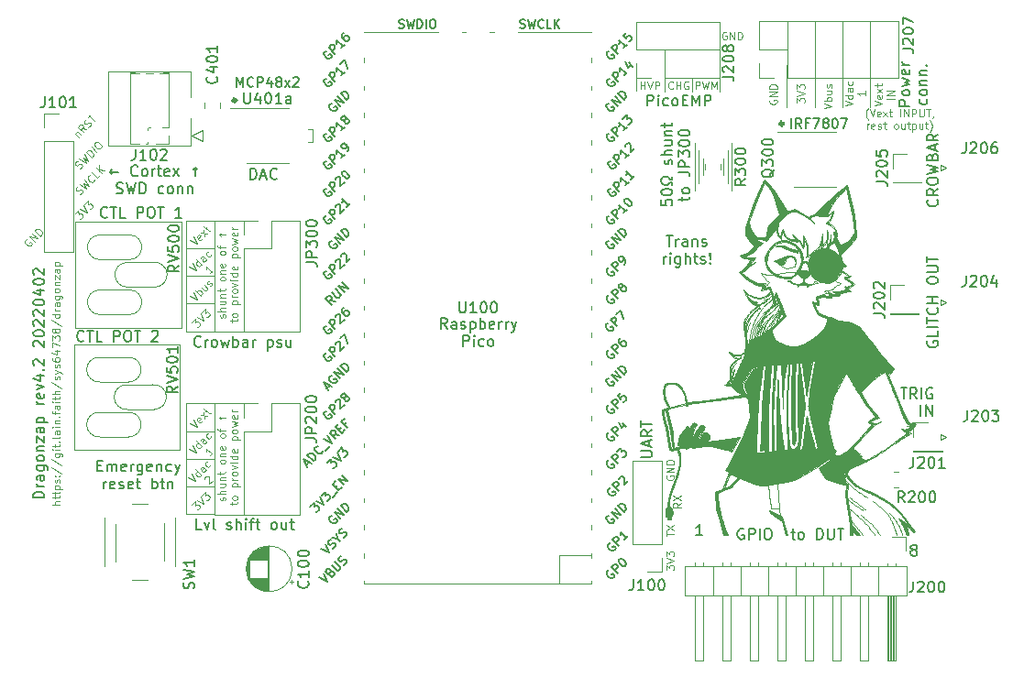
<source format=gbr>
%TF.GenerationSoftware,KiCad,Pcbnew,6.0.5*%
%TF.CreationDate,2022-07-05T02:57:13+02:00*%
%TF.ProjectId,glitcher,676c6974-6368-4657-922e-6b696361645f,4*%
%TF.SameCoordinates,Original*%
%TF.FileFunction,Legend,Top*%
%TF.FilePolarity,Positive*%
%FSLAX46Y46*%
G04 Gerber Fmt 4.6, Leading zero omitted, Abs format (unit mm)*
G04 Created by KiCad (PCBNEW 6.0.5) date 2022-07-05 02:57:13*
%MOMM*%
%LPD*%
G01*
G04 APERTURE LIST*
%ADD10C,0.120000*%
%ADD11C,0.343981*%
%ADD12C,0.150000*%
%ADD13C,0.100000*%
%ADD14C,0.130000*%
G04 APERTURE END LIST*
D10*
X141960600Y-81661000D02*
X141986000Y-73787000D01*
X89119400Y-94737400D02*
X86512400Y-94737400D01*
X78549500Y-95758000D02*
X81216500Y-95758000D01*
X89124000Y-109033000D02*
X89124000Y-119303800D01*
X80962501Y-107315882D02*
X83375501Y-107315882D01*
X86482400Y-102408200D02*
X91761000Y-102422000D01*
X81026000Y-96012000D02*
X83439000Y-96012000D01*
X98145600Y-84886800D02*
X98145600Y-83718400D01*
D11*
X91103990Y-81026000D02*
G75*
G03*
X91103990Y-81026000I-171990J0D01*
G01*
D10*
X135761800Y-76357400D02*
X130621800Y-76352400D01*
X86482400Y-109028400D02*
X86482400Y-119299200D01*
X81216500Y-100837924D02*
G75*
G03*
X81280000Y-98550239I0J1144724D01*
G01*
X147066000Y-73761600D02*
X147066000Y-81686400D01*
X78549500Y-100838000D02*
X81216500Y-100838000D01*
X84455000Y-120142000D02*
X84455000Y-123596400D01*
X86482400Y-119299200D02*
X91761000Y-119313000D01*
X97739200Y-84886800D02*
X98145600Y-84886800D01*
X89103200Y-116708400D02*
X86512400Y-116708400D01*
X149606000Y-81635600D02*
X149606000Y-73761600D01*
X78486000Y-93470238D02*
G75*
G03*
X78549500Y-95757999I0J-1144762D01*
G01*
X130631350Y-78977800D02*
X130633050Y-80221300D01*
X86868000Y-82677000D02*
X86868000Y-85217000D01*
X78422501Y-104774156D02*
G75*
G03*
X78486001Y-107061881I-1J-1144744D01*
G01*
X78486000Y-98550237D02*
G75*
G03*
X78549500Y-100838000I0J-1144763D01*
G01*
X86995000Y-84328000D02*
X88011000Y-83820000D01*
X128018500Y-78935100D02*
X128013500Y-80170500D01*
X78486001Y-107061882D02*
X81153001Y-107061882D01*
X79248000Y-78359000D02*
X86868000Y-78359000D01*
X88011000Y-83820000D02*
X88011000Y-84836000D01*
X89124000Y-92142000D02*
X89124000Y-102412800D01*
X81026001Y-109601882D02*
X83502501Y-109601882D01*
X80962501Y-107314155D02*
G75*
G03*
X81026001Y-109601882I-1J-1144745D01*
G01*
X78359001Y-109854121D02*
X81216501Y-109854121D01*
X89052400Y-97277400D02*
X86482400Y-97272800D01*
X78486000Y-93472000D02*
X81280000Y-93472000D01*
X78422501Y-104775882D02*
X81216501Y-104775882D01*
X89119400Y-111628400D02*
X86512400Y-111628400D01*
X81089500Y-98298000D02*
X83566000Y-98298000D01*
X81216500Y-95757964D02*
G75*
G03*
X81280000Y-93472000I0J1143864D01*
G01*
X89052400Y-114168400D02*
X86482400Y-114163800D01*
X98145600Y-83718400D02*
X97739200Y-83718400D01*
X79248000Y-85217000D02*
X79248000Y-78359000D01*
X133202600Y-78977800D02*
X133197600Y-80213200D01*
X88011000Y-84836000D02*
X86995000Y-84328000D01*
D11*
X141620009Y-83185000D02*
G75*
G03*
X141620009Y-83185000I-171990J0D01*
G01*
D10*
X86482400Y-109028400D02*
X91761000Y-109033000D01*
X81026000Y-96010237D02*
G75*
G03*
X81089500Y-98298000I0J-1144763D01*
G01*
X144526000Y-81635600D02*
X144526000Y-73787000D01*
X86482400Y-92137400D02*
X86482400Y-102408200D01*
X78422501Y-109854155D02*
G75*
G03*
X78486001Y-112141882I-1J-1144745D01*
G01*
X86868000Y-78359000D02*
X86868000Y-80772000D01*
X89103200Y-99817400D02*
X86512400Y-99817400D01*
X83566000Y-98298055D02*
G75*
G03*
X83439000Y-96012000I0J1146555D01*
G01*
X81153001Y-112141842D02*
G75*
G03*
X81216501Y-109854121I-1J1144742D01*
G01*
X83502501Y-109601973D02*
G75*
G03*
X83375501Y-107315882I-1J1146573D01*
G01*
X135757400Y-78960500D02*
X135768600Y-80195900D01*
X78422500Y-98550239D02*
X81280000Y-98550239D01*
X81153001Y-107061882D02*
G75*
G03*
X81216501Y-104775882I-1J1143882D01*
G01*
X86482400Y-92137400D02*
X91761000Y-92142000D01*
X78486001Y-112141882D02*
X81153001Y-112141882D01*
X79959200Y-120167400D02*
X79959200Y-123621800D01*
X79248000Y-85217000D02*
X86868000Y-85217000D01*
D12*
X79176952Y-91797142D02*
X79129333Y-91844761D01*
X78986476Y-91892380D01*
X78891238Y-91892380D01*
X78748380Y-91844761D01*
X78653142Y-91749523D01*
X78605523Y-91654285D01*
X78557904Y-91463809D01*
X78557904Y-91320952D01*
X78605523Y-91130476D01*
X78653142Y-91035238D01*
X78748380Y-90940000D01*
X78891238Y-90892380D01*
X78986476Y-90892380D01*
X79129333Y-90940000D01*
X79176952Y-90987619D01*
X79462666Y-90892380D02*
X80034095Y-90892380D01*
X79748380Y-91892380D02*
X79748380Y-90892380D01*
X80843619Y-91892380D02*
X80367428Y-91892380D01*
X80367428Y-90892380D01*
X81938857Y-91892380D02*
X81938857Y-90892380D01*
X82319809Y-90892380D01*
X82415047Y-90940000D01*
X82462666Y-90987619D01*
X82510285Y-91082857D01*
X82510285Y-91225714D01*
X82462666Y-91320952D01*
X82415047Y-91368571D01*
X82319809Y-91416190D01*
X81938857Y-91416190D01*
X83129333Y-90892380D02*
X83319809Y-90892380D01*
X83415047Y-90940000D01*
X83510285Y-91035238D01*
X83557904Y-91225714D01*
X83557904Y-91559047D01*
X83510285Y-91749523D01*
X83415047Y-91844761D01*
X83319809Y-91892380D01*
X83129333Y-91892380D01*
X83034095Y-91844761D01*
X82938857Y-91749523D01*
X82891238Y-91559047D01*
X82891238Y-91225714D01*
X82938857Y-91035238D01*
X83034095Y-90940000D01*
X83129333Y-90892380D01*
X83843619Y-90892380D02*
X84415047Y-90892380D01*
X84129333Y-91892380D02*
X84129333Y-90892380D01*
X86034095Y-91892380D02*
X85462666Y-91892380D01*
X85748380Y-91892380D02*
X85748380Y-90892380D01*
X85653142Y-91035238D01*
X85557904Y-91130476D01*
X85462666Y-91178095D01*
D13*
X86643529Y-115852445D02*
X87303495Y-116182428D01*
X86973512Y-115522462D01*
X87845611Y-115640313D02*
X87350636Y-115145338D01*
X87822040Y-115616743D02*
X87798470Y-115687453D01*
X87704189Y-115781734D01*
X87633478Y-115805304D01*
X87586338Y-115805304D01*
X87515627Y-115781734D01*
X87374206Y-115640313D01*
X87350636Y-115569602D01*
X87350636Y-115522462D01*
X87374206Y-115451751D01*
X87468487Y-115357470D01*
X87539198Y-115333900D01*
X88293445Y-115192478D02*
X88034172Y-114933206D01*
X87963462Y-114909636D01*
X87892751Y-114933206D01*
X87798470Y-115027487D01*
X87774900Y-115098198D01*
X88269875Y-115168908D02*
X88246304Y-115239619D01*
X88128453Y-115357470D01*
X88057743Y-115381040D01*
X87987032Y-115357470D01*
X87939891Y-115310330D01*
X87916321Y-115239619D01*
X87939891Y-115168908D01*
X88057743Y-115051057D01*
X88081313Y-114980346D01*
X88717709Y-114721074D02*
X88694139Y-114791785D01*
X88599858Y-114886066D01*
X88529147Y-114909636D01*
X88482007Y-114909636D01*
X88411296Y-114886066D01*
X88269875Y-114744644D01*
X88246304Y-114673934D01*
X88246304Y-114626793D01*
X88269875Y-114556082D01*
X88364155Y-114461801D01*
X88434866Y-114438231D01*
X88171115Y-116012958D02*
X88171115Y-115965817D01*
X88194685Y-115895107D01*
X88312536Y-115777255D01*
X88383247Y-115753685D01*
X88430387Y-115753685D01*
X88501098Y-115777255D01*
X88548239Y-115824396D01*
X88595379Y-115918677D01*
X88595379Y-116484362D01*
X88901792Y-116177949D01*
D12*
X134143714Y-121229380D02*
X133572285Y-121229380D01*
X133858000Y-121229380D02*
X133858000Y-120229380D01*
X133762761Y-120372238D01*
X133667523Y-120467476D01*
X133572285Y-120515095D01*
X77017952Y-103227142D02*
X76970333Y-103274761D01*
X76827476Y-103322380D01*
X76732238Y-103322380D01*
X76589380Y-103274761D01*
X76494142Y-103179523D01*
X76446523Y-103084285D01*
X76398904Y-102893809D01*
X76398904Y-102750952D01*
X76446523Y-102560476D01*
X76494142Y-102465238D01*
X76589380Y-102370000D01*
X76732238Y-102322380D01*
X76827476Y-102322380D01*
X76970333Y-102370000D01*
X77017952Y-102417619D01*
X77303666Y-102322380D02*
X77875095Y-102322380D01*
X77589380Y-103322380D02*
X77589380Y-102322380D01*
X78684619Y-103322380D02*
X78208428Y-103322380D01*
X78208428Y-102322380D01*
X79779857Y-103322380D02*
X79779857Y-102322380D01*
X80160809Y-102322380D01*
X80256047Y-102370000D01*
X80303666Y-102417619D01*
X80351285Y-102512857D01*
X80351285Y-102655714D01*
X80303666Y-102750952D01*
X80256047Y-102798571D01*
X80160809Y-102846190D01*
X79779857Y-102846190D01*
X80970333Y-102322380D02*
X81160809Y-102322380D01*
X81256047Y-102370000D01*
X81351285Y-102465238D01*
X81398904Y-102655714D01*
X81398904Y-102989047D01*
X81351285Y-103179523D01*
X81256047Y-103274761D01*
X81160809Y-103322380D01*
X80970333Y-103322380D01*
X80875095Y-103274761D01*
X80779857Y-103179523D01*
X80732238Y-102989047D01*
X80732238Y-102655714D01*
X80779857Y-102465238D01*
X80875095Y-102370000D01*
X80970333Y-102322380D01*
X81684619Y-102322380D02*
X82256047Y-102322380D01*
X81970333Y-103322380D02*
X81970333Y-102322380D01*
X83303666Y-102417619D02*
X83351285Y-102370000D01*
X83446523Y-102322380D01*
X83684619Y-102322380D01*
X83779857Y-102370000D01*
X83827476Y-102417619D01*
X83875095Y-102512857D01*
X83875095Y-102608095D01*
X83827476Y-102750952D01*
X83256047Y-103322380D01*
X83875095Y-103322380D01*
D13*
X142872666Y-81257666D02*
X142872666Y-80824333D01*
X143139333Y-81057666D01*
X143139333Y-80957666D01*
X143172666Y-80891000D01*
X143206000Y-80857666D01*
X143272666Y-80824333D01*
X143439333Y-80824333D01*
X143506000Y-80857666D01*
X143539333Y-80891000D01*
X143572666Y-80957666D01*
X143572666Y-81157666D01*
X143539333Y-81224333D01*
X143506000Y-81257666D01*
X142872666Y-80624333D02*
X143572666Y-80391000D01*
X142872666Y-80157666D01*
X142872666Y-79991000D02*
X142872666Y-79557666D01*
X143139333Y-79791000D01*
X143139333Y-79691000D01*
X143172666Y-79624333D01*
X143206000Y-79591000D01*
X143272666Y-79557666D01*
X143439333Y-79557666D01*
X143506000Y-79591000D01*
X143539333Y-79624333D01*
X143572666Y-79691000D01*
X143572666Y-79891000D01*
X143539333Y-79957666D01*
X143506000Y-79991000D01*
X76205116Y-84110751D02*
X76535099Y-84440734D01*
X76252256Y-84157891D02*
X76252256Y-84110751D01*
X76275827Y-84040040D01*
X76346537Y-83969330D01*
X76417248Y-83945759D01*
X76487959Y-83969330D01*
X76747231Y-84228602D01*
X77265776Y-83710057D02*
X76865082Y-83639346D01*
X76982933Y-83992900D02*
X76487959Y-83497925D01*
X76676521Y-83309363D01*
X76747231Y-83285793D01*
X76794372Y-83285793D01*
X76865082Y-83309363D01*
X76935793Y-83380074D01*
X76959363Y-83450785D01*
X76959363Y-83497925D01*
X76935793Y-83568636D01*
X76747231Y-83757198D01*
X77430768Y-83497925D02*
X77525049Y-83450785D01*
X77642900Y-83332933D01*
X77666470Y-83262223D01*
X77666470Y-83215082D01*
X77642900Y-83144372D01*
X77595759Y-83097231D01*
X77525049Y-83073661D01*
X77477908Y-83073661D01*
X77407198Y-83097231D01*
X77289346Y-83167942D01*
X77218636Y-83191512D01*
X77171495Y-83191512D01*
X77100785Y-83167942D01*
X77053644Y-83120801D01*
X77030074Y-83050091D01*
X77030074Y-83002950D01*
X77053644Y-82932240D01*
X77171495Y-82814389D01*
X77265776Y-82767248D01*
X77383627Y-82602256D02*
X77666470Y-82319414D01*
X78020023Y-82955810D02*
X77525049Y-82460835D01*
D12*
X92408523Y-88336380D02*
X92408523Y-87336380D01*
X92646619Y-87336380D01*
X92789476Y-87384000D01*
X92884714Y-87479238D01*
X92932333Y-87574476D01*
X92979952Y-87764952D01*
X92979952Y-87907809D01*
X92932333Y-88098285D01*
X92884714Y-88193523D01*
X92789476Y-88288761D01*
X92646619Y-88336380D01*
X92408523Y-88336380D01*
X93360904Y-88050666D02*
X93837095Y-88050666D01*
X93265666Y-88336380D02*
X93599000Y-87336380D01*
X93932333Y-88336380D01*
X94837095Y-88241142D02*
X94789476Y-88288761D01*
X94646619Y-88336380D01*
X94551380Y-88336380D01*
X94408523Y-88288761D01*
X94313285Y-88193523D01*
X94265666Y-88098285D01*
X94218047Y-87907809D01*
X94218047Y-87764952D01*
X94265666Y-87574476D01*
X94313285Y-87479238D01*
X94408523Y-87384000D01*
X94551380Y-87336380D01*
X94646619Y-87336380D01*
X94789476Y-87384000D01*
X94837095Y-87431619D01*
D13*
X145394838Y-81795000D02*
X146094838Y-81561666D01*
X145394838Y-81328333D01*
X146094838Y-81095000D02*
X145394838Y-81095000D01*
X145661505Y-81095000D02*
X145628172Y-81028333D01*
X145628172Y-80895000D01*
X145661505Y-80828333D01*
X145694838Y-80795000D01*
X145761505Y-80761666D01*
X145961505Y-80761666D01*
X146028172Y-80795000D01*
X146061505Y-80828333D01*
X146094838Y-80895000D01*
X146094838Y-81028333D01*
X146061505Y-81095000D01*
X145628172Y-80161666D02*
X146094838Y-80161666D01*
X145628172Y-80461666D02*
X145994838Y-80461666D01*
X146061505Y-80428333D01*
X146094838Y-80361666D01*
X146094838Y-80261666D01*
X146061505Y-80195000D01*
X146028172Y-80161666D01*
X146061505Y-79861666D02*
X146094838Y-79795000D01*
X146094838Y-79661666D01*
X146061505Y-79595000D01*
X145994838Y-79561666D01*
X145961505Y-79561666D01*
X145894838Y-79595000D01*
X145861505Y-79661666D01*
X145861505Y-79761666D01*
X145828172Y-79828333D01*
X145761505Y-79861666D01*
X145728172Y-79861666D01*
X145661505Y-79828333D01*
X145628172Y-79761666D01*
X145628172Y-79661666D01*
X145661505Y-79595000D01*
D12*
X137954285Y-120658000D02*
X137859047Y-120610380D01*
X137716190Y-120610380D01*
X137573333Y-120658000D01*
X137478095Y-120753238D01*
X137430476Y-120848476D01*
X137382857Y-121038952D01*
X137382857Y-121181809D01*
X137430476Y-121372285D01*
X137478095Y-121467523D01*
X137573333Y-121562761D01*
X137716190Y-121610380D01*
X137811428Y-121610380D01*
X137954285Y-121562761D01*
X138001904Y-121515142D01*
X138001904Y-121181809D01*
X137811428Y-121181809D01*
X138430476Y-121610380D02*
X138430476Y-120610380D01*
X138811428Y-120610380D01*
X138906666Y-120658000D01*
X138954285Y-120705619D01*
X139001904Y-120800857D01*
X139001904Y-120943714D01*
X138954285Y-121038952D01*
X138906666Y-121086571D01*
X138811428Y-121134190D01*
X138430476Y-121134190D01*
X139430476Y-121610380D02*
X139430476Y-120610380D01*
X140097142Y-120610380D02*
X140287619Y-120610380D01*
X140382857Y-120658000D01*
X140478095Y-120753238D01*
X140525714Y-120943714D01*
X140525714Y-121277047D01*
X140478095Y-121467523D01*
X140382857Y-121562761D01*
X140287619Y-121610380D01*
X140097142Y-121610380D01*
X140001904Y-121562761D01*
X139906666Y-121467523D01*
X139859047Y-121277047D01*
X139859047Y-120943714D01*
X139906666Y-120753238D01*
X140001904Y-120658000D01*
X140097142Y-120610380D01*
X142335238Y-120943714D02*
X142716190Y-120943714D01*
X142478095Y-120610380D02*
X142478095Y-121467523D01*
X142525714Y-121562761D01*
X142620952Y-121610380D01*
X142716190Y-121610380D01*
X143192380Y-121610380D02*
X143097142Y-121562761D01*
X143049523Y-121515142D01*
X143001904Y-121419904D01*
X143001904Y-121134190D01*
X143049523Y-121038952D01*
X143097142Y-120991333D01*
X143192380Y-120943714D01*
X143335238Y-120943714D01*
X143430476Y-120991333D01*
X143478095Y-121038952D01*
X143525714Y-121134190D01*
X143525714Y-121419904D01*
X143478095Y-121515142D01*
X143430476Y-121562761D01*
X143335238Y-121610380D01*
X143192380Y-121610380D01*
X144716190Y-121610380D02*
X144716190Y-120610380D01*
X144954285Y-120610380D01*
X145097142Y-120658000D01*
X145192380Y-120753238D01*
X145240000Y-120848476D01*
X145287619Y-121038952D01*
X145287619Y-121181809D01*
X145240000Y-121372285D01*
X145192380Y-121467523D01*
X145097142Y-121562761D01*
X144954285Y-121610380D01*
X144716190Y-121610380D01*
X145716190Y-120610380D02*
X145716190Y-121419904D01*
X145763809Y-121515142D01*
X145811428Y-121562761D01*
X145906666Y-121610380D01*
X146097142Y-121610380D01*
X146192380Y-121562761D01*
X146240000Y-121515142D01*
X146287619Y-121419904D01*
X146287619Y-120610380D01*
X146620952Y-120610380D02*
X147192380Y-120610380D01*
X146906666Y-121610380D02*
X146906666Y-120610380D01*
X80185047Y-87658428D02*
X79423142Y-87658428D01*
X79613619Y-87848904D02*
X79423142Y-87658428D01*
X79613619Y-87467952D01*
X81994571Y-87944142D02*
X81946952Y-87991761D01*
X81804095Y-88039380D01*
X81708857Y-88039380D01*
X81566000Y-87991761D01*
X81470761Y-87896523D01*
X81423142Y-87801285D01*
X81375523Y-87610809D01*
X81375523Y-87467952D01*
X81423142Y-87277476D01*
X81470761Y-87182238D01*
X81566000Y-87087000D01*
X81708857Y-87039380D01*
X81804095Y-87039380D01*
X81946952Y-87087000D01*
X81994571Y-87134619D01*
X82566000Y-88039380D02*
X82470761Y-87991761D01*
X82423142Y-87944142D01*
X82375523Y-87848904D01*
X82375523Y-87563190D01*
X82423142Y-87467952D01*
X82470761Y-87420333D01*
X82566000Y-87372714D01*
X82708857Y-87372714D01*
X82804095Y-87420333D01*
X82851714Y-87467952D01*
X82899333Y-87563190D01*
X82899333Y-87848904D01*
X82851714Y-87944142D01*
X82804095Y-87991761D01*
X82708857Y-88039380D01*
X82566000Y-88039380D01*
X83327904Y-88039380D02*
X83327904Y-87372714D01*
X83327904Y-87563190D02*
X83375523Y-87467952D01*
X83423142Y-87420333D01*
X83518380Y-87372714D01*
X83613619Y-87372714D01*
X83804095Y-87372714D02*
X84185047Y-87372714D01*
X83946952Y-87039380D02*
X83946952Y-87896523D01*
X83994571Y-87991761D01*
X84089809Y-88039380D01*
X84185047Y-88039380D01*
X84899333Y-87991761D02*
X84804095Y-88039380D01*
X84613619Y-88039380D01*
X84518380Y-87991761D01*
X84470761Y-87896523D01*
X84470761Y-87515571D01*
X84518380Y-87420333D01*
X84613619Y-87372714D01*
X84804095Y-87372714D01*
X84899333Y-87420333D01*
X84946952Y-87515571D01*
X84946952Y-87610809D01*
X84470761Y-87706047D01*
X85280285Y-88039380D02*
X85804095Y-87372714D01*
X85280285Y-87372714D02*
X85804095Y-88039380D01*
X87327904Y-88039380D02*
X87327904Y-87277476D01*
X87137428Y-87467952D02*
X87327904Y-87277476D01*
X87518380Y-87467952D01*
X80042190Y-89601761D02*
X80185047Y-89649380D01*
X80423142Y-89649380D01*
X80518380Y-89601761D01*
X80566000Y-89554142D01*
X80613619Y-89458904D01*
X80613619Y-89363666D01*
X80566000Y-89268428D01*
X80518380Y-89220809D01*
X80423142Y-89173190D01*
X80232666Y-89125571D01*
X80137428Y-89077952D01*
X80089809Y-89030333D01*
X80042190Y-88935095D01*
X80042190Y-88839857D01*
X80089809Y-88744619D01*
X80137428Y-88697000D01*
X80232666Y-88649380D01*
X80470761Y-88649380D01*
X80613619Y-88697000D01*
X80946952Y-88649380D02*
X81185047Y-89649380D01*
X81375523Y-88935095D01*
X81566000Y-89649380D01*
X81804095Y-88649380D01*
X82185047Y-89649380D02*
X82185047Y-88649380D01*
X82423142Y-88649380D01*
X82566000Y-88697000D01*
X82661238Y-88792238D01*
X82708857Y-88887476D01*
X82756476Y-89077952D01*
X82756476Y-89220809D01*
X82708857Y-89411285D01*
X82661238Y-89506523D01*
X82566000Y-89601761D01*
X82423142Y-89649380D01*
X82185047Y-89649380D01*
X84375523Y-89601761D02*
X84280285Y-89649380D01*
X84089809Y-89649380D01*
X83994571Y-89601761D01*
X83946952Y-89554142D01*
X83899333Y-89458904D01*
X83899333Y-89173190D01*
X83946952Y-89077952D01*
X83994571Y-89030333D01*
X84089809Y-88982714D01*
X84280285Y-88982714D01*
X84375523Y-89030333D01*
X84946952Y-89649380D02*
X84851714Y-89601761D01*
X84804095Y-89554142D01*
X84756476Y-89458904D01*
X84756476Y-89173190D01*
X84804095Y-89077952D01*
X84851714Y-89030333D01*
X84946952Y-88982714D01*
X85089809Y-88982714D01*
X85185047Y-89030333D01*
X85232666Y-89077952D01*
X85280285Y-89173190D01*
X85280285Y-89458904D01*
X85232666Y-89554142D01*
X85185047Y-89601761D01*
X85089809Y-89649380D01*
X84946952Y-89649380D01*
X85708857Y-88982714D02*
X85708857Y-89649380D01*
X85708857Y-89077952D02*
X85756476Y-89030333D01*
X85851714Y-88982714D01*
X85994571Y-88982714D01*
X86089809Y-89030333D01*
X86137428Y-89125571D01*
X86137428Y-89649380D01*
X86613619Y-88982714D02*
X86613619Y-89649380D01*
X86613619Y-89077952D02*
X86661238Y-89030333D01*
X86756476Y-88982714D01*
X86899333Y-88982714D01*
X86994571Y-89030333D01*
X87042190Y-89125571D01*
X87042190Y-89649380D01*
D13*
X86694329Y-113236245D02*
X87354295Y-113566228D01*
X87024312Y-112906262D01*
X87896411Y-113024113D02*
X87401436Y-112529138D01*
X87872840Y-113000543D02*
X87849270Y-113071253D01*
X87754989Y-113165534D01*
X87684278Y-113189104D01*
X87637138Y-113189104D01*
X87566427Y-113165534D01*
X87425006Y-113024113D01*
X87401436Y-112953402D01*
X87401436Y-112906262D01*
X87425006Y-112835551D01*
X87519287Y-112741270D01*
X87589998Y-112717700D01*
X88344245Y-112576278D02*
X88084972Y-112317006D01*
X88014262Y-112293436D01*
X87943551Y-112317006D01*
X87849270Y-112411287D01*
X87825700Y-112481998D01*
X88320675Y-112552708D02*
X88297104Y-112623419D01*
X88179253Y-112741270D01*
X88108543Y-112764840D01*
X88037832Y-112741270D01*
X87990691Y-112694130D01*
X87967121Y-112623419D01*
X87990691Y-112552708D01*
X88108543Y-112434857D01*
X88132113Y-112364146D01*
X88768509Y-112104874D02*
X88744939Y-112175585D01*
X88650658Y-112269866D01*
X88579947Y-112293436D01*
X88532807Y-112293436D01*
X88462096Y-112269866D01*
X88320675Y-112128444D01*
X88297104Y-112057734D01*
X88297104Y-112010593D01*
X88320675Y-111939882D01*
X88414955Y-111845601D01*
X88485666Y-111822031D01*
X88952592Y-113561749D02*
X88669749Y-113844592D01*
X88811171Y-113703171D02*
X88316196Y-113208196D01*
X88339766Y-113326047D01*
X88339766Y-113420328D01*
X88316196Y-113491039D01*
D12*
X73350380Y-117759428D02*
X72350380Y-117759428D01*
X72350380Y-117521333D01*
X72398000Y-117378476D01*
X72493238Y-117283238D01*
X72588476Y-117235619D01*
X72778952Y-117188000D01*
X72921809Y-117188000D01*
X73112285Y-117235619D01*
X73207523Y-117283238D01*
X73302761Y-117378476D01*
X73350380Y-117521333D01*
X73350380Y-117759428D01*
X73350380Y-116759428D02*
X72683714Y-116759428D01*
X72874190Y-116759428D02*
X72778952Y-116711809D01*
X72731333Y-116664190D01*
X72683714Y-116568952D01*
X72683714Y-116473714D01*
X73350380Y-115711809D02*
X72826571Y-115711809D01*
X72731333Y-115759428D01*
X72683714Y-115854666D01*
X72683714Y-116045142D01*
X72731333Y-116140380D01*
X73302761Y-115711809D02*
X73350380Y-115807047D01*
X73350380Y-116045142D01*
X73302761Y-116140380D01*
X73207523Y-116188000D01*
X73112285Y-116188000D01*
X73017047Y-116140380D01*
X72969428Y-116045142D01*
X72969428Y-115807047D01*
X72921809Y-115711809D01*
X72683714Y-114807047D02*
X73493238Y-114807047D01*
X73588476Y-114854666D01*
X73636095Y-114902285D01*
X73683714Y-114997523D01*
X73683714Y-115140380D01*
X73636095Y-115235619D01*
X73302761Y-114807047D02*
X73350380Y-114902285D01*
X73350380Y-115092761D01*
X73302761Y-115188000D01*
X73255142Y-115235619D01*
X73159904Y-115283238D01*
X72874190Y-115283238D01*
X72778952Y-115235619D01*
X72731333Y-115188000D01*
X72683714Y-115092761D01*
X72683714Y-114902285D01*
X72731333Y-114807047D01*
X73350380Y-114188000D02*
X73302761Y-114283238D01*
X73255142Y-114330857D01*
X73159904Y-114378476D01*
X72874190Y-114378476D01*
X72778952Y-114330857D01*
X72731333Y-114283238D01*
X72683714Y-114188000D01*
X72683714Y-114045142D01*
X72731333Y-113949904D01*
X72778952Y-113902285D01*
X72874190Y-113854666D01*
X73159904Y-113854666D01*
X73255142Y-113902285D01*
X73302761Y-113949904D01*
X73350380Y-114045142D01*
X73350380Y-114188000D01*
X72683714Y-113426095D02*
X73350380Y-113426095D01*
X72778952Y-113426095D02*
X72731333Y-113378476D01*
X72683714Y-113283238D01*
X72683714Y-113140380D01*
X72731333Y-113045142D01*
X72826571Y-112997523D01*
X73350380Y-112997523D01*
X72683714Y-112616571D02*
X72683714Y-112092761D01*
X73350380Y-112616571D01*
X73350380Y-112092761D01*
X73350380Y-111283238D02*
X72826571Y-111283238D01*
X72731333Y-111330857D01*
X72683714Y-111426095D01*
X72683714Y-111616571D01*
X72731333Y-111711809D01*
X73302761Y-111283238D02*
X73350380Y-111378476D01*
X73350380Y-111616571D01*
X73302761Y-111711809D01*
X73207523Y-111759428D01*
X73112285Y-111759428D01*
X73017047Y-111711809D01*
X72969428Y-111616571D01*
X72969428Y-111378476D01*
X72921809Y-111283238D01*
X72683714Y-110807047D02*
X73683714Y-110807047D01*
X72731333Y-110807047D02*
X72683714Y-110711809D01*
X72683714Y-110521333D01*
X72731333Y-110426095D01*
X72778952Y-110378476D01*
X72874190Y-110330857D01*
X73159904Y-110330857D01*
X73255142Y-110378476D01*
X73302761Y-110426095D01*
X73350380Y-110521333D01*
X73350380Y-110711809D01*
X73302761Y-110807047D01*
X73350380Y-109140380D02*
X72683714Y-109140380D01*
X72874190Y-109140380D02*
X72778952Y-109092761D01*
X72731333Y-109045142D01*
X72683714Y-108949904D01*
X72683714Y-108854666D01*
X73302761Y-108140380D02*
X73350380Y-108235619D01*
X73350380Y-108426095D01*
X73302761Y-108521333D01*
X73207523Y-108568952D01*
X72826571Y-108568952D01*
X72731333Y-108521333D01*
X72683714Y-108426095D01*
X72683714Y-108235619D01*
X72731333Y-108140380D01*
X72826571Y-108092761D01*
X72921809Y-108092761D01*
X73017047Y-108568952D01*
X72683714Y-107759428D02*
X73350380Y-107521333D01*
X72683714Y-107283238D01*
X72683714Y-106473714D02*
X73350380Y-106473714D01*
X72302761Y-106711809D02*
X73017047Y-106949904D01*
X73017047Y-106330857D01*
X73255142Y-105949904D02*
X73302761Y-105902285D01*
X73350380Y-105949904D01*
X73302761Y-105997523D01*
X73255142Y-105949904D01*
X73350380Y-105949904D01*
X72445619Y-105521333D02*
X72398000Y-105473714D01*
X72350380Y-105378476D01*
X72350380Y-105140380D01*
X72398000Y-105045142D01*
X72445619Y-104997523D01*
X72540857Y-104949904D01*
X72636095Y-104949904D01*
X72778952Y-104997523D01*
X73350380Y-105568952D01*
X73350380Y-104949904D01*
X72445619Y-103807047D02*
X72398000Y-103759428D01*
X72350380Y-103664190D01*
X72350380Y-103426095D01*
X72398000Y-103330857D01*
X72445619Y-103283238D01*
X72540857Y-103235619D01*
X72636095Y-103235619D01*
X72778952Y-103283238D01*
X73350380Y-103854666D01*
X73350380Y-103235619D01*
X72350380Y-102616571D02*
X72350380Y-102521333D01*
X72398000Y-102426095D01*
X72445619Y-102378476D01*
X72540857Y-102330857D01*
X72731333Y-102283238D01*
X72969428Y-102283238D01*
X73159904Y-102330857D01*
X73255142Y-102378476D01*
X73302761Y-102426095D01*
X73350380Y-102521333D01*
X73350380Y-102616571D01*
X73302761Y-102711809D01*
X73255142Y-102759428D01*
X73159904Y-102807047D01*
X72969428Y-102854666D01*
X72731333Y-102854666D01*
X72540857Y-102807047D01*
X72445619Y-102759428D01*
X72398000Y-102711809D01*
X72350380Y-102616571D01*
X72445619Y-101902285D02*
X72398000Y-101854666D01*
X72350380Y-101759428D01*
X72350380Y-101521333D01*
X72398000Y-101426095D01*
X72445619Y-101378476D01*
X72540857Y-101330857D01*
X72636095Y-101330857D01*
X72778952Y-101378476D01*
X73350380Y-101949904D01*
X73350380Y-101330857D01*
X72445619Y-100949904D02*
X72398000Y-100902285D01*
X72350380Y-100807047D01*
X72350380Y-100568952D01*
X72398000Y-100473714D01*
X72445619Y-100426095D01*
X72540857Y-100378476D01*
X72636095Y-100378476D01*
X72778952Y-100426095D01*
X73350380Y-100997523D01*
X73350380Y-100378476D01*
X72350380Y-99759428D02*
X72350380Y-99664190D01*
X72398000Y-99568952D01*
X72445619Y-99521333D01*
X72540857Y-99473714D01*
X72731333Y-99426095D01*
X72969428Y-99426095D01*
X73159904Y-99473714D01*
X73255142Y-99521333D01*
X73302761Y-99568952D01*
X73350380Y-99664190D01*
X73350380Y-99759428D01*
X73302761Y-99854666D01*
X73255142Y-99902285D01*
X73159904Y-99949904D01*
X72969428Y-99997523D01*
X72731333Y-99997523D01*
X72540857Y-99949904D01*
X72445619Y-99902285D01*
X72398000Y-99854666D01*
X72350380Y-99759428D01*
X72683714Y-98568952D02*
X73350380Y-98568952D01*
X72302761Y-98807047D02*
X73017047Y-99045142D01*
X73017047Y-98426095D01*
X72350380Y-97854666D02*
X72350380Y-97759428D01*
X72398000Y-97664190D01*
X72445619Y-97616571D01*
X72540857Y-97568952D01*
X72731333Y-97521333D01*
X72969428Y-97521333D01*
X73159904Y-97568952D01*
X73255142Y-97616571D01*
X73302761Y-97664190D01*
X73350380Y-97759428D01*
X73350380Y-97854666D01*
X73302761Y-97949904D01*
X73255142Y-97997523D01*
X73159904Y-98045142D01*
X72969428Y-98092761D01*
X72731333Y-98092761D01*
X72540857Y-98045142D01*
X72445619Y-97997523D01*
X72398000Y-97949904D01*
X72350380Y-97854666D01*
X72445619Y-97140380D02*
X72398000Y-97092761D01*
X72350380Y-96997523D01*
X72350380Y-96759428D01*
X72398000Y-96664190D01*
X72445619Y-96616571D01*
X72540857Y-96568952D01*
X72636095Y-96568952D01*
X72778952Y-96616571D01*
X73350380Y-97188000D01*
X73350380Y-96568952D01*
X110555447Y-102161780D02*
X110222114Y-101685590D01*
X109984019Y-102161780D02*
X109984019Y-101161780D01*
X110364971Y-101161780D01*
X110460209Y-101209400D01*
X110507828Y-101257019D01*
X110555447Y-101352257D01*
X110555447Y-101495114D01*
X110507828Y-101590352D01*
X110460209Y-101637971D01*
X110364971Y-101685590D01*
X109984019Y-101685590D01*
X111412590Y-102161780D02*
X111412590Y-101637971D01*
X111364971Y-101542733D01*
X111269733Y-101495114D01*
X111079257Y-101495114D01*
X110984019Y-101542733D01*
X111412590Y-102114161D02*
X111317352Y-102161780D01*
X111079257Y-102161780D01*
X110984019Y-102114161D01*
X110936400Y-102018923D01*
X110936400Y-101923685D01*
X110984019Y-101828447D01*
X111079257Y-101780828D01*
X111317352Y-101780828D01*
X111412590Y-101733209D01*
X111841161Y-102114161D02*
X111936400Y-102161780D01*
X112126876Y-102161780D01*
X112222114Y-102114161D01*
X112269733Y-102018923D01*
X112269733Y-101971304D01*
X112222114Y-101876066D01*
X112126876Y-101828447D01*
X111984019Y-101828447D01*
X111888780Y-101780828D01*
X111841161Y-101685590D01*
X111841161Y-101637971D01*
X111888780Y-101542733D01*
X111984019Y-101495114D01*
X112126876Y-101495114D01*
X112222114Y-101542733D01*
X112698304Y-101495114D02*
X112698304Y-102495114D01*
X112698304Y-101542733D02*
X112793542Y-101495114D01*
X112984019Y-101495114D01*
X113079257Y-101542733D01*
X113126876Y-101590352D01*
X113174495Y-101685590D01*
X113174495Y-101971304D01*
X113126876Y-102066542D01*
X113079257Y-102114161D01*
X112984019Y-102161780D01*
X112793542Y-102161780D01*
X112698304Y-102114161D01*
X113603066Y-102161780D02*
X113603066Y-101161780D01*
X113603066Y-101542733D02*
X113698304Y-101495114D01*
X113888780Y-101495114D01*
X113984019Y-101542733D01*
X114031638Y-101590352D01*
X114079257Y-101685590D01*
X114079257Y-101971304D01*
X114031638Y-102066542D01*
X113984019Y-102114161D01*
X113888780Y-102161780D01*
X113698304Y-102161780D01*
X113603066Y-102114161D01*
X114888780Y-102114161D02*
X114793542Y-102161780D01*
X114603066Y-102161780D01*
X114507828Y-102114161D01*
X114460209Y-102018923D01*
X114460209Y-101637971D01*
X114507828Y-101542733D01*
X114603066Y-101495114D01*
X114793542Y-101495114D01*
X114888780Y-101542733D01*
X114936400Y-101637971D01*
X114936400Y-101733209D01*
X114460209Y-101828447D01*
X115364971Y-102161780D02*
X115364971Y-101495114D01*
X115364971Y-101685590D02*
X115412590Y-101590352D01*
X115460209Y-101542733D01*
X115555447Y-101495114D01*
X115650685Y-101495114D01*
X115984019Y-102161780D02*
X115984019Y-101495114D01*
X115984019Y-101685590D02*
X116031638Y-101590352D01*
X116079257Y-101542733D01*
X116174495Y-101495114D01*
X116269733Y-101495114D01*
X116507828Y-101495114D02*
X116745923Y-102161780D01*
X116984019Y-101495114D02*
X116745923Y-102161780D01*
X116650685Y-102399876D01*
X116603066Y-102447495D01*
X116507828Y-102495114D01*
X112055447Y-103771780D02*
X112055447Y-102771780D01*
X112436400Y-102771780D01*
X112531638Y-102819400D01*
X112579257Y-102867019D01*
X112626876Y-102962257D01*
X112626876Y-103105114D01*
X112579257Y-103200352D01*
X112531638Y-103247971D01*
X112436400Y-103295590D01*
X112055447Y-103295590D01*
X113055447Y-103771780D02*
X113055447Y-103105114D01*
X113055447Y-102771780D02*
X113007828Y-102819400D01*
X113055447Y-102867019D01*
X113103066Y-102819400D01*
X113055447Y-102771780D01*
X113055447Y-102867019D01*
X113960209Y-103724161D02*
X113864971Y-103771780D01*
X113674495Y-103771780D01*
X113579257Y-103724161D01*
X113531638Y-103676542D01*
X113484019Y-103581304D01*
X113484019Y-103295590D01*
X113531638Y-103200352D01*
X113579257Y-103152733D01*
X113674495Y-103105114D01*
X113864971Y-103105114D01*
X113960209Y-103152733D01*
X114531638Y-103771780D02*
X114436400Y-103724161D01*
X114388780Y-103676542D01*
X114341161Y-103581304D01*
X114341161Y-103295590D01*
X114388780Y-103200352D01*
X114436400Y-103152733D01*
X114531638Y-103105114D01*
X114674495Y-103105114D01*
X114769733Y-103152733D01*
X114817352Y-103200352D01*
X114864971Y-103295590D01*
X114864971Y-103581304D01*
X114817352Y-103676542D01*
X114769733Y-103724161D01*
X114674495Y-103771780D01*
X114531638Y-103771780D01*
X128484380Y-113990238D02*
X129293904Y-113990238D01*
X129389142Y-113942619D01*
X129436761Y-113895000D01*
X129484380Y-113799761D01*
X129484380Y-113609285D01*
X129436761Y-113514047D01*
X129389142Y-113466428D01*
X129293904Y-113418809D01*
X128484380Y-113418809D01*
X129198666Y-112990238D02*
X129198666Y-112514047D01*
X129484380Y-113085476D02*
X128484380Y-112752142D01*
X129484380Y-112418809D01*
X129484380Y-111514047D02*
X129008190Y-111847380D01*
X129484380Y-112085476D02*
X128484380Y-112085476D01*
X128484380Y-111704523D01*
X128532000Y-111609285D01*
X128579619Y-111561666D01*
X128674857Y-111514047D01*
X128817714Y-111514047D01*
X128912952Y-111561666D01*
X128960571Y-111609285D01*
X129008190Y-111704523D01*
X129008190Y-112085476D01*
X128484380Y-111228333D02*
X128484380Y-110656904D01*
X129484380Y-110942619D02*
X128484380Y-110942619D01*
D13*
X136372666Y-74732400D02*
X136306000Y-74699066D01*
X136206000Y-74699066D01*
X136106000Y-74732400D01*
X136039333Y-74799066D01*
X136006000Y-74865733D01*
X135972666Y-74999066D01*
X135972666Y-75099066D01*
X136006000Y-75232400D01*
X136039333Y-75299066D01*
X136106000Y-75365733D01*
X136206000Y-75399066D01*
X136272666Y-75399066D01*
X136372666Y-75365733D01*
X136406000Y-75332400D01*
X136406000Y-75099066D01*
X136272666Y-75099066D01*
X136706000Y-75399066D02*
X136706000Y-74699066D01*
X137106000Y-75399066D01*
X137106000Y-74699066D01*
X137439333Y-75399066D02*
X137439333Y-74699066D01*
X137606000Y-74699066D01*
X137706000Y-74732400D01*
X137772666Y-74799066D01*
X137806000Y-74865733D01*
X137839333Y-74999066D01*
X137839333Y-75099066D01*
X137806000Y-75232400D01*
X137772666Y-75299066D01*
X137706000Y-75365733D01*
X137606000Y-75399066D01*
X137439333Y-75399066D01*
X128436000Y-79996466D02*
X128436000Y-79296466D01*
X128436000Y-79629800D02*
X128836000Y-79629800D01*
X128836000Y-79996466D02*
X128836000Y-79296466D01*
X129069333Y-79296466D02*
X129302666Y-79996466D01*
X129536000Y-79296466D01*
X129769333Y-79996466D02*
X129769333Y-79296466D01*
X130036000Y-79296466D01*
X130102666Y-79329800D01*
X130136000Y-79363133D01*
X130169333Y-79429800D01*
X130169333Y-79529800D01*
X130136000Y-79596466D01*
X130102666Y-79629800D01*
X130036000Y-79663133D01*
X129769333Y-79663133D01*
X76621471Y-87355221D02*
X76715752Y-87308081D01*
X76833603Y-87190230D01*
X76857174Y-87119519D01*
X76857174Y-87072379D01*
X76833603Y-87001668D01*
X76786463Y-86954528D01*
X76715752Y-86930957D01*
X76668612Y-86930957D01*
X76597901Y-86954528D01*
X76480050Y-87025238D01*
X76409339Y-87048809D01*
X76362199Y-87048809D01*
X76291488Y-87025238D01*
X76244348Y-86978098D01*
X76220778Y-86907387D01*
X76220778Y-86860247D01*
X76244348Y-86789536D01*
X76362199Y-86671685D01*
X76456480Y-86624544D01*
X76597901Y-86435983D02*
X77210727Y-86813106D01*
X76951455Y-86365272D01*
X77399289Y-86624544D01*
X77022165Y-86011719D01*
X77705702Y-86318132D02*
X77210727Y-85823157D01*
X77328578Y-85705306D01*
X77422859Y-85658165D01*
X77517140Y-85658165D01*
X77587851Y-85681735D01*
X77705702Y-85752446D01*
X77776412Y-85823157D01*
X77847123Y-85941008D01*
X77870693Y-86011719D01*
X77870693Y-86106000D01*
X77823553Y-86200280D01*
X77705702Y-86318132D01*
X78200677Y-85823157D02*
X77705702Y-85328182D01*
X78035685Y-84998199D02*
X78129966Y-84903918D01*
X78200677Y-84880348D01*
X78294957Y-84880348D01*
X78412809Y-84951058D01*
X78577800Y-85116050D01*
X78648511Y-85233901D01*
X78648511Y-85328182D01*
X78624941Y-85398893D01*
X78530660Y-85493174D01*
X78459949Y-85516744D01*
X78365668Y-85516744D01*
X78247817Y-85446033D01*
X78082825Y-85281042D01*
X78012115Y-85163190D01*
X78012115Y-85068910D01*
X78035685Y-84998199D01*
D12*
X154948000Y-103290238D02*
X154900380Y-103385476D01*
X154900380Y-103528333D01*
X154948000Y-103671190D01*
X155043238Y-103766428D01*
X155138476Y-103814047D01*
X155328952Y-103861666D01*
X155471809Y-103861666D01*
X155662285Y-103814047D01*
X155757523Y-103766428D01*
X155852761Y-103671190D01*
X155900380Y-103528333D01*
X155900380Y-103433095D01*
X155852761Y-103290238D01*
X155805142Y-103242619D01*
X155471809Y-103242619D01*
X155471809Y-103433095D01*
X155900380Y-102337857D02*
X155900380Y-102814047D01*
X154900380Y-102814047D01*
X155900380Y-102004523D02*
X154900380Y-102004523D01*
X154900380Y-101671190D02*
X154900380Y-101099761D01*
X155900380Y-101385476D02*
X154900380Y-101385476D01*
X155805142Y-100195000D02*
X155852761Y-100242619D01*
X155900380Y-100385476D01*
X155900380Y-100480714D01*
X155852761Y-100623571D01*
X155757523Y-100718809D01*
X155662285Y-100766428D01*
X155471809Y-100814047D01*
X155328952Y-100814047D01*
X155138476Y-100766428D01*
X155043238Y-100718809D01*
X154948000Y-100623571D01*
X154900380Y-100480714D01*
X154900380Y-100385476D01*
X154948000Y-100242619D01*
X154995619Y-100195000D01*
X155900380Y-99766428D02*
X154900380Y-99766428D01*
X155376571Y-99766428D02*
X155376571Y-99195000D01*
X155900380Y-99195000D02*
X154900380Y-99195000D01*
X154900380Y-97766428D02*
X154900380Y-97575952D01*
X154948000Y-97480714D01*
X155043238Y-97385476D01*
X155233714Y-97337857D01*
X155567047Y-97337857D01*
X155757523Y-97385476D01*
X155852761Y-97480714D01*
X155900380Y-97575952D01*
X155900380Y-97766428D01*
X155852761Y-97861666D01*
X155757523Y-97956904D01*
X155567047Y-98004523D01*
X155233714Y-98004523D01*
X155043238Y-97956904D01*
X154948000Y-97861666D01*
X154900380Y-97766428D01*
X154900380Y-96909285D02*
X155709904Y-96909285D01*
X155805142Y-96861666D01*
X155852761Y-96814047D01*
X155900380Y-96718809D01*
X155900380Y-96528333D01*
X155852761Y-96433095D01*
X155805142Y-96385476D01*
X155709904Y-96337857D01*
X154900380Y-96337857D01*
X154900380Y-96004523D02*
X154900380Y-95433095D01*
X155900380Y-95718809D02*
X154900380Y-95718809D01*
D13*
X130841000Y-115722333D02*
X130807666Y-115789000D01*
X130807666Y-115889000D01*
X130841000Y-115989000D01*
X130907666Y-116055666D01*
X130974333Y-116089000D01*
X131107666Y-116122333D01*
X131207666Y-116122333D01*
X131341000Y-116089000D01*
X131407666Y-116055666D01*
X131474333Y-115989000D01*
X131507666Y-115889000D01*
X131507666Y-115822333D01*
X131474333Y-115722333D01*
X131441000Y-115689000D01*
X131207666Y-115689000D01*
X131207666Y-115822333D01*
X131507666Y-115389000D02*
X130807666Y-115389000D01*
X131507666Y-114989000D01*
X130807666Y-114989000D01*
X131507666Y-114655666D02*
X130807666Y-114655666D01*
X130807666Y-114489000D01*
X130841000Y-114389000D01*
X130907666Y-114322333D01*
X130974333Y-114289000D01*
X131107666Y-114255666D01*
X131207666Y-114255666D01*
X131341000Y-114289000D01*
X131407666Y-114322333D01*
X131474333Y-114389000D01*
X131507666Y-114489000D01*
X131507666Y-114655666D01*
X131427600Y-79929800D02*
X131394266Y-79963133D01*
X131294266Y-79996466D01*
X131227600Y-79996466D01*
X131127600Y-79963133D01*
X131060933Y-79896466D01*
X131027600Y-79829800D01*
X130994266Y-79696466D01*
X130994266Y-79596466D01*
X131027600Y-79463133D01*
X131060933Y-79396466D01*
X131127600Y-79329800D01*
X131227600Y-79296466D01*
X131294266Y-79296466D01*
X131394266Y-79329800D01*
X131427600Y-79363133D01*
X131727600Y-79996466D02*
X131727600Y-79296466D01*
X131727600Y-79629800D02*
X132127600Y-79629800D01*
X132127600Y-79996466D02*
X132127600Y-79296466D01*
X132827600Y-79329800D02*
X132760933Y-79296466D01*
X132660933Y-79296466D01*
X132560933Y-79329800D01*
X132494266Y-79396466D01*
X132460933Y-79463133D01*
X132427600Y-79596466D01*
X132427600Y-79696466D01*
X132460933Y-79829800D01*
X132494266Y-79896466D01*
X132560933Y-79963133D01*
X132660933Y-79996466D01*
X132727600Y-79996466D01*
X132827600Y-79963133D01*
X132860933Y-79929800D01*
X132860933Y-79696466D01*
X132727600Y-79696466D01*
X130807666Y-124437666D02*
X130807666Y-124004333D01*
X131074333Y-124237666D01*
X131074333Y-124137666D01*
X131107666Y-124071000D01*
X131141000Y-124037666D01*
X131207666Y-124004333D01*
X131374333Y-124004333D01*
X131441000Y-124037666D01*
X131474333Y-124071000D01*
X131507666Y-124137666D01*
X131507666Y-124337666D01*
X131474333Y-124404333D01*
X131441000Y-124437666D01*
X130807666Y-123804333D02*
X131507666Y-123571000D01*
X130807666Y-123337666D01*
X130807666Y-123171000D02*
X130807666Y-122737666D01*
X131074333Y-122971000D01*
X131074333Y-122871000D01*
X131107666Y-122804333D01*
X131141000Y-122771000D01*
X131207666Y-122737666D01*
X131374333Y-122737666D01*
X131441000Y-122771000D01*
X131474333Y-122804333D01*
X131507666Y-122871000D01*
X131507666Y-123071000D01*
X131474333Y-123137666D01*
X131441000Y-123171000D01*
D12*
X153574761Y-122562952D02*
X153479523Y-122515333D01*
X153431904Y-122467714D01*
X153384285Y-122372476D01*
X153384285Y-122324857D01*
X153431904Y-122229619D01*
X153479523Y-122182000D01*
X153574761Y-122134380D01*
X153765238Y-122134380D01*
X153860476Y-122182000D01*
X153908095Y-122229619D01*
X153955714Y-122324857D01*
X153955714Y-122372476D01*
X153908095Y-122467714D01*
X153860476Y-122515333D01*
X153765238Y-122562952D01*
X153574761Y-122562952D01*
X153479523Y-122610571D01*
X153431904Y-122658190D01*
X153384285Y-122753428D01*
X153384285Y-122943904D01*
X153431904Y-123039142D01*
X153479523Y-123086761D01*
X153574761Y-123134380D01*
X153765238Y-123134380D01*
X153860476Y-123086761D01*
X153908095Y-123039142D01*
X153955714Y-122943904D01*
X153955714Y-122753428D01*
X153908095Y-122658190D01*
X153860476Y-122610571D01*
X153765238Y-122562952D01*
D13*
X150056166Y-81534666D02*
X150756166Y-81301333D01*
X150056166Y-81068000D01*
X150722833Y-80568000D02*
X150756166Y-80634666D01*
X150756166Y-80768000D01*
X150722833Y-80834666D01*
X150656166Y-80868000D01*
X150389500Y-80868000D01*
X150322833Y-80834666D01*
X150289500Y-80768000D01*
X150289500Y-80634666D01*
X150322833Y-80568000D01*
X150389500Y-80534666D01*
X150456166Y-80534666D01*
X150522833Y-80868000D01*
X150756166Y-80301333D02*
X150289500Y-79934666D01*
X150289500Y-80301333D02*
X150756166Y-79934666D01*
X150289500Y-79768000D02*
X150289500Y-79501333D01*
X150056166Y-79668000D02*
X150656166Y-79668000D01*
X150722833Y-79634666D01*
X150756166Y-79568000D01*
X150756166Y-79501333D01*
X151883166Y-80884666D02*
X151183166Y-80884666D01*
X151883166Y-80551333D02*
X151183166Y-80551333D01*
X151883166Y-80151333D01*
X151183166Y-80151333D01*
X86792450Y-110857034D02*
X87452416Y-111187017D01*
X87122433Y-110527051D01*
X87947391Y-110644902D02*
X87923821Y-110715612D01*
X87829540Y-110809893D01*
X87758829Y-110833464D01*
X87688119Y-110809893D01*
X87499557Y-110621332D01*
X87475987Y-110550621D01*
X87499557Y-110479910D01*
X87593838Y-110385629D01*
X87664548Y-110362059D01*
X87735259Y-110385629D01*
X87782400Y-110432770D01*
X87593838Y-110715612D01*
X88159523Y-110479910D02*
X88088812Y-109890655D01*
X87829540Y-110149927D02*
X88418796Y-110220638D01*
X88206664Y-109772803D02*
X88395225Y-109584242D01*
X88112383Y-109537101D02*
X88536647Y-109961365D01*
X88607357Y-109984935D01*
X88678068Y-109961365D01*
X88725209Y-109914225D01*
D12*
X78280095Y-114795171D02*
X78613428Y-114795171D01*
X78756285Y-115318980D02*
X78280095Y-115318980D01*
X78280095Y-114318980D01*
X78756285Y-114318980D01*
X79184857Y-115318980D02*
X79184857Y-114652314D01*
X79184857Y-114747552D02*
X79232476Y-114699933D01*
X79327714Y-114652314D01*
X79470571Y-114652314D01*
X79565809Y-114699933D01*
X79613428Y-114795171D01*
X79613428Y-115318980D01*
X79613428Y-114795171D02*
X79661047Y-114699933D01*
X79756285Y-114652314D01*
X79899142Y-114652314D01*
X79994380Y-114699933D01*
X80042000Y-114795171D01*
X80042000Y-115318980D01*
X80899142Y-115271361D02*
X80803904Y-115318980D01*
X80613428Y-115318980D01*
X80518190Y-115271361D01*
X80470571Y-115176123D01*
X80470571Y-114795171D01*
X80518190Y-114699933D01*
X80613428Y-114652314D01*
X80803904Y-114652314D01*
X80899142Y-114699933D01*
X80946761Y-114795171D01*
X80946761Y-114890409D01*
X80470571Y-114985647D01*
X81375333Y-115318980D02*
X81375333Y-114652314D01*
X81375333Y-114842790D02*
X81422952Y-114747552D01*
X81470571Y-114699933D01*
X81565809Y-114652314D01*
X81661047Y-114652314D01*
X82422952Y-114652314D02*
X82422952Y-115461838D01*
X82375333Y-115557076D01*
X82327714Y-115604695D01*
X82232476Y-115652314D01*
X82089619Y-115652314D01*
X81994380Y-115604695D01*
X82422952Y-115271361D02*
X82327714Y-115318980D01*
X82137238Y-115318980D01*
X82042000Y-115271361D01*
X81994380Y-115223742D01*
X81946761Y-115128504D01*
X81946761Y-114842790D01*
X81994380Y-114747552D01*
X82042000Y-114699933D01*
X82137238Y-114652314D01*
X82327714Y-114652314D01*
X82422952Y-114699933D01*
X83280095Y-115271361D02*
X83184857Y-115318980D01*
X82994380Y-115318980D01*
X82899142Y-115271361D01*
X82851523Y-115176123D01*
X82851523Y-114795171D01*
X82899142Y-114699933D01*
X82994380Y-114652314D01*
X83184857Y-114652314D01*
X83280095Y-114699933D01*
X83327714Y-114795171D01*
X83327714Y-114890409D01*
X82851523Y-114985647D01*
X83756285Y-114652314D02*
X83756285Y-115318980D01*
X83756285Y-114747552D02*
X83803904Y-114699933D01*
X83899142Y-114652314D01*
X84042000Y-114652314D01*
X84137238Y-114699933D01*
X84184857Y-114795171D01*
X84184857Y-115318980D01*
X85089619Y-115271361D02*
X84994380Y-115318980D01*
X84803904Y-115318980D01*
X84708666Y-115271361D01*
X84661047Y-115223742D01*
X84613428Y-115128504D01*
X84613428Y-114842790D01*
X84661047Y-114747552D01*
X84708666Y-114699933D01*
X84803904Y-114652314D01*
X84994380Y-114652314D01*
X85089619Y-114699933D01*
X85422952Y-114652314D02*
X85661047Y-115318980D01*
X85899142Y-114652314D02*
X85661047Y-115318980D01*
X85565809Y-115557076D01*
X85518190Y-115604695D01*
X85422952Y-115652314D01*
X78851523Y-116928980D02*
X78851523Y-116262314D01*
X78851523Y-116452790D02*
X78899142Y-116357552D01*
X78946761Y-116309933D01*
X79042000Y-116262314D01*
X79137238Y-116262314D01*
X79851523Y-116881361D02*
X79756285Y-116928980D01*
X79565809Y-116928980D01*
X79470571Y-116881361D01*
X79422952Y-116786123D01*
X79422952Y-116405171D01*
X79470571Y-116309933D01*
X79565809Y-116262314D01*
X79756285Y-116262314D01*
X79851523Y-116309933D01*
X79899142Y-116405171D01*
X79899142Y-116500409D01*
X79422952Y-116595647D01*
X80280095Y-116881361D02*
X80375333Y-116928980D01*
X80565809Y-116928980D01*
X80661047Y-116881361D01*
X80708666Y-116786123D01*
X80708666Y-116738504D01*
X80661047Y-116643266D01*
X80565809Y-116595647D01*
X80422952Y-116595647D01*
X80327714Y-116548028D01*
X80280095Y-116452790D01*
X80280095Y-116405171D01*
X80327714Y-116309933D01*
X80422952Y-116262314D01*
X80565809Y-116262314D01*
X80661047Y-116309933D01*
X81518190Y-116881361D02*
X81422952Y-116928980D01*
X81232476Y-116928980D01*
X81137238Y-116881361D01*
X81089619Y-116786123D01*
X81089619Y-116405171D01*
X81137238Y-116309933D01*
X81232476Y-116262314D01*
X81422952Y-116262314D01*
X81518190Y-116309933D01*
X81565809Y-116405171D01*
X81565809Y-116500409D01*
X81089619Y-116595647D01*
X81851523Y-116262314D02*
X82232476Y-116262314D01*
X81994380Y-115928980D02*
X81994380Y-116786123D01*
X82042000Y-116881361D01*
X82137238Y-116928980D01*
X82232476Y-116928980D01*
X83327714Y-116928980D02*
X83327714Y-115928980D01*
X83327714Y-116309933D02*
X83422952Y-116262314D01*
X83613428Y-116262314D01*
X83708666Y-116309933D01*
X83756285Y-116357552D01*
X83803904Y-116452790D01*
X83803904Y-116738504D01*
X83756285Y-116833742D01*
X83708666Y-116881361D01*
X83613428Y-116928980D01*
X83422952Y-116928980D01*
X83327714Y-116881361D01*
X84089619Y-116262314D02*
X84470571Y-116262314D01*
X84232476Y-115928980D02*
X84232476Y-116786123D01*
X84280095Y-116881361D01*
X84375333Y-116928980D01*
X84470571Y-116928980D01*
X84803904Y-116262314D02*
X84803904Y-116928980D01*
X84803904Y-116357552D02*
X84851523Y-116309933D01*
X84946761Y-116262314D01*
X85089619Y-116262314D01*
X85184857Y-116309933D01*
X85232476Y-116405171D01*
X85232476Y-116928980D01*
D13*
X149449200Y-82823833D02*
X149415866Y-82790500D01*
X149349200Y-82690500D01*
X149315866Y-82623833D01*
X149282533Y-82523833D01*
X149249200Y-82357166D01*
X149249200Y-82223833D01*
X149282533Y-82057166D01*
X149315866Y-81957166D01*
X149349200Y-81890500D01*
X149415866Y-81790500D01*
X149449200Y-81757166D01*
X149615866Y-81857166D02*
X149849200Y-82557166D01*
X150082533Y-81857166D01*
X150582533Y-82523833D02*
X150515866Y-82557166D01*
X150382533Y-82557166D01*
X150315866Y-82523833D01*
X150282533Y-82457166D01*
X150282533Y-82190500D01*
X150315866Y-82123833D01*
X150382533Y-82090500D01*
X150515866Y-82090500D01*
X150582533Y-82123833D01*
X150615866Y-82190500D01*
X150615866Y-82257166D01*
X150282533Y-82323833D01*
X150849200Y-82557166D02*
X151215866Y-82090500D01*
X150849200Y-82090500D02*
X151215866Y-82557166D01*
X151382533Y-82090500D02*
X151649200Y-82090500D01*
X151482533Y-81857166D02*
X151482533Y-82457166D01*
X151515866Y-82523833D01*
X151582533Y-82557166D01*
X151649200Y-82557166D01*
X152415866Y-82557166D02*
X152415866Y-81857166D01*
X152749200Y-82557166D02*
X152749200Y-81857166D01*
X153149200Y-82557166D01*
X153149200Y-81857166D01*
X153482533Y-82557166D02*
X153482533Y-81857166D01*
X153749200Y-81857166D01*
X153815866Y-81890500D01*
X153849200Y-81923833D01*
X153882533Y-81990500D01*
X153882533Y-82090500D01*
X153849200Y-82157166D01*
X153815866Y-82190500D01*
X153749200Y-82223833D01*
X153482533Y-82223833D01*
X154182533Y-81857166D02*
X154182533Y-82423833D01*
X154215866Y-82490500D01*
X154249200Y-82523833D01*
X154315866Y-82557166D01*
X154449200Y-82557166D01*
X154515866Y-82523833D01*
X154549200Y-82490500D01*
X154582533Y-82423833D01*
X154582533Y-81857166D01*
X154815866Y-81857166D02*
X155215866Y-81857166D01*
X155015866Y-82557166D02*
X155015866Y-81857166D01*
X155482533Y-82523833D02*
X155482533Y-82557166D01*
X155449200Y-82623833D01*
X155415866Y-82657166D01*
X149349200Y-83684166D02*
X149349200Y-83217500D01*
X149349200Y-83350833D02*
X149382533Y-83284166D01*
X149415866Y-83250833D01*
X149482533Y-83217500D01*
X149549200Y-83217500D01*
X150049200Y-83650833D02*
X149982533Y-83684166D01*
X149849200Y-83684166D01*
X149782533Y-83650833D01*
X149749200Y-83584166D01*
X149749200Y-83317500D01*
X149782533Y-83250833D01*
X149849200Y-83217500D01*
X149982533Y-83217500D01*
X150049200Y-83250833D01*
X150082533Y-83317500D01*
X150082533Y-83384166D01*
X149749200Y-83450833D01*
X150349200Y-83650833D02*
X150415866Y-83684166D01*
X150549200Y-83684166D01*
X150615866Y-83650833D01*
X150649200Y-83584166D01*
X150649200Y-83550833D01*
X150615866Y-83484166D01*
X150549200Y-83450833D01*
X150449200Y-83450833D01*
X150382533Y-83417500D01*
X150349200Y-83350833D01*
X150349200Y-83317500D01*
X150382533Y-83250833D01*
X150449200Y-83217500D01*
X150549200Y-83217500D01*
X150615866Y-83250833D01*
X150849200Y-83217500D02*
X151115866Y-83217500D01*
X150949200Y-82984166D02*
X150949200Y-83584166D01*
X150982533Y-83650833D01*
X151049200Y-83684166D01*
X151115866Y-83684166D01*
X151982533Y-83684166D02*
X151915866Y-83650833D01*
X151882533Y-83617500D01*
X151849200Y-83550833D01*
X151849200Y-83350833D01*
X151882533Y-83284166D01*
X151915866Y-83250833D01*
X151982533Y-83217500D01*
X152082533Y-83217500D01*
X152149200Y-83250833D01*
X152182533Y-83284166D01*
X152215866Y-83350833D01*
X152215866Y-83550833D01*
X152182533Y-83617500D01*
X152149200Y-83650833D01*
X152082533Y-83684166D01*
X151982533Y-83684166D01*
X152815866Y-83217500D02*
X152815866Y-83684166D01*
X152515866Y-83217500D02*
X152515866Y-83584166D01*
X152549200Y-83650833D01*
X152615866Y-83684166D01*
X152715866Y-83684166D01*
X152782533Y-83650833D01*
X152815866Y-83617500D01*
X153049200Y-83217500D02*
X153315866Y-83217500D01*
X153149200Y-82984166D02*
X153149200Y-83584166D01*
X153182533Y-83650833D01*
X153249200Y-83684166D01*
X153315866Y-83684166D01*
X153549200Y-83217500D02*
X153549200Y-83917500D01*
X153549200Y-83250833D02*
X153615866Y-83217500D01*
X153749200Y-83217500D01*
X153815866Y-83250833D01*
X153849200Y-83284166D01*
X153882533Y-83350833D01*
X153882533Y-83550833D01*
X153849200Y-83617500D01*
X153815866Y-83650833D01*
X153749200Y-83684166D01*
X153615866Y-83684166D01*
X153549200Y-83650833D01*
X154482533Y-83217500D02*
X154482533Y-83684166D01*
X154182533Y-83217500D02*
X154182533Y-83584166D01*
X154215866Y-83650833D01*
X154282533Y-83684166D01*
X154382533Y-83684166D01*
X154449200Y-83650833D01*
X154482533Y-83617500D01*
X154715866Y-83217500D02*
X154982533Y-83217500D01*
X154815866Y-82984166D02*
X154815866Y-83584166D01*
X154849200Y-83650833D01*
X154915866Y-83684166D01*
X154982533Y-83684166D01*
X155149200Y-83950833D02*
X155182533Y-83917500D01*
X155249200Y-83817500D01*
X155282533Y-83750833D01*
X155315866Y-83650833D01*
X155349200Y-83484166D01*
X155349200Y-83350833D01*
X155315866Y-83184166D01*
X155282533Y-83084166D01*
X155249200Y-83017500D01*
X155182533Y-82917500D01*
X155149200Y-82884166D01*
X133509666Y-79996466D02*
X133509666Y-79296466D01*
X133776333Y-79296466D01*
X133843000Y-79329800D01*
X133876333Y-79363133D01*
X133909666Y-79429800D01*
X133909666Y-79529800D01*
X133876333Y-79596466D01*
X133843000Y-79629800D01*
X133776333Y-79663133D01*
X133509666Y-79663133D01*
X134143000Y-79296466D02*
X134309666Y-79996466D01*
X134443000Y-79496466D01*
X134576333Y-79996466D01*
X134743000Y-79296466D01*
X135009666Y-79996466D02*
X135009666Y-79296466D01*
X135243000Y-79796466D01*
X135476333Y-79296466D01*
X135476333Y-79996466D01*
X130807666Y-121310333D02*
X130807666Y-120910333D01*
X131507666Y-121110333D02*
X130807666Y-121110333D01*
X130807666Y-120743666D02*
X131507666Y-120277000D01*
X130807666Y-120277000D02*
X131507666Y-120743666D01*
D12*
X87813047Y-103735142D02*
X87765428Y-103782761D01*
X87622571Y-103830380D01*
X87527333Y-103830380D01*
X87384476Y-103782761D01*
X87289238Y-103687523D01*
X87241619Y-103592285D01*
X87194000Y-103401809D01*
X87194000Y-103258952D01*
X87241619Y-103068476D01*
X87289238Y-102973238D01*
X87384476Y-102878000D01*
X87527333Y-102830380D01*
X87622571Y-102830380D01*
X87765428Y-102878000D01*
X87813047Y-102925619D01*
X88241619Y-103830380D02*
X88241619Y-103163714D01*
X88241619Y-103354190D02*
X88289238Y-103258952D01*
X88336857Y-103211333D01*
X88432095Y-103163714D01*
X88527333Y-103163714D01*
X89003523Y-103830380D02*
X88908285Y-103782761D01*
X88860666Y-103735142D01*
X88813047Y-103639904D01*
X88813047Y-103354190D01*
X88860666Y-103258952D01*
X88908285Y-103211333D01*
X89003523Y-103163714D01*
X89146380Y-103163714D01*
X89241619Y-103211333D01*
X89289238Y-103258952D01*
X89336857Y-103354190D01*
X89336857Y-103639904D01*
X89289238Y-103735142D01*
X89241619Y-103782761D01*
X89146380Y-103830380D01*
X89003523Y-103830380D01*
X89670190Y-103163714D02*
X89860666Y-103830380D01*
X90051142Y-103354190D01*
X90241619Y-103830380D01*
X90432095Y-103163714D01*
X90813047Y-103830380D02*
X90813047Y-102830380D01*
X90813047Y-103211333D02*
X90908285Y-103163714D01*
X91098761Y-103163714D01*
X91194000Y-103211333D01*
X91241619Y-103258952D01*
X91289238Y-103354190D01*
X91289238Y-103639904D01*
X91241619Y-103735142D01*
X91194000Y-103782761D01*
X91098761Y-103830380D01*
X90908285Y-103830380D01*
X90813047Y-103782761D01*
X92146380Y-103830380D02*
X92146380Y-103306571D01*
X92098761Y-103211333D01*
X92003523Y-103163714D01*
X91813047Y-103163714D01*
X91717809Y-103211333D01*
X92146380Y-103782761D02*
X92051142Y-103830380D01*
X91813047Y-103830380D01*
X91717809Y-103782761D01*
X91670190Y-103687523D01*
X91670190Y-103592285D01*
X91717809Y-103497047D01*
X91813047Y-103449428D01*
X92051142Y-103449428D01*
X92146380Y-103401809D01*
X92622571Y-103830380D02*
X92622571Y-103163714D01*
X92622571Y-103354190D02*
X92670190Y-103258952D01*
X92717809Y-103211333D01*
X92813047Y-103163714D01*
X92908285Y-103163714D01*
X94003523Y-103163714D02*
X94003523Y-104163714D01*
X94003523Y-103211333D02*
X94098761Y-103163714D01*
X94289238Y-103163714D01*
X94384476Y-103211333D01*
X94432095Y-103258952D01*
X94479714Y-103354190D01*
X94479714Y-103639904D01*
X94432095Y-103735142D01*
X94384476Y-103782761D01*
X94289238Y-103830380D01*
X94098761Y-103830380D01*
X94003523Y-103782761D01*
X94860666Y-103782761D02*
X94955904Y-103830380D01*
X95146380Y-103830380D01*
X95241619Y-103782761D01*
X95289238Y-103687523D01*
X95289238Y-103639904D01*
X95241619Y-103544666D01*
X95146380Y-103497047D01*
X95003523Y-103497047D01*
X94908285Y-103449428D01*
X94860666Y-103354190D01*
X94860666Y-103306571D01*
X94908285Y-103211333D01*
X95003523Y-103163714D01*
X95146380Y-103163714D01*
X95241619Y-103211333D01*
X96146380Y-103163714D02*
X96146380Y-103830380D01*
X95717809Y-103163714D02*
X95717809Y-103687523D01*
X95765428Y-103782761D01*
X95860666Y-103830380D01*
X96003523Y-103830380D01*
X96098761Y-103782761D01*
X96146380Y-103735142D01*
D13*
X87000116Y-101530768D02*
X87306529Y-101224355D01*
X87330099Y-101577908D01*
X87400810Y-101507198D01*
X87471521Y-101483627D01*
X87518661Y-101483627D01*
X87589372Y-101507198D01*
X87707223Y-101625049D01*
X87730793Y-101695759D01*
X87730793Y-101742900D01*
X87707223Y-101813610D01*
X87565801Y-101955032D01*
X87495091Y-101978602D01*
X87447950Y-101978602D01*
X87447950Y-101082933D02*
X88107917Y-101412917D01*
X87777933Y-100752950D01*
X87895785Y-100635099D02*
X88202198Y-100328686D01*
X88225768Y-100682240D01*
X88296478Y-100611529D01*
X88367189Y-100587959D01*
X88414330Y-100587959D01*
X88485040Y-100611529D01*
X88602891Y-100729380D01*
X88626462Y-100800091D01*
X88626462Y-100847231D01*
X88602891Y-100917942D01*
X88461470Y-101059363D01*
X88390759Y-101082933D01*
X88343619Y-101082933D01*
X86694329Y-96421445D02*
X87354295Y-96751428D01*
X87024312Y-96091462D01*
X87896411Y-96209313D02*
X87401436Y-95714338D01*
X87872840Y-96185743D02*
X87849270Y-96256453D01*
X87754989Y-96350734D01*
X87684278Y-96374304D01*
X87637138Y-96374304D01*
X87566427Y-96350734D01*
X87425006Y-96209313D01*
X87401436Y-96138602D01*
X87401436Y-96091462D01*
X87425006Y-96020751D01*
X87519287Y-95926470D01*
X87589998Y-95902900D01*
X88344245Y-95761478D02*
X88084972Y-95502206D01*
X88014262Y-95478636D01*
X87943551Y-95502206D01*
X87849270Y-95596487D01*
X87825700Y-95667198D01*
X88320675Y-95737908D02*
X88297104Y-95808619D01*
X88179253Y-95926470D01*
X88108543Y-95950040D01*
X88037832Y-95926470D01*
X87990691Y-95879330D01*
X87967121Y-95808619D01*
X87990691Y-95737908D01*
X88108543Y-95620057D01*
X88132113Y-95549346D01*
X88768509Y-95290074D02*
X88744939Y-95360785D01*
X88650658Y-95455066D01*
X88579947Y-95478636D01*
X88532807Y-95478636D01*
X88462096Y-95455066D01*
X88320675Y-95313644D01*
X88297104Y-95242934D01*
X88297104Y-95195793D01*
X88320675Y-95125082D01*
X88414955Y-95030801D01*
X88485666Y-95007231D01*
X88952592Y-96746949D02*
X88669749Y-97029792D01*
X88811171Y-96888371D02*
X88316196Y-96393396D01*
X88339766Y-96511247D01*
X88339766Y-96605528D01*
X88316196Y-96676239D01*
D12*
X130346380Y-90233095D02*
X130346380Y-90709285D01*
X130822571Y-90756904D01*
X130774952Y-90709285D01*
X130727333Y-90614047D01*
X130727333Y-90375952D01*
X130774952Y-90280714D01*
X130822571Y-90233095D01*
X130917809Y-90185476D01*
X131155904Y-90185476D01*
X131251142Y-90233095D01*
X131298761Y-90280714D01*
X131346380Y-90375952D01*
X131346380Y-90614047D01*
X131298761Y-90709285D01*
X131251142Y-90756904D01*
X130346380Y-89566428D02*
X130346380Y-89471190D01*
X130394000Y-89375952D01*
X130441619Y-89328333D01*
X130536857Y-89280714D01*
X130727333Y-89233095D01*
X130965428Y-89233095D01*
X131155904Y-89280714D01*
X131251142Y-89328333D01*
X131298761Y-89375952D01*
X131346380Y-89471190D01*
X131346380Y-89566428D01*
X131298761Y-89661666D01*
X131251142Y-89709285D01*
X131155904Y-89756904D01*
X130965428Y-89804523D01*
X130727333Y-89804523D01*
X130536857Y-89756904D01*
X130441619Y-89709285D01*
X130394000Y-89661666D01*
X130346380Y-89566428D01*
X131346380Y-88852142D02*
X131346380Y-88614047D01*
X131155904Y-88614047D01*
X131108285Y-88709285D01*
X131013047Y-88804523D01*
X130870190Y-88852142D01*
X130632095Y-88852142D01*
X130489238Y-88804523D01*
X130394000Y-88709285D01*
X130346380Y-88566428D01*
X130346380Y-88375952D01*
X130394000Y-88233095D01*
X130489238Y-88137857D01*
X130632095Y-88090238D01*
X130870190Y-88090238D01*
X131013047Y-88137857D01*
X131108285Y-88233095D01*
X131155904Y-88328333D01*
X131346380Y-88328333D01*
X131346380Y-88090238D01*
X131298761Y-86947380D02*
X131346380Y-86852142D01*
X131346380Y-86661666D01*
X131298761Y-86566428D01*
X131203523Y-86518809D01*
X131155904Y-86518809D01*
X131060666Y-86566428D01*
X131013047Y-86661666D01*
X131013047Y-86804523D01*
X130965428Y-86899761D01*
X130870190Y-86947380D01*
X130822571Y-86947380D01*
X130727333Y-86899761D01*
X130679714Y-86804523D01*
X130679714Y-86661666D01*
X130727333Y-86566428D01*
X131346380Y-86090238D02*
X130346380Y-86090238D01*
X131346380Y-85661666D02*
X130822571Y-85661666D01*
X130727333Y-85709285D01*
X130679714Y-85804523D01*
X130679714Y-85947380D01*
X130727333Y-86042619D01*
X130774952Y-86090238D01*
X130679714Y-84756904D02*
X131346380Y-84756904D01*
X130679714Y-85185476D02*
X131203523Y-85185476D01*
X131298761Y-85137857D01*
X131346380Y-85042619D01*
X131346380Y-84899761D01*
X131298761Y-84804523D01*
X131251142Y-84756904D01*
X130679714Y-84280714D02*
X131346380Y-84280714D01*
X130774952Y-84280714D02*
X130727333Y-84233095D01*
X130679714Y-84137857D01*
X130679714Y-83995000D01*
X130727333Y-83899761D01*
X130822571Y-83852142D01*
X131346380Y-83852142D01*
X130679714Y-83518809D02*
X130679714Y-83137857D01*
X130346380Y-83375952D02*
X131203523Y-83375952D01*
X131298761Y-83328333D01*
X131346380Y-83233095D01*
X131346380Y-83137857D01*
X132289714Y-90328333D02*
X132289714Y-89947380D01*
X131956380Y-90185476D02*
X132813523Y-90185476D01*
X132908761Y-90137857D01*
X132956380Y-90042619D01*
X132956380Y-89947380D01*
X132956380Y-89471190D02*
X132908761Y-89566428D01*
X132861142Y-89614047D01*
X132765904Y-89661666D01*
X132480190Y-89661666D01*
X132384952Y-89614047D01*
X132337333Y-89566428D01*
X132289714Y-89471190D01*
X132289714Y-89328333D01*
X132337333Y-89233095D01*
X132384952Y-89185476D01*
X132480190Y-89137857D01*
X132765904Y-89137857D01*
X132861142Y-89185476D01*
X132908761Y-89233095D01*
X132956380Y-89328333D01*
X132956380Y-89471190D01*
X131956380Y-87661666D02*
X132670666Y-87661666D01*
X132813523Y-87709285D01*
X132908761Y-87804523D01*
X132956380Y-87947380D01*
X132956380Y-88042619D01*
X132956380Y-87185476D02*
X131956380Y-87185476D01*
X131956380Y-86804523D01*
X132004000Y-86709285D01*
X132051619Y-86661666D01*
X132146857Y-86614047D01*
X132289714Y-86614047D01*
X132384952Y-86661666D01*
X132432571Y-86709285D01*
X132480190Y-86804523D01*
X132480190Y-87185476D01*
X131956380Y-86280714D02*
X131956380Y-85661666D01*
X132337333Y-85995000D01*
X132337333Y-85852142D01*
X132384952Y-85756904D01*
X132432571Y-85709285D01*
X132527809Y-85661666D01*
X132765904Y-85661666D01*
X132861142Y-85709285D01*
X132908761Y-85756904D01*
X132956380Y-85852142D01*
X132956380Y-86137857D01*
X132908761Y-86233095D01*
X132861142Y-86280714D01*
X131956380Y-85042619D02*
X131956380Y-84947380D01*
X132004000Y-84852142D01*
X132051619Y-84804523D01*
X132146857Y-84756904D01*
X132337333Y-84709285D01*
X132575428Y-84709285D01*
X132765904Y-84756904D01*
X132861142Y-84804523D01*
X132908761Y-84852142D01*
X132956380Y-84947380D01*
X132956380Y-85042619D01*
X132908761Y-85137857D01*
X132861142Y-85185476D01*
X132765904Y-85233095D01*
X132575428Y-85280714D01*
X132337333Y-85280714D01*
X132146857Y-85233095D01*
X132051619Y-85185476D01*
X132004000Y-85137857D01*
X131956380Y-85042619D01*
X131956380Y-84090238D02*
X131956380Y-83995000D01*
X132004000Y-83899761D01*
X132051619Y-83852142D01*
X132146857Y-83804523D01*
X132337333Y-83756904D01*
X132575428Y-83756904D01*
X132765904Y-83804523D01*
X132861142Y-83852142D01*
X132908761Y-83899761D01*
X132956380Y-83995000D01*
X132956380Y-84090238D01*
X132908761Y-84185476D01*
X132861142Y-84233095D01*
X132765904Y-84280714D01*
X132575428Y-84328333D01*
X132337333Y-84328333D01*
X132146857Y-84280714D01*
X132051619Y-84233095D01*
X132004000Y-84185476D01*
X131956380Y-84090238D01*
D13*
X147335320Y-81532266D02*
X148035320Y-81298933D01*
X147335320Y-81065600D01*
X148035320Y-80532266D02*
X147335320Y-80532266D01*
X148001987Y-80532266D02*
X148035320Y-80598933D01*
X148035320Y-80732266D01*
X148001987Y-80798933D01*
X147968654Y-80832266D01*
X147901987Y-80865600D01*
X147701987Y-80865600D01*
X147635320Y-80832266D01*
X147601987Y-80798933D01*
X147568654Y-80732266D01*
X147568654Y-80598933D01*
X147601987Y-80532266D01*
X148035320Y-79898933D02*
X147668654Y-79898933D01*
X147601987Y-79932266D01*
X147568654Y-79998933D01*
X147568654Y-80132266D01*
X147601987Y-80198933D01*
X148001987Y-79898933D02*
X148035320Y-79965600D01*
X148035320Y-80132266D01*
X148001987Y-80198933D01*
X147935320Y-80232266D01*
X147868654Y-80232266D01*
X147801987Y-80198933D01*
X147768654Y-80132266D01*
X147768654Y-79965600D01*
X147735320Y-79898933D01*
X148001987Y-79265600D02*
X148035320Y-79332266D01*
X148035320Y-79465600D01*
X148001987Y-79532266D01*
X147968654Y-79565600D01*
X147901987Y-79598933D01*
X147701987Y-79598933D01*
X147635320Y-79565600D01*
X147601987Y-79532266D01*
X147568654Y-79465600D01*
X147568654Y-79332266D01*
X147601987Y-79265600D01*
X149162320Y-80165600D02*
X149162320Y-80565600D01*
X149162320Y-80365600D02*
X148462320Y-80365600D01*
X148562320Y-80432266D01*
X148628987Y-80498933D01*
X148662320Y-80565600D01*
D12*
X129073638Y-81529180D02*
X129073638Y-80529180D01*
X129454590Y-80529180D01*
X129549828Y-80576800D01*
X129597447Y-80624419D01*
X129645066Y-80719657D01*
X129645066Y-80862514D01*
X129597447Y-80957752D01*
X129549828Y-81005371D01*
X129454590Y-81052990D01*
X129073638Y-81052990D01*
X130073638Y-81529180D02*
X130073638Y-80862514D01*
X130073638Y-80529180D02*
X130026019Y-80576800D01*
X130073638Y-80624419D01*
X130121257Y-80576800D01*
X130073638Y-80529180D01*
X130073638Y-80624419D01*
X130978400Y-81481561D02*
X130883161Y-81529180D01*
X130692685Y-81529180D01*
X130597447Y-81481561D01*
X130549828Y-81433942D01*
X130502209Y-81338704D01*
X130502209Y-81052990D01*
X130549828Y-80957752D01*
X130597447Y-80910133D01*
X130692685Y-80862514D01*
X130883161Y-80862514D01*
X130978400Y-80910133D01*
X131549828Y-81529180D02*
X131454590Y-81481561D01*
X131406971Y-81433942D01*
X131359352Y-81338704D01*
X131359352Y-81052990D01*
X131406971Y-80957752D01*
X131454590Y-80910133D01*
X131549828Y-80862514D01*
X131692685Y-80862514D01*
X131787923Y-80910133D01*
X131835542Y-80957752D01*
X131883161Y-81052990D01*
X131883161Y-81338704D01*
X131835542Y-81433942D01*
X131787923Y-81481561D01*
X131692685Y-81529180D01*
X131549828Y-81529180D01*
X132311733Y-81005371D02*
X132645066Y-81005371D01*
X132787923Y-81529180D02*
X132311733Y-81529180D01*
X132311733Y-80529180D01*
X132787923Y-80529180D01*
X133216495Y-81529180D02*
X133216495Y-80529180D01*
X133549828Y-81243466D01*
X133883161Y-80529180D01*
X133883161Y-81529180D01*
X134359352Y-81529180D02*
X134359352Y-80529180D01*
X134740304Y-80529180D01*
X134835542Y-80576800D01*
X134883161Y-80624419D01*
X134930780Y-80719657D01*
X134930780Y-80862514D01*
X134883161Y-80957752D01*
X134835542Y-81005371D01*
X134740304Y-81052990D01*
X134359352Y-81052990D01*
D13*
X87000116Y-118421768D02*
X87306529Y-118115355D01*
X87330099Y-118468908D01*
X87400810Y-118398198D01*
X87471521Y-118374627D01*
X87518661Y-118374627D01*
X87589372Y-118398198D01*
X87707223Y-118516049D01*
X87730793Y-118586759D01*
X87730793Y-118633900D01*
X87707223Y-118704610D01*
X87565801Y-118846032D01*
X87495091Y-118869602D01*
X87447950Y-118869602D01*
X87447950Y-117973933D02*
X88107917Y-118303917D01*
X87777933Y-117643950D01*
X87895785Y-117526099D02*
X88202198Y-117219686D01*
X88225768Y-117573240D01*
X88296478Y-117502529D01*
X88367189Y-117478959D01*
X88414330Y-117478959D01*
X88485040Y-117502529D01*
X88602891Y-117620380D01*
X88626462Y-117691091D01*
X88626462Y-117738231D01*
X88602891Y-117808942D01*
X88461470Y-117950363D01*
X88390759Y-117973933D01*
X88343619Y-117973933D01*
D14*
X91130000Y-79782142D02*
X91130000Y-78882142D01*
X91430000Y-79525000D01*
X91730000Y-78882142D01*
X91730000Y-79782142D01*
X92672857Y-79696428D02*
X92630000Y-79739285D01*
X92501428Y-79782142D01*
X92415714Y-79782142D01*
X92287142Y-79739285D01*
X92201428Y-79653571D01*
X92158571Y-79567857D01*
X92115714Y-79396428D01*
X92115714Y-79267857D01*
X92158571Y-79096428D01*
X92201428Y-79010714D01*
X92287142Y-78925000D01*
X92415714Y-78882142D01*
X92501428Y-78882142D01*
X92630000Y-78925000D01*
X92672857Y-78967857D01*
X93058571Y-79782142D02*
X93058571Y-78882142D01*
X93401428Y-78882142D01*
X93487142Y-78925000D01*
X93530000Y-78967857D01*
X93572857Y-79053571D01*
X93572857Y-79182142D01*
X93530000Y-79267857D01*
X93487142Y-79310714D01*
X93401428Y-79353571D01*
X93058571Y-79353571D01*
X94344285Y-79182142D02*
X94344285Y-79782142D01*
X94130000Y-78839285D02*
X93915714Y-79482142D01*
X94472857Y-79482142D01*
X94944285Y-79267857D02*
X94858571Y-79225000D01*
X94815714Y-79182142D01*
X94772857Y-79096428D01*
X94772857Y-79053571D01*
X94815714Y-78967857D01*
X94858571Y-78925000D01*
X94944285Y-78882142D01*
X95115714Y-78882142D01*
X95201428Y-78925000D01*
X95244285Y-78967857D01*
X95287142Y-79053571D01*
X95287142Y-79096428D01*
X95244285Y-79182142D01*
X95201428Y-79225000D01*
X95115714Y-79267857D01*
X94944285Y-79267857D01*
X94858571Y-79310714D01*
X94815714Y-79353571D01*
X94772857Y-79439285D01*
X94772857Y-79610714D01*
X94815714Y-79696428D01*
X94858571Y-79739285D01*
X94944285Y-79782142D01*
X95115714Y-79782142D01*
X95201428Y-79739285D01*
X95244285Y-79696428D01*
X95287142Y-79610714D01*
X95287142Y-79439285D01*
X95244285Y-79353571D01*
X95201428Y-79310714D01*
X95115714Y-79267857D01*
X95587142Y-79782142D02*
X96058571Y-79182142D01*
X95587142Y-79182142D02*
X96058571Y-79782142D01*
X96358571Y-78967857D02*
X96401428Y-78925000D01*
X96487142Y-78882142D01*
X96701428Y-78882142D01*
X96787142Y-78925000D01*
X96830000Y-78967857D01*
X96872857Y-79053571D01*
X96872857Y-79139285D01*
X96830000Y-79267857D01*
X96315714Y-79782142D01*
X96872857Y-79782142D01*
D13*
X90042233Y-101112933D02*
X90075566Y-101046266D01*
X90075566Y-100912933D01*
X90042233Y-100846266D01*
X89975566Y-100812933D01*
X89942233Y-100812933D01*
X89875566Y-100846266D01*
X89842233Y-100912933D01*
X89842233Y-101012933D01*
X89808900Y-101079600D01*
X89742233Y-101112933D01*
X89708900Y-101112933D01*
X89642233Y-101079600D01*
X89608900Y-101012933D01*
X89608900Y-100912933D01*
X89642233Y-100846266D01*
X90075566Y-100512933D02*
X89375566Y-100512933D01*
X90075566Y-100212933D02*
X89708900Y-100212933D01*
X89642233Y-100246266D01*
X89608900Y-100312933D01*
X89608900Y-100412933D01*
X89642233Y-100479600D01*
X89675566Y-100512933D01*
X89608900Y-99579600D02*
X90075566Y-99579600D01*
X89608900Y-99879600D02*
X89975566Y-99879600D01*
X90042233Y-99846266D01*
X90075566Y-99779600D01*
X90075566Y-99679600D01*
X90042233Y-99612933D01*
X90008900Y-99579600D01*
X89608900Y-99246266D02*
X90075566Y-99246266D01*
X89675566Y-99246266D02*
X89642233Y-99212933D01*
X89608900Y-99146266D01*
X89608900Y-99046266D01*
X89642233Y-98979600D01*
X89708900Y-98946266D01*
X90075566Y-98946266D01*
X89608900Y-98712933D02*
X89608900Y-98446266D01*
X89375566Y-98612933D02*
X89975566Y-98612933D01*
X90042233Y-98579600D01*
X90075566Y-98512933D01*
X90075566Y-98446266D01*
X90075566Y-97579600D02*
X90042233Y-97646266D01*
X90008900Y-97679600D01*
X89942233Y-97712933D01*
X89742233Y-97712933D01*
X89675566Y-97679600D01*
X89642233Y-97646266D01*
X89608900Y-97579600D01*
X89608900Y-97479600D01*
X89642233Y-97412933D01*
X89675566Y-97379600D01*
X89742233Y-97346266D01*
X89942233Y-97346266D01*
X90008900Y-97379600D01*
X90042233Y-97412933D01*
X90075566Y-97479600D01*
X90075566Y-97579600D01*
X89608900Y-97046266D02*
X90075566Y-97046266D01*
X89675566Y-97046266D02*
X89642233Y-97012933D01*
X89608900Y-96946266D01*
X89608900Y-96846266D01*
X89642233Y-96779600D01*
X89708900Y-96746266D01*
X90075566Y-96746266D01*
X90042233Y-96146266D02*
X90075566Y-96212933D01*
X90075566Y-96346266D01*
X90042233Y-96412933D01*
X89975566Y-96446266D01*
X89708900Y-96446266D01*
X89642233Y-96412933D01*
X89608900Y-96346266D01*
X89608900Y-96212933D01*
X89642233Y-96146266D01*
X89708900Y-96112933D01*
X89775566Y-96112933D01*
X89842233Y-96446266D01*
X90075566Y-95179600D02*
X90042233Y-95246266D01*
X90008900Y-95279600D01*
X89942233Y-95312933D01*
X89742233Y-95312933D01*
X89675566Y-95279600D01*
X89642233Y-95246266D01*
X89608900Y-95179600D01*
X89608900Y-95079600D01*
X89642233Y-95012933D01*
X89675566Y-94979600D01*
X89742233Y-94946266D01*
X89942233Y-94946266D01*
X90008900Y-94979600D01*
X90042233Y-95012933D01*
X90075566Y-95079600D01*
X90075566Y-95179600D01*
X89608900Y-94746266D02*
X89608900Y-94479600D01*
X90075566Y-94646266D02*
X89475566Y-94646266D01*
X89408900Y-94612933D01*
X89375566Y-94546266D01*
X89375566Y-94479600D01*
X90075566Y-93446266D02*
X89542233Y-93446266D01*
X89675566Y-93579600D02*
X89542233Y-93446266D01*
X89675566Y-93312933D01*
X90735900Y-101529600D02*
X90735900Y-101262933D01*
X90502566Y-101429600D02*
X91102566Y-101429600D01*
X91169233Y-101396266D01*
X91202566Y-101329600D01*
X91202566Y-101262933D01*
X91202566Y-100929600D02*
X91169233Y-100996266D01*
X91135900Y-101029600D01*
X91069233Y-101062933D01*
X90869233Y-101062933D01*
X90802566Y-101029600D01*
X90769233Y-100996266D01*
X90735900Y-100929600D01*
X90735900Y-100829600D01*
X90769233Y-100762933D01*
X90802566Y-100729600D01*
X90869233Y-100696266D01*
X91069233Y-100696266D01*
X91135900Y-100729600D01*
X91169233Y-100762933D01*
X91202566Y-100829600D01*
X91202566Y-100929600D01*
X90735900Y-99862933D02*
X91435900Y-99862933D01*
X90769233Y-99862933D02*
X90735900Y-99796266D01*
X90735900Y-99662933D01*
X90769233Y-99596266D01*
X90802566Y-99562933D01*
X90869233Y-99529600D01*
X91069233Y-99529600D01*
X91135900Y-99562933D01*
X91169233Y-99596266D01*
X91202566Y-99662933D01*
X91202566Y-99796266D01*
X91169233Y-99862933D01*
X91202566Y-99229600D02*
X90735900Y-99229600D01*
X90869233Y-99229600D02*
X90802566Y-99196266D01*
X90769233Y-99162933D01*
X90735900Y-99096266D01*
X90735900Y-99029600D01*
X91202566Y-98696266D02*
X91169233Y-98762933D01*
X91135900Y-98796266D01*
X91069233Y-98829600D01*
X90869233Y-98829600D01*
X90802566Y-98796266D01*
X90769233Y-98762933D01*
X90735900Y-98696266D01*
X90735900Y-98596266D01*
X90769233Y-98529600D01*
X90802566Y-98496266D01*
X90869233Y-98462933D01*
X91069233Y-98462933D01*
X91135900Y-98496266D01*
X91169233Y-98529600D01*
X91202566Y-98596266D01*
X91202566Y-98696266D01*
X90735900Y-98229600D02*
X91202566Y-98062933D01*
X90735900Y-97896266D01*
X91202566Y-97629600D02*
X90735900Y-97629600D01*
X90502566Y-97629600D02*
X90535900Y-97662933D01*
X90569233Y-97629600D01*
X90535900Y-97596266D01*
X90502566Y-97629600D01*
X90569233Y-97629600D01*
X91202566Y-96996266D02*
X90502566Y-96996266D01*
X91169233Y-96996266D02*
X91202566Y-97062933D01*
X91202566Y-97196266D01*
X91169233Y-97262933D01*
X91135900Y-97296266D01*
X91069233Y-97329600D01*
X90869233Y-97329600D01*
X90802566Y-97296266D01*
X90769233Y-97262933D01*
X90735900Y-97196266D01*
X90735900Y-97062933D01*
X90769233Y-96996266D01*
X91169233Y-96396266D02*
X91202566Y-96462933D01*
X91202566Y-96596266D01*
X91169233Y-96662933D01*
X91102566Y-96696266D01*
X90835900Y-96696266D01*
X90769233Y-96662933D01*
X90735900Y-96596266D01*
X90735900Y-96462933D01*
X90769233Y-96396266D01*
X90835900Y-96362933D01*
X90902566Y-96362933D01*
X90969233Y-96696266D01*
X90735900Y-95529600D02*
X91435900Y-95529600D01*
X90769233Y-95529600D02*
X90735900Y-95462933D01*
X90735900Y-95329600D01*
X90769233Y-95262933D01*
X90802566Y-95229600D01*
X90869233Y-95196266D01*
X91069233Y-95196266D01*
X91135900Y-95229600D01*
X91169233Y-95262933D01*
X91202566Y-95329600D01*
X91202566Y-95462933D01*
X91169233Y-95529600D01*
X91202566Y-94796266D02*
X91169233Y-94862933D01*
X91135900Y-94896266D01*
X91069233Y-94929600D01*
X90869233Y-94929600D01*
X90802566Y-94896266D01*
X90769233Y-94862933D01*
X90735900Y-94796266D01*
X90735900Y-94696266D01*
X90769233Y-94629600D01*
X90802566Y-94596266D01*
X90869233Y-94562933D01*
X91069233Y-94562933D01*
X91135900Y-94596266D01*
X91169233Y-94629600D01*
X91202566Y-94696266D01*
X91202566Y-94796266D01*
X90735900Y-94329600D02*
X91202566Y-94196266D01*
X90869233Y-94062933D01*
X91202566Y-93929600D01*
X90735900Y-93796266D01*
X91169233Y-93262933D02*
X91202566Y-93329600D01*
X91202566Y-93462933D01*
X91169233Y-93529600D01*
X91102566Y-93562933D01*
X90835900Y-93562933D01*
X90769233Y-93529600D01*
X90735900Y-93462933D01*
X90735900Y-93329600D01*
X90769233Y-93262933D01*
X90835900Y-93229600D01*
X90902566Y-93229600D01*
X90969233Y-93562933D01*
X91202566Y-92929600D02*
X90735900Y-92929600D01*
X90869233Y-92929600D02*
X90802566Y-92896266D01*
X90769233Y-92862933D01*
X90735900Y-92796266D01*
X90735900Y-92729600D01*
X86799769Y-99089515D02*
X87459735Y-99419498D01*
X87129752Y-98759532D01*
X87789719Y-99089515D02*
X87294744Y-98594540D01*
X87483306Y-98783102D02*
X87506876Y-98712391D01*
X87601157Y-98618110D01*
X87671867Y-98594540D01*
X87719008Y-98594540D01*
X87789719Y-98618110D01*
X87931140Y-98759532D01*
X87954710Y-98830242D01*
X87954710Y-98877383D01*
X87931140Y-98948093D01*
X87836859Y-99042374D01*
X87766148Y-99065944D01*
X88119702Y-98099565D02*
X88449685Y-98429548D01*
X87907570Y-98311697D02*
X88166842Y-98570970D01*
X88237553Y-98594540D01*
X88308264Y-98570970D01*
X88378974Y-98500259D01*
X88402544Y-98429548D01*
X88402544Y-98382408D01*
X88638247Y-98193846D02*
X88708957Y-98170276D01*
X88803238Y-98075995D01*
X88826809Y-98005284D01*
X88803238Y-97934574D01*
X88779668Y-97911003D01*
X88708957Y-97887433D01*
X88638247Y-97911003D01*
X88567536Y-97981714D01*
X88496825Y-98005284D01*
X88426115Y-97981714D01*
X88402544Y-97958144D01*
X88378974Y-97887433D01*
X88402544Y-97816722D01*
X88473255Y-97746012D01*
X88543966Y-97722442D01*
X90042233Y-118003933D02*
X90075566Y-117937266D01*
X90075566Y-117803933D01*
X90042233Y-117737266D01*
X89975566Y-117703933D01*
X89942233Y-117703933D01*
X89875566Y-117737266D01*
X89842233Y-117803933D01*
X89842233Y-117903933D01*
X89808900Y-117970600D01*
X89742233Y-118003933D01*
X89708900Y-118003933D01*
X89642233Y-117970600D01*
X89608900Y-117903933D01*
X89608900Y-117803933D01*
X89642233Y-117737266D01*
X90075566Y-117403933D02*
X89375566Y-117403933D01*
X90075566Y-117103933D02*
X89708900Y-117103933D01*
X89642233Y-117137266D01*
X89608900Y-117203933D01*
X89608900Y-117303933D01*
X89642233Y-117370600D01*
X89675566Y-117403933D01*
X89608900Y-116470600D02*
X90075566Y-116470600D01*
X89608900Y-116770600D02*
X89975566Y-116770600D01*
X90042233Y-116737266D01*
X90075566Y-116670600D01*
X90075566Y-116570600D01*
X90042233Y-116503933D01*
X90008900Y-116470600D01*
X89608900Y-116137266D02*
X90075566Y-116137266D01*
X89675566Y-116137266D02*
X89642233Y-116103933D01*
X89608900Y-116037266D01*
X89608900Y-115937266D01*
X89642233Y-115870600D01*
X89708900Y-115837266D01*
X90075566Y-115837266D01*
X89608900Y-115603933D02*
X89608900Y-115337266D01*
X89375566Y-115503933D02*
X89975566Y-115503933D01*
X90042233Y-115470600D01*
X90075566Y-115403933D01*
X90075566Y-115337266D01*
X90075566Y-114470600D02*
X90042233Y-114537266D01*
X90008900Y-114570600D01*
X89942233Y-114603933D01*
X89742233Y-114603933D01*
X89675566Y-114570600D01*
X89642233Y-114537266D01*
X89608900Y-114470600D01*
X89608900Y-114370600D01*
X89642233Y-114303933D01*
X89675566Y-114270600D01*
X89742233Y-114237266D01*
X89942233Y-114237266D01*
X90008900Y-114270600D01*
X90042233Y-114303933D01*
X90075566Y-114370600D01*
X90075566Y-114470600D01*
X89608900Y-113937266D02*
X90075566Y-113937266D01*
X89675566Y-113937266D02*
X89642233Y-113903933D01*
X89608900Y-113837266D01*
X89608900Y-113737266D01*
X89642233Y-113670600D01*
X89708900Y-113637266D01*
X90075566Y-113637266D01*
X90042233Y-113037266D02*
X90075566Y-113103933D01*
X90075566Y-113237266D01*
X90042233Y-113303933D01*
X89975566Y-113337266D01*
X89708900Y-113337266D01*
X89642233Y-113303933D01*
X89608900Y-113237266D01*
X89608900Y-113103933D01*
X89642233Y-113037266D01*
X89708900Y-113003933D01*
X89775566Y-113003933D01*
X89842233Y-113337266D01*
X90075566Y-112070600D02*
X90042233Y-112137266D01*
X90008900Y-112170600D01*
X89942233Y-112203933D01*
X89742233Y-112203933D01*
X89675566Y-112170600D01*
X89642233Y-112137266D01*
X89608900Y-112070600D01*
X89608900Y-111970600D01*
X89642233Y-111903933D01*
X89675566Y-111870600D01*
X89742233Y-111837266D01*
X89942233Y-111837266D01*
X90008900Y-111870600D01*
X90042233Y-111903933D01*
X90075566Y-111970600D01*
X90075566Y-112070600D01*
X89608900Y-111637266D02*
X89608900Y-111370600D01*
X90075566Y-111537266D02*
X89475566Y-111537266D01*
X89408900Y-111503933D01*
X89375566Y-111437266D01*
X89375566Y-111370600D01*
X90075566Y-110337266D02*
X89542233Y-110337266D01*
X89675566Y-110470600D02*
X89542233Y-110337266D01*
X89675566Y-110203933D01*
X90735900Y-118420600D02*
X90735900Y-118153933D01*
X90502566Y-118320600D02*
X91102566Y-118320600D01*
X91169233Y-118287266D01*
X91202566Y-118220600D01*
X91202566Y-118153933D01*
X91202566Y-117820600D02*
X91169233Y-117887266D01*
X91135900Y-117920600D01*
X91069233Y-117953933D01*
X90869233Y-117953933D01*
X90802566Y-117920600D01*
X90769233Y-117887266D01*
X90735900Y-117820600D01*
X90735900Y-117720600D01*
X90769233Y-117653933D01*
X90802566Y-117620600D01*
X90869233Y-117587266D01*
X91069233Y-117587266D01*
X91135900Y-117620600D01*
X91169233Y-117653933D01*
X91202566Y-117720600D01*
X91202566Y-117820600D01*
X90735900Y-116753933D02*
X91435900Y-116753933D01*
X90769233Y-116753933D02*
X90735900Y-116687266D01*
X90735900Y-116553933D01*
X90769233Y-116487266D01*
X90802566Y-116453933D01*
X90869233Y-116420600D01*
X91069233Y-116420600D01*
X91135900Y-116453933D01*
X91169233Y-116487266D01*
X91202566Y-116553933D01*
X91202566Y-116687266D01*
X91169233Y-116753933D01*
X91202566Y-116120600D02*
X90735900Y-116120600D01*
X90869233Y-116120600D02*
X90802566Y-116087266D01*
X90769233Y-116053933D01*
X90735900Y-115987266D01*
X90735900Y-115920600D01*
X91202566Y-115587266D02*
X91169233Y-115653933D01*
X91135900Y-115687266D01*
X91069233Y-115720600D01*
X90869233Y-115720600D01*
X90802566Y-115687266D01*
X90769233Y-115653933D01*
X90735900Y-115587266D01*
X90735900Y-115487266D01*
X90769233Y-115420600D01*
X90802566Y-115387266D01*
X90869233Y-115353933D01*
X91069233Y-115353933D01*
X91135900Y-115387266D01*
X91169233Y-115420600D01*
X91202566Y-115487266D01*
X91202566Y-115587266D01*
X90735900Y-115120600D02*
X91202566Y-114953933D01*
X90735900Y-114787266D01*
X91202566Y-114520600D02*
X90735900Y-114520600D01*
X90502566Y-114520600D02*
X90535900Y-114553933D01*
X90569233Y-114520600D01*
X90535900Y-114487266D01*
X90502566Y-114520600D01*
X90569233Y-114520600D01*
X91202566Y-113887266D02*
X90502566Y-113887266D01*
X91169233Y-113887266D02*
X91202566Y-113953933D01*
X91202566Y-114087266D01*
X91169233Y-114153933D01*
X91135900Y-114187266D01*
X91069233Y-114220600D01*
X90869233Y-114220600D01*
X90802566Y-114187266D01*
X90769233Y-114153933D01*
X90735900Y-114087266D01*
X90735900Y-113953933D01*
X90769233Y-113887266D01*
X91169233Y-113287266D02*
X91202566Y-113353933D01*
X91202566Y-113487266D01*
X91169233Y-113553933D01*
X91102566Y-113587266D01*
X90835900Y-113587266D01*
X90769233Y-113553933D01*
X90735900Y-113487266D01*
X90735900Y-113353933D01*
X90769233Y-113287266D01*
X90835900Y-113253933D01*
X90902566Y-113253933D01*
X90969233Y-113587266D01*
X90735900Y-112420600D02*
X91435900Y-112420600D01*
X90769233Y-112420600D02*
X90735900Y-112353933D01*
X90735900Y-112220600D01*
X90769233Y-112153933D01*
X90802566Y-112120600D01*
X90869233Y-112087266D01*
X91069233Y-112087266D01*
X91135900Y-112120600D01*
X91169233Y-112153933D01*
X91202566Y-112220600D01*
X91202566Y-112353933D01*
X91169233Y-112420600D01*
X91202566Y-111687266D02*
X91169233Y-111753933D01*
X91135900Y-111787266D01*
X91069233Y-111820600D01*
X90869233Y-111820600D01*
X90802566Y-111787266D01*
X90769233Y-111753933D01*
X90735900Y-111687266D01*
X90735900Y-111587266D01*
X90769233Y-111520600D01*
X90802566Y-111487266D01*
X90869233Y-111453933D01*
X91069233Y-111453933D01*
X91135900Y-111487266D01*
X91169233Y-111520600D01*
X91202566Y-111587266D01*
X91202566Y-111687266D01*
X90735900Y-111220600D02*
X91202566Y-111087266D01*
X90869233Y-110953933D01*
X91202566Y-110820600D01*
X90735900Y-110687266D01*
X91169233Y-110153933D02*
X91202566Y-110220600D01*
X91202566Y-110353933D01*
X91169233Y-110420600D01*
X91102566Y-110453933D01*
X90835900Y-110453933D01*
X90769233Y-110420600D01*
X90735900Y-110353933D01*
X90735900Y-110220600D01*
X90769233Y-110153933D01*
X90835900Y-110120600D01*
X90902566Y-110120600D01*
X90969233Y-110453933D01*
X91202566Y-109820600D02*
X90735900Y-109820600D01*
X90869233Y-109820600D02*
X90802566Y-109787266D01*
X90769233Y-109753933D01*
X90735900Y-109687266D01*
X90735900Y-109620600D01*
X132142666Y-118226666D02*
X131809333Y-118460000D01*
X132142666Y-118626666D02*
X131442666Y-118626666D01*
X131442666Y-118360000D01*
X131476000Y-118293333D01*
X131509333Y-118260000D01*
X131576000Y-118226666D01*
X131676000Y-118226666D01*
X131742666Y-118260000D01*
X131776000Y-118293333D01*
X131809333Y-118360000D01*
X131809333Y-118626666D01*
X131442666Y-117993333D02*
X132142666Y-117526666D01*
X131442666Y-117526666D02*
X132142666Y-117993333D01*
X76205116Y-91524904D02*
X76511529Y-91218491D01*
X76535099Y-91572044D01*
X76605810Y-91501334D01*
X76676521Y-91477763D01*
X76723661Y-91477763D01*
X76794372Y-91501334D01*
X76912223Y-91619185D01*
X76935793Y-91689895D01*
X76935793Y-91737036D01*
X76912223Y-91807746D01*
X76770801Y-91949168D01*
X76700091Y-91972738D01*
X76652950Y-91972738D01*
X76652950Y-91077069D02*
X77312917Y-91407053D01*
X76982933Y-90747086D01*
X77100785Y-90629235D02*
X77407198Y-90322822D01*
X77430768Y-90676376D01*
X77501478Y-90605665D01*
X77572189Y-90582095D01*
X77619330Y-90582095D01*
X77690040Y-90605665D01*
X77807891Y-90723516D01*
X77831462Y-90794227D01*
X77831462Y-90841367D01*
X77807891Y-90912078D01*
X77666470Y-91053499D01*
X77595759Y-91077069D01*
X77548619Y-91077069D01*
X76677761Y-89711932D02*
X76772042Y-89664792D01*
X76889893Y-89546941D01*
X76913463Y-89476230D01*
X76913463Y-89429089D01*
X76889893Y-89358379D01*
X76842752Y-89311238D01*
X76772042Y-89287668D01*
X76724901Y-89287668D01*
X76654190Y-89311238D01*
X76536339Y-89381949D01*
X76465629Y-89405519D01*
X76418488Y-89405519D01*
X76347778Y-89381949D01*
X76300637Y-89334809D01*
X76277067Y-89264098D01*
X76277067Y-89216957D01*
X76300637Y-89146247D01*
X76418488Y-89028396D01*
X76512769Y-88981255D01*
X76654190Y-88792693D02*
X77267016Y-89169817D01*
X77007744Y-88721983D01*
X77455578Y-88981255D01*
X77078455Y-88368429D01*
X77997693Y-88344859D02*
X77997693Y-88392000D01*
X77950553Y-88486280D01*
X77903412Y-88533421D01*
X77809132Y-88580561D01*
X77714851Y-88580561D01*
X77644140Y-88556991D01*
X77526289Y-88486280D01*
X77455578Y-88415570D01*
X77384867Y-88297719D01*
X77361297Y-88227008D01*
X77361297Y-88132727D01*
X77408438Y-88038446D01*
X77455578Y-87991306D01*
X77549859Y-87944165D01*
X77596999Y-87944165D01*
X78492668Y-87944165D02*
X78256966Y-88179867D01*
X77761991Y-87684893D01*
X78657660Y-87779174D02*
X78162685Y-87284199D01*
X78940502Y-87496331D02*
X78445528Y-87425620D01*
X78445528Y-87001356D02*
X78445528Y-87567042D01*
D12*
X130810238Y-93516380D02*
X131381666Y-93516380D01*
X131095952Y-94516380D02*
X131095952Y-93516380D01*
X131715000Y-94516380D02*
X131715000Y-93849714D01*
X131715000Y-94040190D02*
X131762619Y-93944952D01*
X131810238Y-93897333D01*
X131905476Y-93849714D01*
X132000714Y-93849714D01*
X132762619Y-94516380D02*
X132762619Y-93992571D01*
X132715000Y-93897333D01*
X132619761Y-93849714D01*
X132429285Y-93849714D01*
X132334047Y-93897333D01*
X132762619Y-94468761D02*
X132667380Y-94516380D01*
X132429285Y-94516380D01*
X132334047Y-94468761D01*
X132286428Y-94373523D01*
X132286428Y-94278285D01*
X132334047Y-94183047D01*
X132429285Y-94135428D01*
X132667380Y-94135428D01*
X132762619Y-94087809D01*
X133238809Y-93849714D02*
X133238809Y-94516380D01*
X133238809Y-93944952D02*
X133286428Y-93897333D01*
X133381666Y-93849714D01*
X133524523Y-93849714D01*
X133619761Y-93897333D01*
X133667380Y-93992571D01*
X133667380Y-94516380D01*
X134095952Y-94468761D02*
X134191190Y-94516380D01*
X134381666Y-94516380D01*
X134476904Y-94468761D01*
X134524523Y-94373523D01*
X134524523Y-94325904D01*
X134476904Y-94230666D01*
X134381666Y-94183047D01*
X134238809Y-94183047D01*
X134143571Y-94135428D01*
X134095952Y-94040190D01*
X134095952Y-93992571D01*
X134143571Y-93897333D01*
X134238809Y-93849714D01*
X134381666Y-93849714D01*
X134476904Y-93897333D01*
X130572142Y-96126380D02*
X130572142Y-95459714D01*
X130572142Y-95650190D02*
X130619761Y-95554952D01*
X130667380Y-95507333D01*
X130762619Y-95459714D01*
X130857857Y-95459714D01*
X131191190Y-96126380D02*
X131191190Y-95459714D01*
X131191190Y-95126380D02*
X131143571Y-95174000D01*
X131191190Y-95221619D01*
X131238809Y-95174000D01*
X131191190Y-95126380D01*
X131191190Y-95221619D01*
X132095952Y-95459714D02*
X132095952Y-96269238D01*
X132048333Y-96364476D01*
X132000714Y-96412095D01*
X131905476Y-96459714D01*
X131762619Y-96459714D01*
X131667380Y-96412095D01*
X132095952Y-96078761D02*
X132000714Y-96126380D01*
X131810238Y-96126380D01*
X131715000Y-96078761D01*
X131667380Y-96031142D01*
X131619761Y-95935904D01*
X131619761Y-95650190D01*
X131667380Y-95554952D01*
X131715000Y-95507333D01*
X131810238Y-95459714D01*
X132000714Y-95459714D01*
X132095952Y-95507333D01*
X132572142Y-96126380D02*
X132572142Y-95126380D01*
X133000714Y-96126380D02*
X133000714Y-95602571D01*
X132953095Y-95507333D01*
X132857857Y-95459714D01*
X132715000Y-95459714D01*
X132619761Y-95507333D01*
X132572142Y-95554952D01*
X133334047Y-95459714D02*
X133715000Y-95459714D01*
X133476904Y-95126380D02*
X133476904Y-95983523D01*
X133524523Y-96078761D01*
X133619761Y-96126380D01*
X133715000Y-96126380D01*
X134000714Y-96078761D02*
X134095952Y-96126380D01*
X134286428Y-96126380D01*
X134381666Y-96078761D01*
X134429285Y-95983523D01*
X134429285Y-95935904D01*
X134381666Y-95840666D01*
X134286428Y-95793047D01*
X134143571Y-95793047D01*
X134048333Y-95745428D01*
X134000714Y-95650190D01*
X134000714Y-95602571D01*
X134048333Y-95507333D01*
X134143571Y-95459714D01*
X134286428Y-95459714D01*
X134381666Y-95507333D01*
X134857857Y-96031142D02*
X134905476Y-96078761D01*
X134857857Y-96126380D01*
X134810238Y-96078761D01*
X134857857Y-96031142D01*
X134857857Y-96126380D01*
X134857857Y-95745428D02*
X134810238Y-95174000D01*
X134857857Y-95126380D01*
X134905476Y-95174000D01*
X134857857Y-95745428D01*
X134857857Y-95126380D01*
X87894019Y-120695980D02*
X87417828Y-120695980D01*
X87417828Y-119695980D01*
X88132114Y-120029314D02*
X88370209Y-120695980D01*
X88608304Y-120029314D01*
X89132114Y-120695980D02*
X89036876Y-120648361D01*
X88989257Y-120553123D01*
X88989257Y-119695980D01*
X90227352Y-120648361D02*
X90322590Y-120695980D01*
X90513066Y-120695980D01*
X90608304Y-120648361D01*
X90655923Y-120553123D01*
X90655923Y-120505504D01*
X90608304Y-120410266D01*
X90513066Y-120362647D01*
X90370209Y-120362647D01*
X90274971Y-120315028D01*
X90227352Y-120219790D01*
X90227352Y-120172171D01*
X90274971Y-120076933D01*
X90370209Y-120029314D01*
X90513066Y-120029314D01*
X90608304Y-120076933D01*
X91084495Y-120695980D02*
X91084495Y-119695980D01*
X91513066Y-120695980D02*
X91513066Y-120172171D01*
X91465447Y-120076933D01*
X91370209Y-120029314D01*
X91227352Y-120029314D01*
X91132114Y-120076933D01*
X91084495Y-120124552D01*
X91989257Y-120695980D02*
X91989257Y-120029314D01*
X91989257Y-119695980D02*
X91941638Y-119743600D01*
X91989257Y-119791219D01*
X92036876Y-119743600D01*
X91989257Y-119695980D01*
X91989257Y-119791219D01*
X92322590Y-120029314D02*
X92703542Y-120029314D01*
X92465447Y-120695980D02*
X92465447Y-119838838D01*
X92513066Y-119743600D01*
X92608304Y-119695980D01*
X92703542Y-119695980D01*
X92894019Y-120029314D02*
X93274971Y-120029314D01*
X93036876Y-119695980D02*
X93036876Y-120553123D01*
X93084495Y-120648361D01*
X93179733Y-120695980D01*
X93274971Y-120695980D01*
X94513066Y-120695980D02*
X94417828Y-120648361D01*
X94370209Y-120600742D01*
X94322590Y-120505504D01*
X94322590Y-120219790D01*
X94370209Y-120124552D01*
X94417828Y-120076933D01*
X94513066Y-120029314D01*
X94655923Y-120029314D01*
X94751161Y-120076933D01*
X94798780Y-120124552D01*
X94846400Y-120219790D01*
X94846400Y-120505504D01*
X94798780Y-120600742D01*
X94751161Y-120648361D01*
X94655923Y-120695980D01*
X94513066Y-120695980D01*
X95703542Y-120029314D02*
X95703542Y-120695980D01*
X95274971Y-120029314D02*
X95274971Y-120553123D01*
X95322590Y-120648361D01*
X95417828Y-120695980D01*
X95560685Y-120695980D01*
X95655923Y-120648361D01*
X95703542Y-120600742D01*
X96036876Y-120029314D02*
X96417828Y-120029314D01*
X96179733Y-119695980D02*
X96179733Y-120553123D01*
X96227352Y-120648361D01*
X96322590Y-120695980D01*
X96417828Y-120695980D01*
D14*
X142357000Y-83592142D02*
X142357000Y-82692142D01*
X143299857Y-83592142D02*
X142999857Y-83163571D01*
X142785571Y-83592142D02*
X142785571Y-82692142D01*
X143128428Y-82692142D01*
X143214142Y-82735000D01*
X143257000Y-82777857D01*
X143299857Y-82863571D01*
X143299857Y-82992142D01*
X143257000Y-83077857D01*
X143214142Y-83120714D01*
X143128428Y-83163571D01*
X142785571Y-83163571D01*
X143985571Y-83120714D02*
X143685571Y-83120714D01*
X143685571Y-83592142D02*
X143685571Y-82692142D01*
X144114142Y-82692142D01*
X144371285Y-82692142D02*
X144971285Y-82692142D01*
X144585571Y-83592142D01*
X145442714Y-83077857D02*
X145357000Y-83035000D01*
X145314142Y-82992142D01*
X145271285Y-82906428D01*
X145271285Y-82863571D01*
X145314142Y-82777857D01*
X145357000Y-82735000D01*
X145442714Y-82692142D01*
X145614142Y-82692142D01*
X145699857Y-82735000D01*
X145742714Y-82777857D01*
X145785571Y-82863571D01*
X145785571Y-82906428D01*
X145742714Y-82992142D01*
X145699857Y-83035000D01*
X145614142Y-83077857D01*
X145442714Y-83077857D01*
X145357000Y-83120714D01*
X145314142Y-83163571D01*
X145271285Y-83249285D01*
X145271285Y-83420714D01*
X145314142Y-83506428D01*
X145357000Y-83549285D01*
X145442714Y-83592142D01*
X145614142Y-83592142D01*
X145699857Y-83549285D01*
X145742714Y-83506428D01*
X145785571Y-83420714D01*
X145785571Y-83249285D01*
X145742714Y-83163571D01*
X145699857Y-83120714D01*
X145614142Y-83077857D01*
X146342714Y-82692142D02*
X146428428Y-82692142D01*
X146514142Y-82735000D01*
X146557000Y-82777857D01*
X146599857Y-82863571D01*
X146642714Y-83035000D01*
X146642714Y-83249285D01*
X146599857Y-83420714D01*
X146557000Y-83506428D01*
X146514142Y-83549285D01*
X146428428Y-83592142D01*
X146342714Y-83592142D01*
X146257000Y-83549285D01*
X146214142Y-83506428D01*
X146171285Y-83420714D01*
X146128428Y-83249285D01*
X146128428Y-83035000D01*
X146171285Y-82863571D01*
X146214142Y-82777857D01*
X146257000Y-82735000D01*
X146342714Y-82692142D01*
X146942714Y-82692142D02*
X147542714Y-82692142D01*
X147157000Y-83592142D01*
D13*
X71765389Y-93855636D02*
X71694678Y-93879206D01*
X71623967Y-93949917D01*
X71576827Y-94044198D01*
X71576827Y-94138478D01*
X71600397Y-94209189D01*
X71671108Y-94327040D01*
X71741818Y-94397751D01*
X71859669Y-94468462D01*
X71930380Y-94492032D01*
X72024661Y-94492032D01*
X72118942Y-94444891D01*
X72166082Y-94397751D01*
X72213223Y-94303470D01*
X72213223Y-94256330D01*
X72048231Y-94091338D01*
X71953950Y-94185619D01*
X72472495Y-94091338D02*
X71977521Y-93596363D01*
X72755338Y-93808495D01*
X72260363Y-93313521D01*
X72991040Y-93572793D02*
X72496066Y-93077818D01*
X72613917Y-92959967D01*
X72708198Y-92912827D01*
X72802478Y-92912827D01*
X72873189Y-92936397D01*
X72991040Y-93007108D01*
X73061751Y-93077818D01*
X73132462Y-93195669D01*
X73156032Y-93266380D01*
X73156032Y-93360661D01*
X73108891Y-93454942D01*
X72991040Y-93572793D01*
D12*
X152461642Y-107613380D02*
X153033071Y-107613380D01*
X152747357Y-108613380D02*
X152747357Y-107613380D01*
X153937833Y-108613380D02*
X153604500Y-108137190D01*
X153366404Y-108613380D02*
X153366404Y-107613380D01*
X153747357Y-107613380D01*
X153842595Y-107661000D01*
X153890214Y-107708619D01*
X153937833Y-107803857D01*
X153937833Y-107946714D01*
X153890214Y-108041952D01*
X153842595Y-108089571D01*
X153747357Y-108137190D01*
X153366404Y-108137190D01*
X154366404Y-108613380D02*
X154366404Y-107613380D01*
X155366404Y-107661000D02*
X155271166Y-107613380D01*
X155128309Y-107613380D01*
X154985452Y-107661000D01*
X154890214Y-107756238D01*
X154842595Y-107851476D01*
X154794976Y-108041952D01*
X154794976Y-108184809D01*
X154842595Y-108375285D01*
X154890214Y-108470523D01*
X154985452Y-108565761D01*
X155128309Y-108613380D01*
X155223547Y-108613380D01*
X155366404Y-108565761D01*
X155414023Y-108518142D01*
X155414023Y-108184809D01*
X155223547Y-108184809D01*
X154318785Y-110223380D02*
X154318785Y-109223380D01*
X154794976Y-110223380D02*
X154794976Y-109223380D01*
X155366404Y-110223380D01*
X155366404Y-109223380D01*
X155805142Y-90217285D02*
X155852761Y-90264904D01*
X155900380Y-90407761D01*
X155900380Y-90503000D01*
X155852761Y-90645857D01*
X155757523Y-90741095D01*
X155662285Y-90788714D01*
X155471809Y-90836333D01*
X155328952Y-90836333D01*
X155138476Y-90788714D01*
X155043238Y-90741095D01*
X154948000Y-90645857D01*
X154900380Y-90503000D01*
X154900380Y-90407761D01*
X154948000Y-90264904D01*
X154995619Y-90217285D01*
X155900380Y-89217285D02*
X155424190Y-89550619D01*
X155900380Y-89788714D02*
X154900380Y-89788714D01*
X154900380Y-89407761D01*
X154948000Y-89312523D01*
X154995619Y-89264904D01*
X155090857Y-89217285D01*
X155233714Y-89217285D01*
X155328952Y-89264904D01*
X155376571Y-89312523D01*
X155424190Y-89407761D01*
X155424190Y-89788714D01*
X154900380Y-88598238D02*
X154900380Y-88407761D01*
X154948000Y-88312523D01*
X155043238Y-88217285D01*
X155233714Y-88169666D01*
X155567047Y-88169666D01*
X155757523Y-88217285D01*
X155852761Y-88312523D01*
X155900380Y-88407761D01*
X155900380Y-88598238D01*
X155852761Y-88693476D01*
X155757523Y-88788714D01*
X155567047Y-88836333D01*
X155233714Y-88836333D01*
X155043238Y-88788714D01*
X154948000Y-88693476D01*
X154900380Y-88598238D01*
X154900380Y-87836333D02*
X155900380Y-87598238D01*
X155186095Y-87407761D01*
X155900380Y-87217285D01*
X154900380Y-86979190D01*
X155376571Y-86264904D02*
X155424190Y-86122047D01*
X155471809Y-86074428D01*
X155567047Y-86026809D01*
X155709904Y-86026809D01*
X155805142Y-86074428D01*
X155852761Y-86122047D01*
X155900380Y-86217285D01*
X155900380Y-86598238D01*
X154900380Y-86598238D01*
X154900380Y-86264904D01*
X154948000Y-86169666D01*
X154995619Y-86122047D01*
X155090857Y-86074428D01*
X155186095Y-86074428D01*
X155281333Y-86122047D01*
X155328952Y-86169666D01*
X155376571Y-86264904D01*
X155376571Y-86598238D01*
X155614666Y-85645857D02*
X155614666Y-85169666D01*
X155900380Y-85741095D02*
X154900380Y-85407761D01*
X155900380Y-85074428D01*
X155900380Y-84169666D02*
X155424190Y-84503000D01*
X155900380Y-84741095D02*
X154900380Y-84741095D01*
X154900380Y-84360142D01*
X154948000Y-84264904D01*
X154995619Y-84217285D01*
X155090857Y-84169666D01*
X155233714Y-84169666D01*
X155328952Y-84217285D01*
X155376571Y-84264904D01*
X155424190Y-84360142D01*
X155424190Y-84741095D01*
D13*
X74789466Y-118388000D02*
X74089466Y-118388000D01*
X74789466Y-118088000D02*
X74422800Y-118088000D01*
X74356133Y-118121333D01*
X74322800Y-118188000D01*
X74322800Y-118288000D01*
X74356133Y-118354666D01*
X74389466Y-118388000D01*
X74322800Y-117854666D02*
X74322800Y-117588000D01*
X74089466Y-117754666D02*
X74689466Y-117754666D01*
X74756133Y-117721333D01*
X74789466Y-117654666D01*
X74789466Y-117588000D01*
X74322800Y-117454666D02*
X74322800Y-117188000D01*
X74089466Y-117354666D02*
X74689466Y-117354666D01*
X74756133Y-117321333D01*
X74789466Y-117254666D01*
X74789466Y-117188000D01*
X74322800Y-116954666D02*
X75022800Y-116954666D01*
X74356133Y-116954666D02*
X74322800Y-116888000D01*
X74322800Y-116754666D01*
X74356133Y-116688000D01*
X74389466Y-116654666D01*
X74456133Y-116621333D01*
X74656133Y-116621333D01*
X74722800Y-116654666D01*
X74756133Y-116688000D01*
X74789466Y-116754666D01*
X74789466Y-116888000D01*
X74756133Y-116954666D01*
X74756133Y-116354666D02*
X74789466Y-116288000D01*
X74789466Y-116154666D01*
X74756133Y-116088000D01*
X74689466Y-116054666D01*
X74656133Y-116054666D01*
X74589466Y-116088000D01*
X74556133Y-116154666D01*
X74556133Y-116254666D01*
X74522800Y-116321333D01*
X74456133Y-116354666D01*
X74422800Y-116354666D01*
X74356133Y-116321333D01*
X74322800Y-116254666D01*
X74322800Y-116154666D01*
X74356133Y-116088000D01*
X74722800Y-115754666D02*
X74756133Y-115721333D01*
X74789466Y-115754666D01*
X74756133Y-115788000D01*
X74722800Y-115754666D01*
X74789466Y-115754666D01*
X74356133Y-115754666D02*
X74389466Y-115721333D01*
X74422800Y-115754666D01*
X74389466Y-115788000D01*
X74356133Y-115754666D01*
X74422800Y-115754666D01*
X74056133Y-114921333D02*
X74956133Y-115521333D01*
X74056133Y-114188000D02*
X74956133Y-114788000D01*
X74322800Y-113654666D02*
X74889466Y-113654666D01*
X74956133Y-113688000D01*
X74989466Y-113721333D01*
X75022800Y-113788000D01*
X75022800Y-113888000D01*
X74989466Y-113954666D01*
X74756133Y-113654666D02*
X74789466Y-113721333D01*
X74789466Y-113854666D01*
X74756133Y-113921333D01*
X74722800Y-113954666D01*
X74656133Y-113988000D01*
X74456133Y-113988000D01*
X74389466Y-113954666D01*
X74356133Y-113921333D01*
X74322800Y-113854666D01*
X74322800Y-113721333D01*
X74356133Y-113654666D01*
X74789466Y-113321333D02*
X74322800Y-113321333D01*
X74089466Y-113321333D02*
X74122800Y-113354666D01*
X74156133Y-113321333D01*
X74122800Y-113288000D01*
X74089466Y-113321333D01*
X74156133Y-113321333D01*
X74322800Y-113088000D02*
X74322800Y-112821333D01*
X74089466Y-112988000D02*
X74689466Y-112988000D01*
X74756133Y-112954666D01*
X74789466Y-112888000D01*
X74789466Y-112821333D01*
X74722800Y-112588000D02*
X74756133Y-112554666D01*
X74789466Y-112588000D01*
X74756133Y-112621333D01*
X74722800Y-112588000D01*
X74789466Y-112588000D01*
X74789466Y-112154666D02*
X74756133Y-112221333D01*
X74689466Y-112254666D01*
X74089466Y-112254666D01*
X74789466Y-111588000D02*
X74422800Y-111588000D01*
X74356133Y-111621333D01*
X74322800Y-111688000D01*
X74322800Y-111821333D01*
X74356133Y-111888000D01*
X74756133Y-111588000D02*
X74789466Y-111654666D01*
X74789466Y-111821333D01*
X74756133Y-111888000D01*
X74689466Y-111921333D01*
X74622800Y-111921333D01*
X74556133Y-111888000D01*
X74522800Y-111821333D01*
X74522800Y-111654666D01*
X74489466Y-111588000D01*
X74789466Y-111254666D02*
X74322800Y-111254666D01*
X74089466Y-111254666D02*
X74122800Y-111288000D01*
X74156133Y-111254666D01*
X74122800Y-111221333D01*
X74089466Y-111254666D01*
X74156133Y-111254666D01*
X74322800Y-110921333D02*
X74789466Y-110921333D01*
X74389466Y-110921333D02*
X74356133Y-110888000D01*
X74322800Y-110821333D01*
X74322800Y-110721333D01*
X74356133Y-110654666D01*
X74422800Y-110621333D01*
X74789466Y-110621333D01*
X74722800Y-110288000D02*
X74756133Y-110254666D01*
X74789466Y-110288000D01*
X74756133Y-110321333D01*
X74722800Y-110288000D01*
X74789466Y-110288000D01*
X74322800Y-110054666D02*
X74322800Y-109788000D01*
X74789466Y-109954666D02*
X74189466Y-109954666D01*
X74122800Y-109921333D01*
X74089466Y-109854666D01*
X74089466Y-109788000D01*
X74789466Y-109254666D02*
X74422800Y-109254666D01*
X74356133Y-109288000D01*
X74322800Y-109354666D01*
X74322800Y-109488000D01*
X74356133Y-109554666D01*
X74756133Y-109254666D02*
X74789466Y-109321333D01*
X74789466Y-109488000D01*
X74756133Y-109554666D01*
X74689466Y-109588000D01*
X74622800Y-109588000D01*
X74556133Y-109554666D01*
X74522800Y-109488000D01*
X74522800Y-109321333D01*
X74489466Y-109254666D01*
X74789466Y-108921333D02*
X74322800Y-108921333D01*
X74089466Y-108921333D02*
X74122800Y-108954666D01*
X74156133Y-108921333D01*
X74122800Y-108888000D01*
X74089466Y-108921333D01*
X74156133Y-108921333D01*
X74322800Y-108688000D02*
X74322800Y-108421333D01*
X74089466Y-108588000D02*
X74689466Y-108588000D01*
X74756133Y-108554666D01*
X74789466Y-108488000D01*
X74789466Y-108421333D01*
X74789466Y-108188000D02*
X74089466Y-108188000D01*
X74789466Y-107888000D02*
X74422800Y-107888000D01*
X74356133Y-107921333D01*
X74322800Y-107988000D01*
X74322800Y-108088000D01*
X74356133Y-108154666D01*
X74389466Y-108188000D01*
X74056133Y-107054666D02*
X74956133Y-107654666D01*
X74756133Y-106854666D02*
X74789466Y-106788000D01*
X74789466Y-106654666D01*
X74756133Y-106588000D01*
X74689466Y-106554666D01*
X74656133Y-106554666D01*
X74589466Y-106588000D01*
X74556133Y-106654666D01*
X74556133Y-106754666D01*
X74522800Y-106821333D01*
X74456133Y-106854666D01*
X74422800Y-106854666D01*
X74356133Y-106821333D01*
X74322800Y-106754666D01*
X74322800Y-106654666D01*
X74356133Y-106588000D01*
X74322800Y-106321333D02*
X74789466Y-106154666D01*
X74322800Y-105988000D02*
X74789466Y-106154666D01*
X74956133Y-106221333D01*
X74989466Y-106254666D01*
X75022800Y-106321333D01*
X74756133Y-105754666D02*
X74789466Y-105688000D01*
X74789466Y-105554666D01*
X74756133Y-105488000D01*
X74689466Y-105454666D01*
X74656133Y-105454666D01*
X74589466Y-105488000D01*
X74556133Y-105554666D01*
X74556133Y-105654666D01*
X74522800Y-105721333D01*
X74456133Y-105754666D01*
X74422800Y-105754666D01*
X74356133Y-105721333D01*
X74322800Y-105654666D01*
X74322800Y-105554666D01*
X74356133Y-105488000D01*
X74089466Y-104854666D02*
X74089466Y-104988000D01*
X74122800Y-105054666D01*
X74156133Y-105088000D01*
X74256133Y-105154666D01*
X74389466Y-105188000D01*
X74656133Y-105188000D01*
X74722800Y-105154666D01*
X74756133Y-105121333D01*
X74789466Y-105054666D01*
X74789466Y-104921333D01*
X74756133Y-104854666D01*
X74722800Y-104821333D01*
X74656133Y-104788000D01*
X74489466Y-104788000D01*
X74422800Y-104821333D01*
X74389466Y-104854666D01*
X74356133Y-104921333D01*
X74356133Y-105054666D01*
X74389466Y-105121333D01*
X74422800Y-105154666D01*
X74489466Y-105188000D01*
X74322800Y-104188000D02*
X74789466Y-104188000D01*
X74056133Y-104354666D02*
X74556133Y-104521333D01*
X74556133Y-104088000D01*
X74089466Y-103888000D02*
X74089466Y-103421333D01*
X74789466Y-103721333D01*
X74089466Y-103221333D02*
X74089466Y-102788000D01*
X74356133Y-103021333D01*
X74356133Y-102921333D01*
X74389466Y-102854666D01*
X74422800Y-102821333D01*
X74489466Y-102788000D01*
X74656133Y-102788000D01*
X74722800Y-102821333D01*
X74756133Y-102854666D01*
X74789466Y-102921333D01*
X74789466Y-103121333D01*
X74756133Y-103188000D01*
X74722800Y-103221333D01*
X74389466Y-102388000D02*
X74356133Y-102454666D01*
X74322800Y-102488000D01*
X74256133Y-102521333D01*
X74222800Y-102521333D01*
X74156133Y-102488000D01*
X74122800Y-102454666D01*
X74089466Y-102388000D01*
X74089466Y-102254666D01*
X74122800Y-102188000D01*
X74156133Y-102154666D01*
X74222800Y-102121333D01*
X74256133Y-102121333D01*
X74322800Y-102154666D01*
X74356133Y-102188000D01*
X74389466Y-102254666D01*
X74389466Y-102388000D01*
X74422800Y-102454666D01*
X74456133Y-102488000D01*
X74522800Y-102521333D01*
X74656133Y-102521333D01*
X74722800Y-102488000D01*
X74756133Y-102454666D01*
X74789466Y-102388000D01*
X74789466Y-102254666D01*
X74756133Y-102188000D01*
X74722800Y-102154666D01*
X74656133Y-102121333D01*
X74522800Y-102121333D01*
X74456133Y-102154666D01*
X74422800Y-102188000D01*
X74389466Y-102254666D01*
X74056133Y-101321333D02*
X74956133Y-101921333D01*
X74789466Y-100788000D02*
X74089466Y-100788000D01*
X74756133Y-100788000D02*
X74789466Y-100854666D01*
X74789466Y-100988000D01*
X74756133Y-101054666D01*
X74722800Y-101088000D01*
X74656133Y-101121333D01*
X74456133Y-101121333D01*
X74389466Y-101088000D01*
X74356133Y-101054666D01*
X74322800Y-100988000D01*
X74322800Y-100854666D01*
X74356133Y-100788000D01*
X74789466Y-100454666D02*
X74322800Y-100454666D01*
X74456133Y-100454666D02*
X74389466Y-100421333D01*
X74356133Y-100388000D01*
X74322800Y-100321333D01*
X74322800Y-100254666D01*
X74789466Y-99721333D02*
X74422800Y-99721333D01*
X74356133Y-99754666D01*
X74322800Y-99821333D01*
X74322800Y-99954666D01*
X74356133Y-100021333D01*
X74756133Y-99721333D02*
X74789466Y-99788000D01*
X74789466Y-99954666D01*
X74756133Y-100021333D01*
X74689466Y-100054666D01*
X74622800Y-100054666D01*
X74556133Y-100021333D01*
X74522800Y-99954666D01*
X74522800Y-99788000D01*
X74489466Y-99721333D01*
X74322800Y-99088000D02*
X74889466Y-99088000D01*
X74956133Y-99121333D01*
X74989466Y-99154666D01*
X75022800Y-99221333D01*
X75022800Y-99321333D01*
X74989466Y-99388000D01*
X74756133Y-99088000D02*
X74789466Y-99154666D01*
X74789466Y-99288000D01*
X74756133Y-99354666D01*
X74722800Y-99388000D01*
X74656133Y-99421333D01*
X74456133Y-99421333D01*
X74389466Y-99388000D01*
X74356133Y-99354666D01*
X74322800Y-99288000D01*
X74322800Y-99154666D01*
X74356133Y-99088000D01*
X74789466Y-98654666D02*
X74756133Y-98721333D01*
X74722800Y-98754666D01*
X74656133Y-98788000D01*
X74456133Y-98788000D01*
X74389466Y-98754666D01*
X74356133Y-98721333D01*
X74322800Y-98654666D01*
X74322800Y-98554666D01*
X74356133Y-98488000D01*
X74389466Y-98454666D01*
X74456133Y-98421333D01*
X74656133Y-98421333D01*
X74722800Y-98454666D01*
X74756133Y-98488000D01*
X74789466Y-98554666D01*
X74789466Y-98654666D01*
X74322800Y-98121333D02*
X74789466Y-98121333D01*
X74389466Y-98121333D02*
X74356133Y-98088000D01*
X74322800Y-98021333D01*
X74322800Y-97921333D01*
X74356133Y-97854666D01*
X74422800Y-97821333D01*
X74789466Y-97821333D01*
X74322800Y-97554666D02*
X74322800Y-97188000D01*
X74789466Y-97554666D01*
X74789466Y-97188000D01*
X74789466Y-96621333D02*
X74422800Y-96621333D01*
X74356133Y-96654666D01*
X74322800Y-96721333D01*
X74322800Y-96854666D01*
X74356133Y-96921333D01*
X74756133Y-96621333D02*
X74789466Y-96688000D01*
X74789466Y-96854666D01*
X74756133Y-96921333D01*
X74689466Y-96954666D01*
X74622800Y-96954666D01*
X74556133Y-96921333D01*
X74522800Y-96854666D01*
X74522800Y-96688000D01*
X74489466Y-96621333D01*
X74322800Y-96288000D02*
X75022800Y-96288000D01*
X74356133Y-96288000D02*
X74322800Y-96221333D01*
X74322800Y-96088000D01*
X74356133Y-96021333D01*
X74389466Y-95988000D01*
X74456133Y-95954666D01*
X74656133Y-95954666D01*
X74722800Y-95988000D01*
X74756133Y-96021333D01*
X74789466Y-96088000D01*
X74789466Y-96221333D01*
X74756133Y-96288000D01*
X86792450Y-93966034D02*
X87452416Y-94296017D01*
X87122433Y-93636051D01*
X87947391Y-93753902D02*
X87923821Y-93824612D01*
X87829540Y-93918893D01*
X87758829Y-93942464D01*
X87688119Y-93918893D01*
X87499557Y-93730332D01*
X87475987Y-93659621D01*
X87499557Y-93588910D01*
X87593838Y-93494629D01*
X87664548Y-93471059D01*
X87735259Y-93494629D01*
X87782400Y-93541770D01*
X87593838Y-93824612D01*
X88159523Y-93588910D02*
X88088812Y-92999655D01*
X87829540Y-93258927D02*
X88418796Y-93329638D01*
X88206664Y-92881803D02*
X88395225Y-92693242D01*
X88112383Y-92646101D02*
X88536647Y-93070365D01*
X88607357Y-93093935D01*
X88678068Y-93070365D01*
X88725209Y-93023225D01*
D12*
X153291980Y-81554390D02*
X152291980Y-81554390D01*
X152291980Y-81173438D01*
X152339600Y-81078200D01*
X152387219Y-81030580D01*
X152482457Y-80982961D01*
X152625314Y-80982961D01*
X152720552Y-81030580D01*
X152768171Y-81078200D01*
X152815790Y-81173438D01*
X152815790Y-81554390D01*
X153291980Y-80411533D02*
X153244361Y-80506771D01*
X153196742Y-80554390D01*
X153101504Y-80602009D01*
X152815790Y-80602009D01*
X152720552Y-80554390D01*
X152672933Y-80506771D01*
X152625314Y-80411533D01*
X152625314Y-80268676D01*
X152672933Y-80173438D01*
X152720552Y-80125819D01*
X152815790Y-80078200D01*
X153101504Y-80078200D01*
X153196742Y-80125819D01*
X153244361Y-80173438D01*
X153291980Y-80268676D01*
X153291980Y-80411533D01*
X152625314Y-79744866D02*
X153291980Y-79554390D01*
X152815790Y-79363914D01*
X153291980Y-79173438D01*
X152625314Y-78982961D01*
X153244361Y-78221057D02*
X153291980Y-78316295D01*
X153291980Y-78506771D01*
X153244361Y-78602009D01*
X153149123Y-78649628D01*
X152768171Y-78649628D01*
X152672933Y-78602009D01*
X152625314Y-78506771D01*
X152625314Y-78316295D01*
X152672933Y-78221057D01*
X152768171Y-78173438D01*
X152863409Y-78173438D01*
X152958647Y-78649628D01*
X153291980Y-77744866D02*
X152625314Y-77744866D01*
X152815790Y-77744866D02*
X152720552Y-77697247D01*
X152672933Y-77649628D01*
X152625314Y-77554390D01*
X152625314Y-77459152D01*
X154854361Y-80935342D02*
X154901980Y-81030580D01*
X154901980Y-81221057D01*
X154854361Y-81316295D01*
X154806742Y-81363914D01*
X154711504Y-81411533D01*
X154425790Y-81411533D01*
X154330552Y-81363914D01*
X154282933Y-81316295D01*
X154235314Y-81221057D01*
X154235314Y-81030580D01*
X154282933Y-80935342D01*
X154901980Y-80363914D02*
X154854361Y-80459152D01*
X154806742Y-80506771D01*
X154711504Y-80554390D01*
X154425790Y-80554390D01*
X154330552Y-80506771D01*
X154282933Y-80459152D01*
X154235314Y-80363914D01*
X154235314Y-80221057D01*
X154282933Y-80125819D01*
X154330552Y-80078200D01*
X154425790Y-80030580D01*
X154711504Y-80030580D01*
X154806742Y-80078200D01*
X154854361Y-80125819D01*
X154901980Y-80221057D01*
X154901980Y-80363914D01*
X154235314Y-79602009D02*
X154901980Y-79602009D01*
X154330552Y-79602009D02*
X154282933Y-79554390D01*
X154235314Y-79459152D01*
X154235314Y-79316295D01*
X154282933Y-79221057D01*
X154378171Y-79173438D01*
X154901980Y-79173438D01*
X154235314Y-78697247D02*
X154901980Y-78697247D01*
X154330552Y-78697247D02*
X154282933Y-78649628D01*
X154235314Y-78554390D01*
X154235314Y-78411533D01*
X154282933Y-78316295D01*
X154378171Y-78268676D01*
X154901980Y-78268676D01*
X154806742Y-77792485D02*
X154854361Y-77744866D01*
X154901980Y-77792485D01*
X154854361Y-77840104D01*
X154806742Y-77792485D01*
X154901980Y-77792485D01*
D13*
X140366000Y-81000533D02*
X140332666Y-81067200D01*
X140332666Y-81167200D01*
X140366000Y-81267200D01*
X140432666Y-81333866D01*
X140499333Y-81367200D01*
X140632666Y-81400533D01*
X140732666Y-81400533D01*
X140866000Y-81367200D01*
X140932666Y-81333866D01*
X140999333Y-81267200D01*
X141032666Y-81167200D01*
X141032666Y-81100533D01*
X140999333Y-81000533D01*
X140966000Y-80967200D01*
X140732666Y-80967200D01*
X140732666Y-81100533D01*
X141032666Y-80667200D02*
X140332666Y-80667200D01*
X141032666Y-80267200D01*
X140332666Y-80267200D01*
X141032666Y-79933866D02*
X140332666Y-79933866D01*
X140332666Y-79767200D01*
X140366000Y-79667200D01*
X140432666Y-79600533D01*
X140499333Y-79567200D01*
X140632666Y-79533866D01*
X140732666Y-79533866D01*
X140866000Y-79567200D01*
X140932666Y-79600533D01*
X140999333Y-79667200D01*
X141032666Y-79767200D01*
X141032666Y-79933866D01*
D12*
%TO.C,J206*%
X158480285Y-84923380D02*
X158480285Y-85637666D01*
X158432666Y-85780523D01*
X158337428Y-85875761D01*
X158194571Y-85923380D01*
X158099333Y-85923380D01*
X158908857Y-85018619D02*
X158956476Y-84971000D01*
X159051714Y-84923380D01*
X159289809Y-84923380D01*
X159385047Y-84971000D01*
X159432666Y-85018619D01*
X159480285Y-85113857D01*
X159480285Y-85209095D01*
X159432666Y-85351952D01*
X158861238Y-85923380D01*
X159480285Y-85923380D01*
X160099333Y-84923380D02*
X160194571Y-84923380D01*
X160289809Y-84971000D01*
X160337428Y-85018619D01*
X160385047Y-85113857D01*
X160432666Y-85304333D01*
X160432666Y-85542428D01*
X160385047Y-85732904D01*
X160337428Y-85828142D01*
X160289809Y-85875761D01*
X160194571Y-85923380D01*
X160099333Y-85923380D01*
X160004095Y-85875761D01*
X159956476Y-85828142D01*
X159908857Y-85732904D01*
X159861238Y-85542428D01*
X159861238Y-85304333D01*
X159908857Y-85113857D01*
X159956476Y-85018619D01*
X160004095Y-84971000D01*
X160099333Y-84923380D01*
X161289809Y-84923380D02*
X161099333Y-84923380D01*
X161004095Y-84971000D01*
X160956476Y-85018619D01*
X160861238Y-85161476D01*
X160813619Y-85351952D01*
X160813619Y-85732904D01*
X160861238Y-85828142D01*
X160908857Y-85875761D01*
X161004095Y-85923380D01*
X161194571Y-85923380D01*
X161289809Y-85875761D01*
X161337428Y-85828142D01*
X161385047Y-85732904D01*
X161385047Y-85494809D01*
X161337428Y-85399571D01*
X161289809Y-85351952D01*
X161194571Y-85304333D01*
X161004095Y-85304333D01*
X160908857Y-85351952D01*
X160861238Y-85399571D01*
X160813619Y-85494809D01*
%TO.C,JP300*%
X97547180Y-96019714D02*
X98261466Y-96019714D01*
X98404323Y-96067333D01*
X98499561Y-96162571D01*
X98547180Y-96305428D01*
X98547180Y-96400666D01*
X98547180Y-95543523D02*
X97547180Y-95543523D01*
X97547180Y-95162571D01*
X97594800Y-95067333D01*
X97642419Y-95019714D01*
X97737657Y-94972095D01*
X97880514Y-94972095D01*
X97975752Y-95019714D01*
X98023371Y-95067333D01*
X98070990Y-95162571D01*
X98070990Y-95543523D01*
X97547180Y-94638761D02*
X97547180Y-94019714D01*
X97928133Y-94353047D01*
X97928133Y-94210190D01*
X97975752Y-94114952D01*
X98023371Y-94067333D01*
X98118609Y-94019714D01*
X98356704Y-94019714D01*
X98451942Y-94067333D01*
X98499561Y-94114952D01*
X98547180Y-94210190D01*
X98547180Y-94495904D01*
X98499561Y-94591142D01*
X98451942Y-94638761D01*
X97547180Y-93400666D02*
X97547180Y-93305428D01*
X97594800Y-93210190D01*
X97642419Y-93162571D01*
X97737657Y-93114952D01*
X97928133Y-93067333D01*
X98166228Y-93067333D01*
X98356704Y-93114952D01*
X98451942Y-93162571D01*
X98499561Y-93210190D01*
X98547180Y-93305428D01*
X98547180Y-93400666D01*
X98499561Y-93495904D01*
X98451942Y-93543523D01*
X98356704Y-93591142D01*
X98166228Y-93638761D01*
X97928133Y-93638761D01*
X97737657Y-93591142D01*
X97642419Y-93543523D01*
X97594800Y-93495904D01*
X97547180Y-93400666D01*
X97547180Y-92448285D02*
X97547180Y-92353047D01*
X97594800Y-92257809D01*
X97642419Y-92210190D01*
X97737657Y-92162571D01*
X97928133Y-92114952D01*
X98166228Y-92114952D01*
X98356704Y-92162571D01*
X98451942Y-92210190D01*
X98499561Y-92257809D01*
X98547180Y-92353047D01*
X98547180Y-92448285D01*
X98499561Y-92543523D01*
X98451942Y-92591142D01*
X98356704Y-92638761D01*
X98166228Y-92686380D01*
X97928133Y-92686380D01*
X97737657Y-92638761D01*
X97642419Y-92591142D01*
X97594800Y-92543523D01*
X97547180Y-92448285D01*
%TO.C,J207*%
X152639780Y-76291914D02*
X153354066Y-76291914D01*
X153496923Y-76339533D01*
X153592161Y-76434771D01*
X153639780Y-76577628D01*
X153639780Y-76672866D01*
X152735019Y-75863342D02*
X152687400Y-75815723D01*
X152639780Y-75720485D01*
X152639780Y-75482390D01*
X152687400Y-75387152D01*
X152735019Y-75339533D01*
X152830257Y-75291914D01*
X152925495Y-75291914D01*
X153068352Y-75339533D01*
X153639780Y-75910961D01*
X153639780Y-75291914D01*
X152639780Y-74672866D02*
X152639780Y-74577628D01*
X152687400Y-74482390D01*
X152735019Y-74434771D01*
X152830257Y-74387152D01*
X153020733Y-74339533D01*
X153258828Y-74339533D01*
X153449304Y-74387152D01*
X153544542Y-74434771D01*
X153592161Y-74482390D01*
X153639780Y-74577628D01*
X153639780Y-74672866D01*
X153592161Y-74768104D01*
X153544542Y-74815723D01*
X153449304Y-74863342D01*
X153258828Y-74910961D01*
X153020733Y-74910961D01*
X152830257Y-74863342D01*
X152735019Y-74815723D01*
X152687400Y-74768104D01*
X152639780Y-74672866D01*
X152639780Y-74006200D02*
X152639780Y-73339533D01*
X153639780Y-73768104D01*
%TO.C,J202*%
X149947380Y-100726714D02*
X150661666Y-100726714D01*
X150804523Y-100774333D01*
X150899761Y-100869571D01*
X150947380Y-101012428D01*
X150947380Y-101107666D01*
X150042619Y-100298142D02*
X149995000Y-100250523D01*
X149947380Y-100155285D01*
X149947380Y-99917190D01*
X149995000Y-99821952D01*
X150042619Y-99774333D01*
X150137857Y-99726714D01*
X150233095Y-99726714D01*
X150375952Y-99774333D01*
X150947380Y-100345761D01*
X150947380Y-99726714D01*
X149947380Y-99107666D02*
X149947380Y-99012428D01*
X149995000Y-98917190D01*
X150042619Y-98869571D01*
X150137857Y-98821952D01*
X150328333Y-98774333D01*
X150566428Y-98774333D01*
X150756904Y-98821952D01*
X150852142Y-98869571D01*
X150899761Y-98917190D01*
X150947380Y-99012428D01*
X150947380Y-99107666D01*
X150899761Y-99202904D01*
X150852142Y-99250523D01*
X150756904Y-99298142D01*
X150566428Y-99345761D01*
X150328333Y-99345761D01*
X150137857Y-99298142D01*
X150042619Y-99250523D01*
X149995000Y-99202904D01*
X149947380Y-99107666D01*
X150042619Y-98393380D02*
X149995000Y-98345761D01*
X149947380Y-98250523D01*
X149947380Y-98012428D01*
X149995000Y-97917190D01*
X150042619Y-97869571D01*
X150137857Y-97821952D01*
X150233095Y-97821952D01*
X150375952Y-97869571D01*
X150947380Y-98441000D01*
X150947380Y-97821952D01*
%TO.C,J200*%
X153603485Y-125487180D02*
X153603485Y-126201466D01*
X153555866Y-126344323D01*
X153460628Y-126439561D01*
X153317771Y-126487180D01*
X153222533Y-126487180D01*
X154032057Y-125582419D02*
X154079676Y-125534800D01*
X154174914Y-125487180D01*
X154413009Y-125487180D01*
X154508247Y-125534800D01*
X154555866Y-125582419D01*
X154603485Y-125677657D01*
X154603485Y-125772895D01*
X154555866Y-125915752D01*
X153984438Y-126487180D01*
X154603485Y-126487180D01*
X155222533Y-125487180D02*
X155317771Y-125487180D01*
X155413009Y-125534800D01*
X155460628Y-125582419D01*
X155508247Y-125677657D01*
X155555866Y-125868133D01*
X155555866Y-126106228D01*
X155508247Y-126296704D01*
X155460628Y-126391942D01*
X155413009Y-126439561D01*
X155317771Y-126487180D01*
X155222533Y-126487180D01*
X155127295Y-126439561D01*
X155079676Y-126391942D01*
X155032057Y-126296704D01*
X154984438Y-126106228D01*
X154984438Y-125868133D01*
X155032057Y-125677657D01*
X155079676Y-125582419D01*
X155127295Y-125534800D01*
X155222533Y-125487180D01*
X156174914Y-125487180D02*
X156270152Y-125487180D01*
X156365390Y-125534800D01*
X156413009Y-125582419D01*
X156460628Y-125677657D01*
X156508247Y-125868133D01*
X156508247Y-126106228D01*
X156460628Y-126296704D01*
X156413009Y-126391942D01*
X156365390Y-126439561D01*
X156270152Y-126487180D01*
X156174914Y-126487180D01*
X156079676Y-126439561D01*
X156032057Y-126391942D01*
X155984438Y-126296704D01*
X155936819Y-126106228D01*
X155936819Y-125868133D01*
X155984438Y-125677657D01*
X156032057Y-125582419D01*
X156079676Y-125534800D01*
X156174914Y-125487180D01*
%TO.C,JP200*%
X97496380Y-112275714D02*
X98210666Y-112275714D01*
X98353523Y-112323333D01*
X98448761Y-112418571D01*
X98496380Y-112561428D01*
X98496380Y-112656666D01*
X98496380Y-111799523D02*
X97496380Y-111799523D01*
X97496380Y-111418571D01*
X97544000Y-111323333D01*
X97591619Y-111275714D01*
X97686857Y-111228095D01*
X97829714Y-111228095D01*
X97924952Y-111275714D01*
X97972571Y-111323333D01*
X98020190Y-111418571D01*
X98020190Y-111799523D01*
X97591619Y-110847142D02*
X97544000Y-110799523D01*
X97496380Y-110704285D01*
X97496380Y-110466190D01*
X97544000Y-110370952D01*
X97591619Y-110323333D01*
X97686857Y-110275714D01*
X97782095Y-110275714D01*
X97924952Y-110323333D01*
X98496380Y-110894761D01*
X98496380Y-110275714D01*
X97496380Y-109656666D02*
X97496380Y-109561428D01*
X97544000Y-109466190D01*
X97591619Y-109418571D01*
X97686857Y-109370952D01*
X97877333Y-109323333D01*
X98115428Y-109323333D01*
X98305904Y-109370952D01*
X98401142Y-109418571D01*
X98448761Y-109466190D01*
X98496380Y-109561428D01*
X98496380Y-109656666D01*
X98448761Y-109751904D01*
X98401142Y-109799523D01*
X98305904Y-109847142D01*
X98115428Y-109894761D01*
X97877333Y-109894761D01*
X97686857Y-109847142D01*
X97591619Y-109799523D01*
X97544000Y-109751904D01*
X97496380Y-109656666D01*
X97496380Y-108704285D02*
X97496380Y-108609047D01*
X97544000Y-108513809D01*
X97591619Y-108466190D01*
X97686857Y-108418571D01*
X97877333Y-108370952D01*
X98115428Y-108370952D01*
X98305904Y-108418571D01*
X98401142Y-108466190D01*
X98448761Y-108513809D01*
X98496380Y-108609047D01*
X98496380Y-108704285D01*
X98448761Y-108799523D01*
X98401142Y-108847142D01*
X98305904Y-108894761D01*
X98115428Y-108942380D01*
X97877333Y-108942380D01*
X97686857Y-108894761D01*
X97591619Y-108847142D01*
X97544000Y-108799523D01*
X97496380Y-108704285D01*
%TO.C,RV500*%
X85796380Y-96289619D02*
X85320190Y-96622952D01*
X85796380Y-96861047D02*
X84796380Y-96861047D01*
X84796380Y-96480095D01*
X84844000Y-96384857D01*
X84891619Y-96337238D01*
X84986857Y-96289619D01*
X85129714Y-96289619D01*
X85224952Y-96337238D01*
X85272571Y-96384857D01*
X85320190Y-96480095D01*
X85320190Y-96861047D01*
X84796380Y-96003904D02*
X85796380Y-95670571D01*
X84796380Y-95337238D01*
X84796380Y-94527714D02*
X84796380Y-95003904D01*
X85272571Y-95051523D01*
X85224952Y-95003904D01*
X85177333Y-94908666D01*
X85177333Y-94670571D01*
X85224952Y-94575333D01*
X85272571Y-94527714D01*
X85367809Y-94480095D01*
X85605904Y-94480095D01*
X85701142Y-94527714D01*
X85748761Y-94575333D01*
X85796380Y-94670571D01*
X85796380Y-94908666D01*
X85748761Y-95003904D01*
X85701142Y-95051523D01*
X84796380Y-93861047D02*
X84796380Y-93765809D01*
X84844000Y-93670571D01*
X84891619Y-93622952D01*
X84986857Y-93575333D01*
X85177333Y-93527714D01*
X85415428Y-93527714D01*
X85605904Y-93575333D01*
X85701142Y-93622952D01*
X85748761Y-93670571D01*
X85796380Y-93765809D01*
X85796380Y-93861047D01*
X85748761Y-93956285D01*
X85701142Y-94003904D01*
X85605904Y-94051523D01*
X85415428Y-94099142D01*
X85177333Y-94099142D01*
X84986857Y-94051523D01*
X84891619Y-94003904D01*
X84844000Y-93956285D01*
X84796380Y-93861047D01*
X84796380Y-92908666D02*
X84796380Y-92813428D01*
X84844000Y-92718190D01*
X84891619Y-92670571D01*
X84986857Y-92622952D01*
X85177333Y-92575333D01*
X85415428Y-92575333D01*
X85605904Y-92622952D01*
X85701142Y-92670571D01*
X85748761Y-92718190D01*
X85796380Y-92813428D01*
X85796380Y-92908666D01*
X85748761Y-93003904D01*
X85701142Y-93051523D01*
X85605904Y-93099142D01*
X85415428Y-93146761D01*
X85177333Y-93146761D01*
X84986857Y-93099142D01*
X84891619Y-93051523D01*
X84844000Y-93003904D01*
X84796380Y-92908666D01*
%TO.C,J205*%
X150201380Y-88534714D02*
X150915666Y-88534714D01*
X151058523Y-88582333D01*
X151153761Y-88677571D01*
X151201380Y-88820428D01*
X151201380Y-88915666D01*
X150296619Y-88106142D02*
X150249000Y-88058523D01*
X150201380Y-87963285D01*
X150201380Y-87725190D01*
X150249000Y-87629952D01*
X150296619Y-87582333D01*
X150391857Y-87534714D01*
X150487095Y-87534714D01*
X150629952Y-87582333D01*
X151201380Y-88153761D01*
X151201380Y-87534714D01*
X150201380Y-86915666D02*
X150201380Y-86820428D01*
X150249000Y-86725190D01*
X150296619Y-86677571D01*
X150391857Y-86629952D01*
X150582333Y-86582333D01*
X150820428Y-86582333D01*
X151010904Y-86629952D01*
X151106142Y-86677571D01*
X151153761Y-86725190D01*
X151201380Y-86820428D01*
X151201380Y-86915666D01*
X151153761Y-87010904D01*
X151106142Y-87058523D01*
X151010904Y-87106142D01*
X150820428Y-87153761D01*
X150582333Y-87153761D01*
X150391857Y-87106142D01*
X150296619Y-87058523D01*
X150249000Y-87010904D01*
X150201380Y-86915666D01*
X150201380Y-85677571D02*
X150201380Y-86153761D01*
X150677571Y-86201380D01*
X150629952Y-86153761D01*
X150582333Y-86058523D01*
X150582333Y-85820428D01*
X150629952Y-85725190D01*
X150677571Y-85677571D01*
X150772809Y-85629952D01*
X151010904Y-85629952D01*
X151106142Y-85677571D01*
X151153761Y-85725190D01*
X151201380Y-85820428D01*
X151201380Y-86058523D01*
X151153761Y-86153761D01*
X151106142Y-86201380D01*
%TO.C,R200*%
X152804952Y-118181380D02*
X152471619Y-117705190D01*
X152233523Y-118181380D02*
X152233523Y-117181380D01*
X152614476Y-117181380D01*
X152709714Y-117229000D01*
X152757333Y-117276619D01*
X152804952Y-117371857D01*
X152804952Y-117514714D01*
X152757333Y-117609952D01*
X152709714Y-117657571D01*
X152614476Y-117705190D01*
X152233523Y-117705190D01*
X153185904Y-117276619D02*
X153233523Y-117229000D01*
X153328761Y-117181380D01*
X153566857Y-117181380D01*
X153662095Y-117229000D01*
X153709714Y-117276619D01*
X153757333Y-117371857D01*
X153757333Y-117467095D01*
X153709714Y-117609952D01*
X153138285Y-118181380D01*
X153757333Y-118181380D01*
X154376380Y-117181380D02*
X154471619Y-117181380D01*
X154566857Y-117229000D01*
X154614476Y-117276619D01*
X154662095Y-117371857D01*
X154709714Y-117562333D01*
X154709714Y-117800428D01*
X154662095Y-117990904D01*
X154614476Y-118086142D01*
X154566857Y-118133761D01*
X154471619Y-118181380D01*
X154376380Y-118181380D01*
X154281142Y-118133761D01*
X154233523Y-118086142D01*
X154185904Y-117990904D01*
X154138285Y-117800428D01*
X154138285Y-117562333D01*
X154185904Y-117371857D01*
X154233523Y-117276619D01*
X154281142Y-117229000D01*
X154376380Y-117181380D01*
X155328761Y-117181380D02*
X155424000Y-117181380D01*
X155519238Y-117229000D01*
X155566857Y-117276619D01*
X155614476Y-117371857D01*
X155662095Y-117562333D01*
X155662095Y-117800428D01*
X155614476Y-117990904D01*
X155566857Y-118086142D01*
X155519238Y-118133761D01*
X155424000Y-118181380D01*
X155328761Y-118181380D01*
X155233523Y-118133761D01*
X155185904Y-118086142D01*
X155138285Y-117990904D01*
X155090666Y-117800428D01*
X155090666Y-117562333D01*
X155138285Y-117371857D01*
X155185904Y-117276619D01*
X155233523Y-117229000D01*
X155328761Y-117181380D01*
%TO.C,U100*%
X111696714Y-99655380D02*
X111696714Y-100464904D01*
X111744333Y-100560142D01*
X111791952Y-100607761D01*
X111887190Y-100655380D01*
X112077666Y-100655380D01*
X112172904Y-100607761D01*
X112220523Y-100560142D01*
X112268142Y-100464904D01*
X112268142Y-99655380D01*
X113268142Y-100655380D02*
X112696714Y-100655380D01*
X112982428Y-100655380D02*
X112982428Y-99655380D01*
X112887190Y-99798238D01*
X112791952Y-99893476D01*
X112696714Y-99941095D01*
X113887190Y-99655380D02*
X113982428Y-99655380D01*
X114077666Y-99703000D01*
X114125285Y-99750619D01*
X114172904Y-99845857D01*
X114220523Y-100036333D01*
X114220523Y-100274428D01*
X114172904Y-100464904D01*
X114125285Y-100560142D01*
X114077666Y-100607761D01*
X113982428Y-100655380D01*
X113887190Y-100655380D01*
X113791952Y-100607761D01*
X113744333Y-100560142D01*
X113696714Y-100464904D01*
X113649095Y-100274428D01*
X113649095Y-100036333D01*
X113696714Y-99845857D01*
X113744333Y-99750619D01*
X113791952Y-99703000D01*
X113887190Y-99655380D01*
X114839571Y-99655380D02*
X114934809Y-99655380D01*
X115030047Y-99703000D01*
X115077666Y-99750619D01*
X115125285Y-99845857D01*
X115172904Y-100036333D01*
X115172904Y-100274428D01*
X115125285Y-100464904D01*
X115077666Y-100560142D01*
X115030047Y-100607761D01*
X114934809Y-100655380D01*
X114839571Y-100655380D01*
X114744333Y-100607761D01*
X114696714Y-100560142D01*
X114649095Y-100464904D01*
X114601476Y-100274428D01*
X114601476Y-100036333D01*
X114649095Y-99845857D01*
X114696714Y-99750619D01*
X114744333Y-99703000D01*
X114839571Y-99655380D01*
X125524096Y-99054218D02*
X125443284Y-99081155D01*
X125362471Y-99161967D01*
X125308597Y-99269717D01*
X125308597Y-99377467D01*
X125335534Y-99458279D01*
X125416346Y-99592966D01*
X125497158Y-99673778D01*
X125631845Y-99754590D01*
X125712658Y-99781528D01*
X125820407Y-99781528D01*
X125928157Y-99727653D01*
X125982032Y-99673778D01*
X126035906Y-99566028D01*
X126035906Y-99512154D01*
X125847345Y-99323592D01*
X125739595Y-99431341D01*
X126332218Y-99323592D02*
X125766532Y-98757906D01*
X125982032Y-98542407D01*
X126062844Y-98515470D01*
X126116719Y-98515470D01*
X126197531Y-98542407D01*
X126278343Y-98623219D01*
X126305280Y-98704032D01*
X126305280Y-98757906D01*
X126278343Y-98838719D01*
X126062844Y-99054218D01*
X126655467Y-98353845D02*
X126574654Y-98380783D01*
X126520780Y-98380783D01*
X126439967Y-98353845D01*
X126413030Y-98326908D01*
X126386093Y-98246096D01*
X126386093Y-98192221D01*
X126413030Y-98111409D01*
X126520780Y-98003659D01*
X126601592Y-97976722D01*
X126655467Y-97976722D01*
X126736279Y-98003659D01*
X126763216Y-98030597D01*
X126790154Y-98111409D01*
X126790154Y-98165284D01*
X126763216Y-98246096D01*
X126655467Y-98353845D01*
X126628529Y-98434658D01*
X126628529Y-98488532D01*
X126655467Y-98569345D01*
X126763216Y-98677094D01*
X126844028Y-98704032D01*
X126897903Y-98704032D01*
X126978715Y-98677094D01*
X127086465Y-98569345D01*
X127113402Y-98488532D01*
X127113402Y-98434658D01*
X127086465Y-98353845D01*
X126978715Y-98246096D01*
X126897903Y-98219158D01*
X126844028Y-98219158D01*
X126763216Y-98246096D01*
X125654722Y-86623592D02*
X125573910Y-86650529D01*
X125493097Y-86731341D01*
X125439223Y-86839091D01*
X125439223Y-86946841D01*
X125466160Y-87027653D01*
X125546972Y-87162340D01*
X125627784Y-87243152D01*
X125762471Y-87323964D01*
X125843284Y-87350902D01*
X125951033Y-87350902D01*
X126058783Y-87297027D01*
X126112658Y-87243152D01*
X126166532Y-87135402D01*
X126166532Y-87081528D01*
X125977971Y-86892966D01*
X125870221Y-87000715D01*
X126462844Y-86892966D02*
X125897158Y-86327280D01*
X126112658Y-86111781D01*
X126193470Y-86084844D01*
X126247345Y-86084844D01*
X126328157Y-86111781D01*
X126408969Y-86192593D01*
X126435906Y-86273406D01*
X126435906Y-86327280D01*
X126408969Y-86408093D01*
X126193470Y-86623592D01*
X127324841Y-86030969D02*
X127001592Y-86354218D01*
X127163216Y-86192593D02*
X126597531Y-85626908D01*
X126624468Y-85761595D01*
X126624468Y-85869345D01*
X126597531Y-85950157D01*
X127028529Y-85303659D02*
X127028529Y-85249784D01*
X127055467Y-85168972D01*
X127190154Y-85034285D01*
X127270966Y-85007348D01*
X127324841Y-85007348D01*
X127405653Y-85034285D01*
X127459528Y-85088160D01*
X127513402Y-85195910D01*
X127513402Y-85842407D01*
X127863589Y-85492221D01*
X99400722Y-86623592D02*
X99319910Y-86650529D01*
X99239097Y-86731341D01*
X99185223Y-86839091D01*
X99185223Y-86946841D01*
X99212160Y-87027653D01*
X99292972Y-87162340D01*
X99373784Y-87243152D01*
X99508471Y-87323964D01*
X99589284Y-87350902D01*
X99697033Y-87350902D01*
X99804783Y-87297027D01*
X99858658Y-87243152D01*
X99912532Y-87135402D01*
X99912532Y-87081528D01*
X99723971Y-86892966D01*
X99616221Y-87000715D01*
X100208844Y-86892966D02*
X99643158Y-86327280D01*
X99858658Y-86111781D01*
X99939470Y-86084844D01*
X99993345Y-86084844D01*
X100074157Y-86111781D01*
X100154969Y-86192593D01*
X100181906Y-86273406D01*
X100181906Y-86327280D01*
X100154969Y-86408093D01*
X99939470Y-86623592D01*
X101070841Y-86030969D02*
X100747592Y-86354218D01*
X100909216Y-86192593D02*
X100343531Y-85626908D01*
X100370468Y-85761595D01*
X100370468Y-85869345D01*
X100343531Y-85950157D01*
X101340215Y-85761595D02*
X101447964Y-85653845D01*
X101474902Y-85573033D01*
X101474902Y-85519158D01*
X101447964Y-85384471D01*
X101367152Y-85249784D01*
X101151653Y-85034285D01*
X101070841Y-85007348D01*
X101016966Y-85007348D01*
X100936154Y-85034285D01*
X100828404Y-85142035D01*
X100801467Y-85222847D01*
X100801467Y-85276722D01*
X100828404Y-85357534D01*
X100963091Y-85492221D01*
X101043903Y-85519158D01*
X101097778Y-85519158D01*
X101178590Y-85492221D01*
X101286340Y-85384471D01*
X101313277Y-85303659D01*
X101313277Y-85249784D01*
X101286340Y-85168972D01*
X99400722Y-109737592D02*
X99319910Y-109764529D01*
X99239097Y-109845341D01*
X99185223Y-109953091D01*
X99185223Y-110060841D01*
X99212160Y-110141653D01*
X99292972Y-110276340D01*
X99373784Y-110357152D01*
X99508471Y-110437964D01*
X99589284Y-110464902D01*
X99697033Y-110464902D01*
X99804783Y-110411027D01*
X99858658Y-110357152D01*
X99912532Y-110249402D01*
X99912532Y-110195528D01*
X99723971Y-110006966D01*
X99616221Y-110114715D01*
X100208844Y-110006966D02*
X99643158Y-109441280D01*
X99858658Y-109225781D01*
X99939470Y-109198844D01*
X99993345Y-109198844D01*
X100074157Y-109225781D01*
X100154969Y-109306593D01*
X100181906Y-109387406D01*
X100181906Y-109441280D01*
X100154969Y-109522093D01*
X99939470Y-109737592D01*
X100235781Y-108956407D02*
X100235781Y-108902532D01*
X100262719Y-108821720D01*
X100397406Y-108687033D01*
X100478218Y-108660096D01*
X100532093Y-108660096D01*
X100612905Y-108687033D01*
X100666780Y-108740908D01*
X100720654Y-108848658D01*
X100720654Y-109495155D01*
X101070841Y-109144969D01*
X101070841Y-108498471D02*
X100990028Y-108525409D01*
X100936154Y-108525409D01*
X100855341Y-108498471D01*
X100828404Y-108471534D01*
X100801467Y-108390722D01*
X100801467Y-108336847D01*
X100828404Y-108256035D01*
X100936154Y-108148285D01*
X101016966Y-108121348D01*
X101070841Y-108121348D01*
X101151653Y-108148285D01*
X101178590Y-108175223D01*
X101205528Y-108256035D01*
X101205528Y-108309910D01*
X101178590Y-108390722D01*
X101070841Y-108498471D01*
X101043903Y-108579284D01*
X101043903Y-108633158D01*
X101070841Y-108713971D01*
X101178590Y-108821720D01*
X101259402Y-108848658D01*
X101313277Y-108848658D01*
X101394089Y-108821720D01*
X101501839Y-108713971D01*
X101528776Y-108633158D01*
X101528776Y-108579284D01*
X101501839Y-108498471D01*
X101394089Y-108390722D01*
X101313277Y-108363784D01*
X101259402Y-108363784D01*
X101178590Y-108390722D01*
X97565788Y-114736773D02*
X97835162Y-114467399D01*
X97673537Y-114952272D02*
X97296414Y-114198025D01*
X98050661Y-114575149D01*
X98239223Y-114386587D02*
X97673537Y-113820902D01*
X97808224Y-113686215D01*
X97915974Y-113632340D01*
X98023723Y-113632340D01*
X98104536Y-113659277D01*
X98239223Y-113740089D01*
X98320035Y-113820902D01*
X98400847Y-113955589D01*
X98427784Y-114036401D01*
X98427784Y-114144150D01*
X98373910Y-114251900D01*
X98239223Y-114386587D01*
X99074282Y-113443778D02*
X99074282Y-113497653D01*
X99020407Y-113605402D01*
X98966532Y-113659277D01*
X98858783Y-113713152D01*
X98751033Y-113713152D01*
X98670221Y-113686215D01*
X98535534Y-113605402D01*
X98454722Y-113524590D01*
X98373910Y-113389903D01*
X98346972Y-113309091D01*
X98346972Y-113201341D01*
X98400847Y-113093592D01*
X98454722Y-113039717D01*
X98562471Y-112985842D01*
X98616346Y-112985842D01*
X99289781Y-113443778D02*
X99720780Y-113012780D01*
X99155094Y-112339345D02*
X99909341Y-112716468D01*
X99532218Y-111962221D01*
X100609714Y-112016096D02*
X100151778Y-111935284D01*
X100286465Y-112339345D02*
X99720780Y-111773659D01*
X99936279Y-111558160D01*
X100017091Y-111531223D01*
X100070966Y-111531223D01*
X100151778Y-111558160D01*
X100232590Y-111638972D01*
X100259528Y-111719784D01*
X100259528Y-111773659D01*
X100232590Y-111854471D01*
X100017091Y-112069971D01*
X100555839Y-111477348D02*
X100744401Y-111288786D01*
X101121524Y-111504285D02*
X100852150Y-111773659D01*
X100286465Y-111207974D01*
X100555839Y-110938600D01*
X101256211Y-110776975D02*
X101067650Y-110965537D01*
X101363961Y-111261849D02*
X100798276Y-110696163D01*
X101067650Y-110426789D01*
X99400722Y-84083592D02*
X99319910Y-84110529D01*
X99239097Y-84191341D01*
X99185223Y-84299091D01*
X99185223Y-84406841D01*
X99212160Y-84487653D01*
X99292972Y-84622340D01*
X99373784Y-84703152D01*
X99508471Y-84783964D01*
X99589284Y-84810902D01*
X99697033Y-84810902D01*
X99804783Y-84757027D01*
X99858658Y-84703152D01*
X99912532Y-84595402D01*
X99912532Y-84541528D01*
X99723971Y-84352966D01*
X99616221Y-84460715D01*
X100208844Y-84352966D02*
X99643158Y-83787280D01*
X99858658Y-83571781D01*
X99939470Y-83544844D01*
X99993345Y-83544844D01*
X100074157Y-83571781D01*
X100154969Y-83652593D01*
X100181906Y-83733406D01*
X100181906Y-83787280D01*
X100154969Y-83868093D01*
X99939470Y-84083592D01*
X101070841Y-83490969D02*
X100747592Y-83814218D01*
X100909216Y-83652593D02*
X100343531Y-83086908D01*
X100370468Y-83221595D01*
X100370468Y-83329345D01*
X100343531Y-83410157D01*
X101070841Y-82844471D02*
X100990028Y-82871409D01*
X100936154Y-82871409D01*
X100855341Y-82844471D01*
X100828404Y-82817534D01*
X100801467Y-82736722D01*
X100801467Y-82682847D01*
X100828404Y-82602035D01*
X100936154Y-82494285D01*
X101016966Y-82467348D01*
X101070841Y-82467348D01*
X101151653Y-82494285D01*
X101178590Y-82521223D01*
X101205528Y-82602035D01*
X101205528Y-82655910D01*
X101178590Y-82736722D01*
X101070841Y-82844471D01*
X101043903Y-82925284D01*
X101043903Y-82979158D01*
X101070841Y-83059971D01*
X101178590Y-83167720D01*
X101259402Y-83194658D01*
X101313277Y-83194658D01*
X101394089Y-83167720D01*
X101501839Y-83059971D01*
X101528776Y-82979158D01*
X101528776Y-82925284D01*
X101501839Y-82844471D01*
X101394089Y-82736722D01*
X101313277Y-82709784D01*
X101259402Y-82709784D01*
X101178590Y-82736722D01*
X106115761Y-74326809D02*
X106230047Y-74364904D01*
X106420523Y-74364904D01*
X106496714Y-74326809D01*
X106534809Y-74288714D01*
X106572904Y-74212523D01*
X106572904Y-74136333D01*
X106534809Y-74060142D01*
X106496714Y-74022047D01*
X106420523Y-73983952D01*
X106268142Y-73945857D01*
X106191952Y-73907761D01*
X106153857Y-73869666D01*
X106115761Y-73793476D01*
X106115761Y-73717285D01*
X106153857Y-73641095D01*
X106191952Y-73603000D01*
X106268142Y-73564904D01*
X106458619Y-73564904D01*
X106572904Y-73603000D01*
X106839571Y-73564904D02*
X107030047Y-74364904D01*
X107182428Y-73793476D01*
X107334809Y-74364904D01*
X107525285Y-73564904D01*
X107830047Y-74364904D02*
X107830047Y-73564904D01*
X108020523Y-73564904D01*
X108134809Y-73603000D01*
X108211000Y-73679190D01*
X108249095Y-73755380D01*
X108287190Y-73907761D01*
X108287190Y-74022047D01*
X108249095Y-74174428D01*
X108211000Y-74250619D01*
X108134809Y-74326809D01*
X108020523Y-74364904D01*
X107830047Y-74364904D01*
X108630047Y-74364904D02*
X108630047Y-73564904D01*
X109163380Y-73564904D02*
X109315761Y-73564904D01*
X109391952Y-73603000D01*
X109468142Y-73679190D01*
X109506238Y-73831571D01*
X109506238Y-74098238D01*
X109468142Y-74250619D01*
X109391952Y-74326809D01*
X109315761Y-74364904D01*
X109163380Y-74364904D01*
X109087190Y-74326809D01*
X109011000Y-74250619D01*
X108972904Y-74098238D01*
X108972904Y-73831571D01*
X109011000Y-73679190D01*
X109087190Y-73603000D01*
X109163380Y-73564904D01*
X99500847Y-114493592D02*
X99851033Y-114143406D01*
X99877971Y-114547467D01*
X99958783Y-114466654D01*
X100039595Y-114439717D01*
X100093470Y-114439717D01*
X100174282Y-114466654D01*
X100308969Y-114601341D01*
X100335906Y-114682154D01*
X100335906Y-114736028D01*
X100308969Y-114816841D01*
X100147345Y-114978465D01*
X100066532Y-115005402D01*
X100012658Y-115005402D01*
X100012658Y-113981781D02*
X100766905Y-114358905D01*
X100389781Y-113604658D01*
X100524468Y-113469971D02*
X100874654Y-113119784D01*
X100901592Y-113523845D01*
X100982404Y-113443033D01*
X101063216Y-113416096D01*
X101117091Y-113416096D01*
X101197903Y-113443033D01*
X101332590Y-113577720D01*
X101359528Y-113658532D01*
X101359528Y-113712407D01*
X101332590Y-113793219D01*
X101170966Y-113954844D01*
X101090154Y-113981781D01*
X101036279Y-113981781D01*
X99454597Y-107643964D02*
X99723971Y-107374590D01*
X99562346Y-107859463D02*
X99185223Y-107105216D01*
X99939470Y-107482340D01*
X99885595Y-106458719D02*
X99804783Y-106485656D01*
X99723971Y-106566468D01*
X99670096Y-106674218D01*
X99670096Y-106781967D01*
X99697033Y-106862780D01*
X99777845Y-106997467D01*
X99858658Y-107078279D01*
X99993345Y-107159091D01*
X100074157Y-107186028D01*
X100181906Y-107186028D01*
X100289656Y-107132154D01*
X100343531Y-107078279D01*
X100397406Y-106970529D01*
X100397406Y-106916654D01*
X100208844Y-106728093D01*
X100101094Y-106835842D01*
X100693717Y-106728093D02*
X100128032Y-106162407D01*
X101016966Y-106404844D01*
X100451280Y-105839158D01*
X101286340Y-106135470D02*
X100720654Y-105569784D01*
X100855341Y-105435097D01*
X100963091Y-105381223D01*
X101070841Y-105381223D01*
X101151653Y-105408160D01*
X101286340Y-105488972D01*
X101367152Y-105569784D01*
X101447964Y-105704471D01*
X101474902Y-105785284D01*
X101474902Y-105893033D01*
X101421027Y-106000783D01*
X101286340Y-106135470D01*
X125497158Y-81301155D02*
X125416346Y-81328093D01*
X125335534Y-81408905D01*
X125281659Y-81516654D01*
X125281659Y-81624404D01*
X125308597Y-81705216D01*
X125389409Y-81839903D01*
X125470221Y-81920715D01*
X125604908Y-82001528D01*
X125685720Y-82028465D01*
X125793470Y-82028465D01*
X125901219Y-81974590D01*
X125955094Y-81920715D01*
X126008969Y-81812966D01*
X126008969Y-81759091D01*
X125820407Y-81570529D01*
X125712658Y-81678279D01*
X126305280Y-81570529D02*
X125739595Y-81004844D01*
X126628529Y-81247280D01*
X126062844Y-80681595D01*
X126897903Y-80977906D02*
X126332218Y-80412221D01*
X126466905Y-80277534D01*
X126574654Y-80223659D01*
X126682404Y-80223659D01*
X126763216Y-80250597D01*
X126897903Y-80331409D01*
X126978715Y-80412221D01*
X127059528Y-80546908D01*
X127086465Y-80627720D01*
X127086465Y-80735470D01*
X127032590Y-80843219D01*
X126897903Y-80977906D01*
X125524096Y-114294218D02*
X125443284Y-114321155D01*
X125362471Y-114401967D01*
X125308597Y-114509717D01*
X125308597Y-114617467D01*
X125335534Y-114698279D01*
X125416346Y-114832966D01*
X125497158Y-114913778D01*
X125631845Y-114994590D01*
X125712658Y-115021528D01*
X125820407Y-115021528D01*
X125928157Y-114967653D01*
X125982032Y-114913778D01*
X126035906Y-114806028D01*
X126035906Y-114752154D01*
X125847345Y-114563592D01*
X125739595Y-114671341D01*
X126332218Y-114563592D02*
X125766532Y-113997906D01*
X125982032Y-113782407D01*
X126062844Y-113755470D01*
X126116719Y-113755470D01*
X126197531Y-113782407D01*
X126278343Y-113863219D01*
X126305280Y-113944032D01*
X126305280Y-113997906D01*
X126278343Y-114078719D01*
X126062844Y-114294218D01*
X126278343Y-113486096D02*
X126628529Y-113135910D01*
X126655467Y-113539971D01*
X126736279Y-113459158D01*
X126817091Y-113432221D01*
X126870966Y-113432221D01*
X126951778Y-113459158D01*
X127086465Y-113593845D01*
X127113402Y-113674658D01*
X127113402Y-113728532D01*
X127086465Y-113809345D01*
X126924841Y-113970969D01*
X126844028Y-113997906D01*
X126790154Y-113997906D01*
X99400722Y-89163592D02*
X99319910Y-89190529D01*
X99239097Y-89271341D01*
X99185223Y-89379091D01*
X99185223Y-89486841D01*
X99212160Y-89567653D01*
X99292972Y-89702340D01*
X99373784Y-89783152D01*
X99508471Y-89863964D01*
X99589284Y-89890902D01*
X99697033Y-89890902D01*
X99804783Y-89837027D01*
X99858658Y-89783152D01*
X99912532Y-89675402D01*
X99912532Y-89621528D01*
X99723971Y-89432966D01*
X99616221Y-89540715D01*
X100208844Y-89432966D02*
X99643158Y-88867280D01*
X99858658Y-88651781D01*
X99939470Y-88624844D01*
X99993345Y-88624844D01*
X100074157Y-88651781D01*
X100154969Y-88732593D01*
X100181906Y-88813406D01*
X100181906Y-88867280D01*
X100154969Y-88948093D01*
X99939470Y-89163592D01*
X100235781Y-88382407D02*
X100235781Y-88328532D01*
X100262719Y-88247720D01*
X100397406Y-88113033D01*
X100478218Y-88086096D01*
X100532093Y-88086096D01*
X100612905Y-88113033D01*
X100666780Y-88166908D01*
X100720654Y-88274658D01*
X100720654Y-88921155D01*
X101070841Y-88570969D01*
X100855341Y-87655097D02*
X100909216Y-87601223D01*
X100990028Y-87574285D01*
X101043903Y-87574285D01*
X101124715Y-87601223D01*
X101259402Y-87682035D01*
X101394089Y-87816722D01*
X101474902Y-87951409D01*
X101501839Y-88032221D01*
X101501839Y-88086096D01*
X101474902Y-88166908D01*
X101421027Y-88220783D01*
X101340215Y-88247720D01*
X101286340Y-88247720D01*
X101205528Y-88220783D01*
X101070841Y-88139971D01*
X100936154Y-88005284D01*
X100855341Y-87870597D01*
X100828404Y-87789784D01*
X100828404Y-87735910D01*
X100855341Y-87655097D01*
X125524096Y-104134218D02*
X125443284Y-104161155D01*
X125362471Y-104241967D01*
X125308597Y-104349717D01*
X125308597Y-104457467D01*
X125335534Y-104538279D01*
X125416346Y-104672966D01*
X125497158Y-104753778D01*
X125631845Y-104834590D01*
X125712658Y-104861528D01*
X125820407Y-104861528D01*
X125928157Y-104807653D01*
X125982032Y-104753778D01*
X126035906Y-104646028D01*
X126035906Y-104592154D01*
X125847345Y-104403592D01*
X125739595Y-104511341D01*
X126332218Y-104403592D02*
X125766532Y-103837906D01*
X125982032Y-103622407D01*
X126062844Y-103595470D01*
X126116719Y-103595470D01*
X126197531Y-103622407D01*
X126278343Y-103703219D01*
X126305280Y-103784032D01*
X126305280Y-103837906D01*
X126278343Y-103918719D01*
X126062844Y-104134218D01*
X126574654Y-103029784D02*
X126466905Y-103137534D01*
X126439967Y-103218346D01*
X126439967Y-103272221D01*
X126466905Y-103406908D01*
X126547717Y-103541595D01*
X126763216Y-103757094D01*
X126844028Y-103784032D01*
X126897903Y-103784032D01*
X126978715Y-103757094D01*
X127086465Y-103649345D01*
X127113402Y-103568532D01*
X127113402Y-103514658D01*
X127086465Y-103433845D01*
X126951778Y-103299158D01*
X126870966Y-103272221D01*
X126817091Y-103272221D01*
X126736279Y-103299158D01*
X126628529Y-103406908D01*
X126601592Y-103487720D01*
X126601592Y-103541595D01*
X126628529Y-103622407D01*
X125497158Y-119401155D02*
X125416346Y-119428093D01*
X125335534Y-119508905D01*
X125281659Y-119616654D01*
X125281659Y-119724404D01*
X125308597Y-119805216D01*
X125389409Y-119939903D01*
X125470221Y-120020715D01*
X125604908Y-120101528D01*
X125685720Y-120128465D01*
X125793470Y-120128465D01*
X125901219Y-120074590D01*
X125955094Y-120020715D01*
X126008969Y-119912966D01*
X126008969Y-119859091D01*
X125820407Y-119670529D01*
X125712658Y-119778279D01*
X126305280Y-119670529D02*
X125739595Y-119104844D01*
X126628529Y-119347280D01*
X126062844Y-118781595D01*
X126897903Y-119077906D02*
X126332218Y-118512221D01*
X126466905Y-118377534D01*
X126574654Y-118323659D01*
X126682404Y-118323659D01*
X126763216Y-118350597D01*
X126897903Y-118431409D01*
X126978715Y-118512221D01*
X127059528Y-118646908D01*
X127086465Y-118727720D01*
X127086465Y-118835470D01*
X127032590Y-118943219D01*
X126897903Y-119077906D01*
X100249375Y-99606435D02*
X99791439Y-99525622D01*
X99926126Y-99929683D02*
X99360441Y-99363998D01*
X99575940Y-99148499D01*
X99656752Y-99121561D01*
X99710627Y-99121561D01*
X99791439Y-99148499D01*
X99872251Y-99229311D01*
X99899189Y-99310123D01*
X99899189Y-99363998D01*
X99872251Y-99444810D01*
X99656752Y-99660309D01*
X99926126Y-98798312D02*
X100384062Y-99256248D01*
X100464874Y-99283186D01*
X100518749Y-99283186D01*
X100599561Y-99256248D01*
X100707311Y-99148499D01*
X100734248Y-99067687D01*
X100734248Y-99013812D01*
X100707311Y-98933000D01*
X100249375Y-98475064D01*
X101084435Y-98771375D02*
X100518749Y-98205690D01*
X101407683Y-98448126D01*
X100841998Y-97882441D01*
X125508722Y-76463592D02*
X125427910Y-76490529D01*
X125347097Y-76571341D01*
X125293223Y-76679091D01*
X125293223Y-76786841D01*
X125320160Y-76867653D01*
X125400972Y-77002340D01*
X125481784Y-77083152D01*
X125616471Y-77163964D01*
X125697284Y-77190902D01*
X125805033Y-77190902D01*
X125912783Y-77137027D01*
X125966658Y-77083152D01*
X126020532Y-76975402D01*
X126020532Y-76921528D01*
X125831971Y-76732966D01*
X125724221Y-76840715D01*
X126316844Y-76732966D02*
X125751158Y-76167280D01*
X125966658Y-75951781D01*
X126047470Y-75924844D01*
X126101345Y-75924844D01*
X126182157Y-75951781D01*
X126262969Y-76032593D01*
X126289906Y-76113406D01*
X126289906Y-76167280D01*
X126262969Y-76248093D01*
X126047470Y-76463592D01*
X127178841Y-75870969D02*
X126855592Y-76194218D01*
X127017216Y-76032593D02*
X126451531Y-75466908D01*
X126478468Y-75601595D01*
X126478468Y-75709345D01*
X126451531Y-75790157D01*
X127124966Y-74793473D02*
X126855592Y-75062847D01*
X127098028Y-75359158D01*
X127098028Y-75305284D01*
X127124966Y-75224471D01*
X127259653Y-75089784D01*
X127340465Y-75062847D01*
X127394340Y-75062847D01*
X127475152Y-75089784D01*
X127609839Y-75224471D01*
X127636776Y-75305284D01*
X127636776Y-75359158D01*
X127609839Y-75439971D01*
X127475152Y-75574658D01*
X127394340Y-75601595D01*
X127340465Y-75601595D01*
X99400722Y-96783592D02*
X99319910Y-96810529D01*
X99239097Y-96891341D01*
X99185223Y-96999091D01*
X99185223Y-97106841D01*
X99212160Y-97187653D01*
X99292972Y-97322340D01*
X99373784Y-97403152D01*
X99508471Y-97483964D01*
X99589284Y-97510902D01*
X99697033Y-97510902D01*
X99804783Y-97457027D01*
X99858658Y-97403152D01*
X99912532Y-97295402D01*
X99912532Y-97241528D01*
X99723971Y-97052966D01*
X99616221Y-97160715D01*
X100208844Y-97052966D02*
X99643158Y-96487280D01*
X99858658Y-96271781D01*
X99939470Y-96244844D01*
X99993345Y-96244844D01*
X100074157Y-96271781D01*
X100154969Y-96352593D01*
X100181906Y-96433406D01*
X100181906Y-96487280D01*
X100154969Y-96568093D01*
X99939470Y-96783592D01*
X100235781Y-96002407D02*
X100235781Y-95948532D01*
X100262719Y-95867720D01*
X100397406Y-95733033D01*
X100478218Y-95706096D01*
X100532093Y-95706096D01*
X100612905Y-95733033D01*
X100666780Y-95786908D01*
X100720654Y-95894658D01*
X100720654Y-96541155D01*
X101070841Y-96190969D01*
X100774529Y-95463659D02*
X100774529Y-95409784D01*
X100801467Y-95328972D01*
X100936154Y-95194285D01*
X101016966Y-95167348D01*
X101070841Y-95167348D01*
X101151653Y-95194285D01*
X101205528Y-95248160D01*
X101259402Y-95355910D01*
X101259402Y-96002407D01*
X101609589Y-95652221D01*
X99400722Y-91693592D02*
X99319910Y-91720529D01*
X99239097Y-91801341D01*
X99185223Y-91909091D01*
X99185223Y-92016841D01*
X99212160Y-92097653D01*
X99292972Y-92232340D01*
X99373784Y-92313152D01*
X99508471Y-92393964D01*
X99589284Y-92420902D01*
X99697033Y-92420902D01*
X99804783Y-92367027D01*
X99858658Y-92313152D01*
X99912532Y-92205402D01*
X99912532Y-92151528D01*
X99723971Y-91962966D01*
X99616221Y-92070715D01*
X100208844Y-91962966D02*
X99643158Y-91397280D01*
X99858658Y-91181781D01*
X99939470Y-91154844D01*
X99993345Y-91154844D01*
X100074157Y-91181781D01*
X100154969Y-91262593D01*
X100181906Y-91343406D01*
X100181906Y-91397280D01*
X100154969Y-91478093D01*
X99939470Y-91693592D01*
X100235781Y-90912407D02*
X100235781Y-90858532D01*
X100262719Y-90777720D01*
X100397406Y-90643033D01*
X100478218Y-90616096D01*
X100532093Y-90616096D01*
X100612905Y-90643033D01*
X100666780Y-90696908D01*
X100720654Y-90804658D01*
X100720654Y-91451155D01*
X101070841Y-91100969D01*
X101609589Y-90562221D02*
X101286340Y-90885470D01*
X101447964Y-90723845D02*
X100882279Y-90158160D01*
X100909216Y-90292847D01*
X100909216Y-90400597D01*
X100882279Y-90481409D01*
X125508722Y-91703592D02*
X125427910Y-91730529D01*
X125347097Y-91811341D01*
X125293223Y-91919091D01*
X125293223Y-92026841D01*
X125320160Y-92107653D01*
X125400972Y-92242340D01*
X125481784Y-92323152D01*
X125616471Y-92403964D01*
X125697284Y-92430902D01*
X125805033Y-92430902D01*
X125912783Y-92377027D01*
X125966658Y-92323152D01*
X126020532Y-92215402D01*
X126020532Y-92161528D01*
X125831971Y-91972966D01*
X125724221Y-92080715D01*
X126316844Y-91972966D02*
X125751158Y-91407280D01*
X125966658Y-91191781D01*
X126047470Y-91164844D01*
X126101345Y-91164844D01*
X126182157Y-91191781D01*
X126262969Y-91272593D01*
X126289906Y-91353406D01*
X126289906Y-91407280D01*
X126262969Y-91488093D01*
X126047470Y-91703592D01*
X127178841Y-91110969D02*
X126855592Y-91434218D01*
X127017216Y-91272593D02*
X126451531Y-90706908D01*
X126478468Y-90841595D01*
X126478468Y-90949345D01*
X126451531Y-91030157D01*
X126963341Y-90195097D02*
X127017216Y-90141223D01*
X127098028Y-90114285D01*
X127151903Y-90114285D01*
X127232715Y-90141223D01*
X127367402Y-90222035D01*
X127502089Y-90356722D01*
X127582902Y-90491409D01*
X127609839Y-90572221D01*
X127609839Y-90626096D01*
X127582902Y-90706908D01*
X127529027Y-90760783D01*
X127448215Y-90787720D01*
X127394340Y-90787720D01*
X127313528Y-90760783D01*
X127178841Y-90679971D01*
X127044154Y-90545284D01*
X126963341Y-90410597D01*
X126936404Y-90329784D01*
X126936404Y-90275910D01*
X126963341Y-90195097D01*
X98931473Y-122452966D02*
X99685720Y-122830089D01*
X99308597Y-122075842D01*
X100008969Y-122452966D02*
X100116719Y-122399091D01*
X100251406Y-122264404D01*
X100278343Y-122183592D01*
X100278343Y-122129717D01*
X100251406Y-122048905D01*
X100197531Y-121995030D01*
X100116719Y-121968093D01*
X100062844Y-121968093D01*
X99982032Y-121995030D01*
X99847345Y-122075842D01*
X99766532Y-122102780D01*
X99712658Y-122102780D01*
X99631845Y-122075842D01*
X99577971Y-122021967D01*
X99551033Y-121941155D01*
X99551033Y-121887280D01*
X99577971Y-121806468D01*
X99712658Y-121671781D01*
X99820407Y-121617906D01*
X100439967Y-121537094D02*
X100709341Y-121806468D01*
X99955094Y-121429345D02*
X100439967Y-121537094D01*
X100332218Y-121052221D01*
X101032590Y-121429345D02*
X101140340Y-121375470D01*
X101275027Y-121240783D01*
X101301964Y-121159971D01*
X101301964Y-121106096D01*
X101275027Y-121025284D01*
X101221152Y-120971409D01*
X101140340Y-120944471D01*
X101086465Y-120944471D01*
X101005653Y-120971409D01*
X100870966Y-121052221D01*
X100790154Y-121079158D01*
X100736279Y-121079158D01*
X100655467Y-121052221D01*
X100601592Y-120998346D01*
X100574654Y-120917534D01*
X100574654Y-120863659D01*
X100601592Y-120782847D01*
X100736279Y-120648160D01*
X100844028Y-120594285D01*
X98764129Y-125130309D02*
X99518377Y-125507433D01*
X99141253Y-124753186D01*
X99787751Y-124645436D02*
X99895500Y-124591561D01*
X99949375Y-124591561D01*
X100030187Y-124618499D01*
X100110999Y-124699311D01*
X100137937Y-124780123D01*
X100137937Y-124833998D01*
X100111000Y-124914810D01*
X99895500Y-125130309D01*
X99329815Y-124564624D01*
X99518377Y-124376062D01*
X99599189Y-124349125D01*
X99653064Y-124349125D01*
X99733876Y-124376062D01*
X99787751Y-124429937D01*
X99814688Y-124510749D01*
X99814688Y-124564624D01*
X99787751Y-124645436D01*
X99599189Y-124833998D01*
X99895500Y-123998938D02*
X100353436Y-124456874D01*
X100434248Y-124483812D01*
X100488123Y-124483812D01*
X100568935Y-124456874D01*
X100676685Y-124349125D01*
X100703622Y-124268312D01*
X100703622Y-124214438D01*
X100676685Y-124133625D01*
X100218749Y-123675690D01*
X100999934Y-123972001D02*
X101107683Y-123918126D01*
X101242370Y-123783439D01*
X101269308Y-123702627D01*
X101269308Y-123648752D01*
X101242370Y-123567940D01*
X101188496Y-123514065D01*
X101107683Y-123487128D01*
X101053809Y-123487128D01*
X100972996Y-123514065D01*
X100838309Y-123594877D01*
X100757497Y-123621815D01*
X100703622Y-123621815D01*
X100622810Y-123594877D01*
X100568935Y-123541003D01*
X100541998Y-123460190D01*
X100541998Y-123406316D01*
X100568935Y-123325503D01*
X100703622Y-123190816D01*
X100811372Y-123136942D01*
X99400722Y-104393592D02*
X99319910Y-104420529D01*
X99239097Y-104501341D01*
X99185223Y-104609091D01*
X99185223Y-104716841D01*
X99212160Y-104797653D01*
X99292972Y-104932340D01*
X99373784Y-105013152D01*
X99508471Y-105093964D01*
X99589284Y-105120902D01*
X99697033Y-105120902D01*
X99804783Y-105067027D01*
X99858658Y-105013152D01*
X99912532Y-104905402D01*
X99912532Y-104851528D01*
X99723971Y-104662966D01*
X99616221Y-104770715D01*
X100208844Y-104662966D02*
X99643158Y-104097280D01*
X99858658Y-103881781D01*
X99939470Y-103854844D01*
X99993345Y-103854844D01*
X100074157Y-103881781D01*
X100154969Y-103962593D01*
X100181906Y-104043406D01*
X100181906Y-104097280D01*
X100154969Y-104178093D01*
X99939470Y-104393592D01*
X100235781Y-103612407D02*
X100235781Y-103558532D01*
X100262719Y-103477720D01*
X100397406Y-103343033D01*
X100478218Y-103316096D01*
X100532093Y-103316096D01*
X100612905Y-103343033D01*
X100666780Y-103396908D01*
X100720654Y-103504658D01*
X100720654Y-104151155D01*
X101070841Y-103800969D01*
X100693717Y-103046722D02*
X101070841Y-102669598D01*
X101394089Y-103477720D01*
X125524096Y-124454218D02*
X125443284Y-124481155D01*
X125362471Y-124561967D01*
X125308597Y-124669717D01*
X125308597Y-124777467D01*
X125335534Y-124858279D01*
X125416346Y-124992966D01*
X125497158Y-125073778D01*
X125631845Y-125154590D01*
X125712658Y-125181528D01*
X125820407Y-125181528D01*
X125928157Y-125127653D01*
X125982032Y-125073778D01*
X126035906Y-124966028D01*
X126035906Y-124912154D01*
X125847345Y-124723592D01*
X125739595Y-124831341D01*
X126332218Y-124723592D02*
X125766532Y-124157906D01*
X125982032Y-123942407D01*
X126062844Y-123915470D01*
X126116719Y-123915470D01*
X126197531Y-123942407D01*
X126278343Y-124023219D01*
X126305280Y-124104032D01*
X126305280Y-124157906D01*
X126278343Y-124238719D01*
X126062844Y-124454218D01*
X126439967Y-123484471D02*
X126493842Y-123430597D01*
X126574654Y-123403659D01*
X126628529Y-123403659D01*
X126709341Y-123430597D01*
X126844028Y-123511409D01*
X126978715Y-123646096D01*
X127059528Y-123780783D01*
X127086465Y-123861595D01*
X127086465Y-123915470D01*
X127059528Y-123996282D01*
X127005653Y-124050157D01*
X126924841Y-124077094D01*
X126870966Y-124077094D01*
X126790154Y-124050157D01*
X126655467Y-123969345D01*
X126520780Y-123834658D01*
X126439967Y-123699971D01*
X126413030Y-123619158D01*
X126413030Y-123565284D01*
X126439967Y-123484471D01*
X99400722Y-101863592D02*
X99319910Y-101890529D01*
X99239097Y-101971341D01*
X99185223Y-102079091D01*
X99185223Y-102186841D01*
X99212160Y-102267653D01*
X99292972Y-102402340D01*
X99373784Y-102483152D01*
X99508471Y-102563964D01*
X99589284Y-102590902D01*
X99697033Y-102590902D01*
X99804783Y-102537027D01*
X99858658Y-102483152D01*
X99912532Y-102375402D01*
X99912532Y-102321528D01*
X99723971Y-102132966D01*
X99616221Y-102240715D01*
X100208844Y-102132966D02*
X99643158Y-101567280D01*
X99858658Y-101351781D01*
X99939470Y-101324844D01*
X99993345Y-101324844D01*
X100074157Y-101351781D01*
X100154969Y-101432593D01*
X100181906Y-101513406D01*
X100181906Y-101567280D01*
X100154969Y-101648093D01*
X99939470Y-101863592D01*
X100235781Y-101082407D02*
X100235781Y-101028532D01*
X100262719Y-100947720D01*
X100397406Y-100813033D01*
X100478218Y-100786096D01*
X100532093Y-100786096D01*
X100612905Y-100813033D01*
X100666780Y-100866908D01*
X100720654Y-100974658D01*
X100720654Y-101621155D01*
X101070841Y-101270969D01*
X100990028Y-100220410D02*
X100882279Y-100328160D01*
X100855341Y-100408972D01*
X100855341Y-100462847D01*
X100882279Y-100597534D01*
X100963091Y-100732221D01*
X101178590Y-100947720D01*
X101259402Y-100974658D01*
X101313277Y-100974658D01*
X101394089Y-100947720D01*
X101501839Y-100839971D01*
X101528776Y-100759158D01*
X101528776Y-100705284D01*
X101501839Y-100624471D01*
X101367152Y-100489784D01*
X101286340Y-100462847D01*
X101232465Y-100462847D01*
X101151653Y-100489784D01*
X101043903Y-100597534D01*
X101016966Y-100678346D01*
X101016966Y-100732221D01*
X101043903Y-100813033D01*
X117301476Y-74326809D02*
X117415761Y-74364904D01*
X117606238Y-74364904D01*
X117682428Y-74326809D01*
X117720523Y-74288714D01*
X117758619Y-74212523D01*
X117758619Y-74136333D01*
X117720523Y-74060142D01*
X117682428Y-74022047D01*
X117606238Y-73983952D01*
X117453857Y-73945857D01*
X117377666Y-73907761D01*
X117339571Y-73869666D01*
X117301476Y-73793476D01*
X117301476Y-73717285D01*
X117339571Y-73641095D01*
X117377666Y-73603000D01*
X117453857Y-73564904D01*
X117644333Y-73564904D01*
X117758619Y-73603000D01*
X118025285Y-73564904D02*
X118215761Y-74364904D01*
X118368142Y-73793476D01*
X118520523Y-74364904D01*
X118711000Y-73564904D01*
X119472904Y-74288714D02*
X119434809Y-74326809D01*
X119320523Y-74364904D01*
X119244333Y-74364904D01*
X119130047Y-74326809D01*
X119053857Y-74250619D01*
X119015761Y-74174428D01*
X118977666Y-74022047D01*
X118977666Y-73907761D01*
X119015761Y-73755380D01*
X119053857Y-73679190D01*
X119130047Y-73603000D01*
X119244333Y-73564904D01*
X119320523Y-73564904D01*
X119434809Y-73603000D01*
X119472904Y-73641095D01*
X120196714Y-74364904D02*
X119815761Y-74364904D01*
X119815761Y-73564904D01*
X120463380Y-74364904D02*
X120463380Y-73564904D01*
X120920523Y-74364904D02*
X120577666Y-73907761D01*
X120920523Y-73564904D02*
X120463380Y-74022047D01*
X99897158Y-81301155D02*
X99816346Y-81328093D01*
X99735534Y-81408905D01*
X99681659Y-81516654D01*
X99681659Y-81624404D01*
X99708597Y-81705216D01*
X99789409Y-81839903D01*
X99870221Y-81920715D01*
X100004908Y-82001528D01*
X100085720Y-82028465D01*
X100193470Y-82028465D01*
X100301219Y-81974590D01*
X100355094Y-81920715D01*
X100408969Y-81812966D01*
X100408969Y-81759091D01*
X100220407Y-81570529D01*
X100112658Y-81678279D01*
X100705280Y-81570529D02*
X100139595Y-81004844D01*
X101028529Y-81247280D01*
X100462844Y-80681595D01*
X101297903Y-80977906D02*
X100732218Y-80412221D01*
X100866905Y-80277534D01*
X100974654Y-80223659D01*
X101082404Y-80223659D01*
X101163216Y-80250597D01*
X101297903Y-80331409D01*
X101378715Y-80412221D01*
X101459528Y-80546908D01*
X101486465Y-80627720D01*
X101486465Y-80735470D01*
X101432590Y-80843219D01*
X101297903Y-80977906D01*
X99897158Y-94001155D02*
X99816346Y-94028093D01*
X99735534Y-94108905D01*
X99681659Y-94216654D01*
X99681659Y-94324404D01*
X99708597Y-94405216D01*
X99789409Y-94539903D01*
X99870221Y-94620715D01*
X100004908Y-94701528D01*
X100085720Y-94728465D01*
X100193470Y-94728465D01*
X100301219Y-94674590D01*
X100355094Y-94620715D01*
X100408969Y-94512966D01*
X100408969Y-94459091D01*
X100220407Y-94270529D01*
X100112658Y-94378279D01*
X100705280Y-94270529D02*
X100139595Y-93704844D01*
X101028529Y-93947280D01*
X100462844Y-93381595D01*
X101297903Y-93677906D02*
X100732218Y-93112221D01*
X100866905Y-92977534D01*
X100974654Y-92923659D01*
X101082404Y-92923659D01*
X101163216Y-92950597D01*
X101297903Y-93031409D01*
X101378715Y-93112221D01*
X101459528Y-93246908D01*
X101486465Y-93327720D01*
X101486465Y-93435470D01*
X101432590Y-93543219D01*
X101297903Y-93677906D01*
X125554722Y-79003592D02*
X125473910Y-79030529D01*
X125393097Y-79111341D01*
X125339223Y-79219091D01*
X125339223Y-79326841D01*
X125366160Y-79407653D01*
X125446972Y-79542340D01*
X125527784Y-79623152D01*
X125662471Y-79703964D01*
X125743284Y-79730902D01*
X125851033Y-79730902D01*
X125958783Y-79677027D01*
X126012658Y-79623152D01*
X126066532Y-79515402D01*
X126066532Y-79461528D01*
X125877971Y-79272966D01*
X125770221Y-79380715D01*
X126362844Y-79272966D02*
X125797158Y-78707280D01*
X126012658Y-78491781D01*
X126093470Y-78464844D01*
X126147345Y-78464844D01*
X126228157Y-78491781D01*
X126308969Y-78572593D01*
X126335906Y-78653406D01*
X126335906Y-78707280D01*
X126308969Y-78788093D01*
X126093470Y-79003592D01*
X127224841Y-78410969D02*
X126901592Y-78734218D01*
X127063216Y-78572593D02*
X126497531Y-78006908D01*
X126524468Y-78141595D01*
X126524468Y-78249345D01*
X126497531Y-78330157D01*
X127332590Y-77548972D02*
X127709714Y-77926096D01*
X126982404Y-77468160D02*
X127251778Y-78006908D01*
X127601964Y-77656722D01*
X97933131Y-118561308D02*
X98283317Y-118211122D01*
X98310255Y-118615183D01*
X98391067Y-118534370D01*
X98471879Y-118507433D01*
X98525754Y-118507433D01*
X98606566Y-118534370D01*
X98741253Y-118669057D01*
X98768190Y-118749870D01*
X98768190Y-118803744D01*
X98741253Y-118884557D01*
X98579629Y-119046181D01*
X98498816Y-119073118D01*
X98444942Y-119073118D01*
X98444942Y-118049497D02*
X99199189Y-118426621D01*
X98822065Y-117672374D01*
X98956752Y-117537687D02*
X99306938Y-117187500D01*
X99333876Y-117591561D01*
X99414688Y-117510749D01*
X99495500Y-117483812D01*
X99549375Y-117483812D01*
X99630187Y-117510749D01*
X99764874Y-117645436D01*
X99791812Y-117726248D01*
X99791812Y-117780123D01*
X99764874Y-117860935D01*
X99603250Y-118022560D01*
X99522438Y-118049497D01*
X99468563Y-118049497D01*
X100034248Y-117699311D02*
X100465247Y-117268312D01*
X100249748Y-116783439D02*
X100438309Y-116594877D01*
X100815433Y-116810377D02*
X100546059Y-117079751D01*
X99980374Y-116514065D01*
X100249748Y-116244691D01*
X101057870Y-116567940D02*
X100492184Y-116002255D01*
X101381118Y-116244691D01*
X100815433Y-115679006D01*
X125654722Y-89163592D02*
X125573910Y-89190529D01*
X125493097Y-89271341D01*
X125439223Y-89379091D01*
X125439223Y-89486841D01*
X125466160Y-89567653D01*
X125546972Y-89702340D01*
X125627784Y-89783152D01*
X125762471Y-89863964D01*
X125843284Y-89890902D01*
X125951033Y-89890902D01*
X126058783Y-89837027D01*
X126112658Y-89783152D01*
X126166532Y-89675402D01*
X126166532Y-89621528D01*
X125977971Y-89432966D01*
X125870221Y-89540715D01*
X126462844Y-89432966D02*
X125897158Y-88867280D01*
X126112658Y-88651781D01*
X126193470Y-88624844D01*
X126247345Y-88624844D01*
X126328157Y-88651781D01*
X126408969Y-88732593D01*
X126435906Y-88813406D01*
X126435906Y-88867280D01*
X126408969Y-88948093D01*
X126193470Y-89163592D01*
X127324841Y-88570969D02*
X127001592Y-88894218D01*
X127163216Y-88732593D02*
X126597531Y-88166908D01*
X126624468Y-88301595D01*
X126624468Y-88409345D01*
X126597531Y-88490157D01*
X127863589Y-88032221D02*
X127540340Y-88355470D01*
X127701964Y-88193845D02*
X127136279Y-87628160D01*
X127163216Y-87762847D01*
X127163216Y-87870597D01*
X127136279Y-87951409D01*
X125524096Y-109214218D02*
X125443284Y-109241155D01*
X125362471Y-109321967D01*
X125308597Y-109429717D01*
X125308597Y-109537467D01*
X125335534Y-109618279D01*
X125416346Y-109752966D01*
X125497158Y-109833778D01*
X125631845Y-109914590D01*
X125712658Y-109941528D01*
X125820407Y-109941528D01*
X125928157Y-109887653D01*
X125982032Y-109833778D01*
X126035906Y-109726028D01*
X126035906Y-109672154D01*
X125847345Y-109483592D01*
X125739595Y-109591341D01*
X126332218Y-109483592D02*
X125766532Y-108917906D01*
X125982032Y-108702407D01*
X126062844Y-108675470D01*
X126116719Y-108675470D01*
X126197531Y-108702407D01*
X126278343Y-108783219D01*
X126305280Y-108864032D01*
X126305280Y-108917906D01*
X126278343Y-108998719D01*
X126062844Y-109214218D01*
X126601592Y-108082847D02*
X126332218Y-108352221D01*
X126574654Y-108648532D01*
X126574654Y-108594658D01*
X126601592Y-108513845D01*
X126736279Y-108379158D01*
X126817091Y-108352221D01*
X126870966Y-108352221D01*
X126951778Y-108379158D01*
X127086465Y-108513845D01*
X127113402Y-108594658D01*
X127113402Y-108648532D01*
X127086465Y-108729345D01*
X126951778Y-108864032D01*
X126870966Y-108890969D01*
X126817091Y-108890969D01*
X125624096Y-121924218D02*
X125543284Y-121951155D01*
X125462471Y-122031967D01*
X125408597Y-122139717D01*
X125408597Y-122247467D01*
X125435534Y-122328279D01*
X125516346Y-122462966D01*
X125597158Y-122543778D01*
X125731845Y-122624590D01*
X125812658Y-122651528D01*
X125920407Y-122651528D01*
X126028157Y-122597653D01*
X126082032Y-122543778D01*
X126135906Y-122436028D01*
X126135906Y-122382154D01*
X125947345Y-122193592D01*
X125839595Y-122301341D01*
X126432218Y-122193592D02*
X125866532Y-121627906D01*
X126082032Y-121412407D01*
X126162844Y-121385470D01*
X126216719Y-121385470D01*
X126297531Y-121412407D01*
X126378343Y-121493219D01*
X126405280Y-121574032D01*
X126405280Y-121627906D01*
X126378343Y-121708719D01*
X126162844Y-121924218D01*
X127294215Y-121331595D02*
X126970966Y-121654844D01*
X127132590Y-121493219D02*
X126566905Y-120927534D01*
X126593842Y-121062221D01*
X126593842Y-121169971D01*
X126566905Y-121250783D01*
X125524096Y-111754218D02*
X125443284Y-111781155D01*
X125362471Y-111861967D01*
X125308597Y-111969717D01*
X125308597Y-112077467D01*
X125335534Y-112158279D01*
X125416346Y-112292966D01*
X125497158Y-112373778D01*
X125631845Y-112454590D01*
X125712658Y-112481528D01*
X125820407Y-112481528D01*
X125928157Y-112427653D01*
X125982032Y-112373778D01*
X126035906Y-112266028D01*
X126035906Y-112212154D01*
X125847345Y-112023592D01*
X125739595Y-112131341D01*
X126332218Y-112023592D02*
X125766532Y-111457906D01*
X125982032Y-111242407D01*
X126062844Y-111215470D01*
X126116719Y-111215470D01*
X126197531Y-111242407D01*
X126278343Y-111323219D01*
X126305280Y-111404032D01*
X126305280Y-111457906D01*
X126278343Y-111538719D01*
X126062844Y-111754218D01*
X126763216Y-110838346D02*
X127140340Y-111215470D01*
X126413030Y-110757534D02*
X126682404Y-111296282D01*
X127032590Y-110946096D01*
X125624096Y-116834218D02*
X125543284Y-116861155D01*
X125462471Y-116941967D01*
X125408597Y-117049717D01*
X125408597Y-117157467D01*
X125435534Y-117238279D01*
X125516346Y-117372966D01*
X125597158Y-117453778D01*
X125731845Y-117534590D01*
X125812658Y-117561528D01*
X125920407Y-117561528D01*
X126028157Y-117507653D01*
X126082032Y-117453778D01*
X126135906Y-117346028D01*
X126135906Y-117292154D01*
X125947345Y-117103592D01*
X125839595Y-117211341D01*
X126432218Y-117103592D02*
X125866532Y-116537906D01*
X126082032Y-116322407D01*
X126162844Y-116295470D01*
X126216719Y-116295470D01*
X126297531Y-116322407D01*
X126378343Y-116403219D01*
X126405280Y-116484032D01*
X126405280Y-116537906D01*
X126378343Y-116618719D01*
X126162844Y-116834218D01*
X126459155Y-116053033D02*
X126459155Y-115999158D01*
X126486093Y-115918346D01*
X126620780Y-115783659D01*
X126701592Y-115756722D01*
X126755467Y-115756722D01*
X126836279Y-115783659D01*
X126890154Y-115837534D01*
X126944028Y-115945284D01*
X126944028Y-116591781D01*
X127294215Y-116241595D01*
X125508722Y-84083592D02*
X125427910Y-84110529D01*
X125347097Y-84191341D01*
X125293223Y-84299091D01*
X125293223Y-84406841D01*
X125320160Y-84487653D01*
X125400972Y-84622340D01*
X125481784Y-84703152D01*
X125616471Y-84783964D01*
X125697284Y-84810902D01*
X125805033Y-84810902D01*
X125912783Y-84757027D01*
X125966658Y-84703152D01*
X126020532Y-84595402D01*
X126020532Y-84541528D01*
X125831971Y-84352966D01*
X125724221Y-84460715D01*
X126316844Y-84352966D02*
X125751158Y-83787280D01*
X125966658Y-83571781D01*
X126047470Y-83544844D01*
X126101345Y-83544844D01*
X126182157Y-83571781D01*
X126262969Y-83652593D01*
X126289906Y-83733406D01*
X126289906Y-83787280D01*
X126262969Y-83868093D01*
X126047470Y-84083592D01*
X127178841Y-83490969D02*
X126855592Y-83814218D01*
X127017216Y-83652593D02*
X126451531Y-83086908D01*
X126478468Y-83221595D01*
X126478468Y-83329345D01*
X126451531Y-83410157D01*
X126801717Y-82736722D02*
X127151903Y-82386536D01*
X127178841Y-82790597D01*
X127259653Y-82709784D01*
X127340465Y-82682847D01*
X127394340Y-82682847D01*
X127475152Y-82709784D01*
X127609839Y-82844471D01*
X127636776Y-82925284D01*
X127636776Y-82979158D01*
X127609839Y-83059971D01*
X127448215Y-83221595D01*
X127367402Y-83248532D01*
X127313528Y-83248532D01*
X125497158Y-106701155D02*
X125416346Y-106728093D01*
X125335534Y-106808905D01*
X125281659Y-106916654D01*
X125281659Y-107024404D01*
X125308597Y-107105216D01*
X125389409Y-107239903D01*
X125470221Y-107320715D01*
X125604908Y-107401528D01*
X125685720Y-107428465D01*
X125793470Y-107428465D01*
X125901219Y-107374590D01*
X125955094Y-107320715D01*
X126008969Y-107212966D01*
X126008969Y-107159091D01*
X125820407Y-106970529D01*
X125712658Y-107078279D01*
X126305280Y-106970529D02*
X125739595Y-106404844D01*
X126628529Y-106647280D01*
X126062844Y-106081595D01*
X126897903Y-106377906D02*
X126332218Y-105812221D01*
X126466905Y-105677534D01*
X126574654Y-105623659D01*
X126682404Y-105623659D01*
X126763216Y-105650597D01*
X126897903Y-105731409D01*
X126978715Y-105812221D01*
X127059528Y-105946908D01*
X127086465Y-106027720D01*
X127086465Y-106135470D01*
X127032590Y-106243219D01*
X126897903Y-106377906D01*
X125497158Y-94001155D02*
X125416346Y-94028093D01*
X125335534Y-94108905D01*
X125281659Y-94216654D01*
X125281659Y-94324404D01*
X125308597Y-94405216D01*
X125389409Y-94539903D01*
X125470221Y-94620715D01*
X125604908Y-94701528D01*
X125685720Y-94728465D01*
X125793470Y-94728465D01*
X125901219Y-94674590D01*
X125955094Y-94620715D01*
X126008969Y-94512966D01*
X126008969Y-94459091D01*
X125820407Y-94270529D01*
X125712658Y-94378279D01*
X126305280Y-94270529D02*
X125739595Y-93704844D01*
X126628529Y-93947280D01*
X126062844Y-93381595D01*
X126897903Y-93677906D02*
X126332218Y-93112221D01*
X126466905Y-92977534D01*
X126574654Y-92923659D01*
X126682404Y-92923659D01*
X126763216Y-92950597D01*
X126897903Y-93031409D01*
X126978715Y-93112221D01*
X127059528Y-93246908D01*
X127086465Y-93327720D01*
X127086465Y-93435470D01*
X127032590Y-93543219D01*
X126897903Y-93677906D01*
X99400722Y-79003592D02*
X99319910Y-79030529D01*
X99239097Y-79111341D01*
X99185223Y-79219091D01*
X99185223Y-79326841D01*
X99212160Y-79407653D01*
X99292972Y-79542340D01*
X99373784Y-79623152D01*
X99508471Y-79703964D01*
X99589284Y-79730902D01*
X99697033Y-79730902D01*
X99804783Y-79677027D01*
X99858658Y-79623152D01*
X99912532Y-79515402D01*
X99912532Y-79461528D01*
X99723971Y-79272966D01*
X99616221Y-79380715D01*
X100208844Y-79272966D02*
X99643158Y-78707280D01*
X99858658Y-78491781D01*
X99939470Y-78464844D01*
X99993345Y-78464844D01*
X100074157Y-78491781D01*
X100154969Y-78572593D01*
X100181906Y-78653406D01*
X100181906Y-78707280D01*
X100154969Y-78788093D01*
X99939470Y-79003592D01*
X101070841Y-78410969D02*
X100747592Y-78734218D01*
X100909216Y-78572593D02*
X100343531Y-78006908D01*
X100370468Y-78141595D01*
X100370468Y-78249345D01*
X100343531Y-78330157D01*
X100693717Y-77656722D02*
X101070841Y-77279598D01*
X101394089Y-78087720D01*
X99897158Y-119401155D02*
X99816346Y-119428093D01*
X99735534Y-119508905D01*
X99681659Y-119616654D01*
X99681659Y-119724404D01*
X99708597Y-119805216D01*
X99789409Y-119939903D01*
X99870221Y-120020715D01*
X100004908Y-120101528D01*
X100085720Y-120128465D01*
X100193470Y-120128465D01*
X100301219Y-120074590D01*
X100355094Y-120020715D01*
X100408969Y-119912966D01*
X100408969Y-119859091D01*
X100220407Y-119670529D01*
X100112658Y-119778279D01*
X100705280Y-119670529D02*
X100139595Y-119104844D01*
X101028529Y-119347280D01*
X100462844Y-118781595D01*
X101297903Y-119077906D02*
X100732218Y-118512221D01*
X100866905Y-118377534D01*
X100974654Y-118323659D01*
X101082404Y-118323659D01*
X101163216Y-118350597D01*
X101297903Y-118431409D01*
X101378715Y-118512221D01*
X101459528Y-118646908D01*
X101486465Y-118727720D01*
X101486465Y-118835470D01*
X101432590Y-118943219D01*
X101297903Y-119077906D01*
X99400722Y-76463592D02*
X99319910Y-76490529D01*
X99239097Y-76571341D01*
X99185223Y-76679091D01*
X99185223Y-76786841D01*
X99212160Y-76867653D01*
X99292972Y-77002340D01*
X99373784Y-77083152D01*
X99508471Y-77163964D01*
X99589284Y-77190902D01*
X99697033Y-77190902D01*
X99804783Y-77137027D01*
X99858658Y-77083152D01*
X99912532Y-76975402D01*
X99912532Y-76921528D01*
X99723971Y-76732966D01*
X99616221Y-76840715D01*
X100208844Y-76732966D02*
X99643158Y-76167280D01*
X99858658Y-75951781D01*
X99939470Y-75924844D01*
X99993345Y-75924844D01*
X100074157Y-75951781D01*
X100154969Y-76032593D01*
X100181906Y-76113406D01*
X100181906Y-76167280D01*
X100154969Y-76248093D01*
X99939470Y-76463592D01*
X101070841Y-75870969D02*
X100747592Y-76194218D01*
X100909216Y-76032593D02*
X100343531Y-75466908D01*
X100370468Y-75601595D01*
X100370468Y-75709345D01*
X100343531Y-75790157D01*
X100990028Y-74820410D02*
X100882279Y-74928160D01*
X100855341Y-75008972D01*
X100855341Y-75062847D01*
X100882279Y-75197534D01*
X100963091Y-75332221D01*
X101178590Y-75547720D01*
X101259402Y-75574658D01*
X101313277Y-75574658D01*
X101394089Y-75547720D01*
X101501839Y-75439971D01*
X101528776Y-75359158D01*
X101528776Y-75305284D01*
X101501839Y-75224471D01*
X101367152Y-75089784D01*
X101286340Y-75062847D01*
X101232465Y-75062847D01*
X101151653Y-75089784D01*
X101043903Y-75197534D01*
X101016966Y-75278346D01*
X101016966Y-75332221D01*
X101043903Y-75413033D01*
X125524096Y-96514218D02*
X125443284Y-96541155D01*
X125362471Y-96621967D01*
X125308597Y-96729717D01*
X125308597Y-96837467D01*
X125335534Y-96918279D01*
X125416346Y-97052966D01*
X125497158Y-97133778D01*
X125631845Y-97214590D01*
X125712658Y-97241528D01*
X125820407Y-97241528D01*
X125928157Y-97187653D01*
X125982032Y-97133778D01*
X126035906Y-97026028D01*
X126035906Y-96972154D01*
X125847345Y-96783592D01*
X125739595Y-96891341D01*
X126332218Y-96783592D02*
X125766532Y-96217906D01*
X125982032Y-96002407D01*
X126062844Y-95975470D01*
X126116719Y-95975470D01*
X126197531Y-96002407D01*
X126278343Y-96083219D01*
X126305280Y-96164032D01*
X126305280Y-96217906D01*
X126278343Y-96298719D01*
X126062844Y-96514218D01*
X126924841Y-96190969D02*
X127032590Y-96083219D01*
X127059528Y-96002407D01*
X127059528Y-95948532D01*
X127032590Y-95813845D01*
X126951778Y-95679158D01*
X126736279Y-95463659D01*
X126655467Y-95436722D01*
X126601592Y-95436722D01*
X126520780Y-95463659D01*
X126413030Y-95571409D01*
X126386093Y-95652221D01*
X126386093Y-95706096D01*
X126413030Y-95786908D01*
X126547717Y-95921595D01*
X126628529Y-95948532D01*
X126682404Y-95948532D01*
X126763216Y-95921595D01*
X126870966Y-95813845D01*
X126897903Y-95733033D01*
X126897903Y-95679158D01*
X126870966Y-95598346D01*
X125424096Y-101624218D02*
X125343284Y-101651155D01*
X125262471Y-101731967D01*
X125208597Y-101839717D01*
X125208597Y-101947467D01*
X125235534Y-102028279D01*
X125316346Y-102162966D01*
X125397158Y-102243778D01*
X125531845Y-102324590D01*
X125612658Y-102351528D01*
X125720407Y-102351528D01*
X125828157Y-102297653D01*
X125882032Y-102243778D01*
X125935906Y-102136028D01*
X125935906Y-102082154D01*
X125747345Y-101893592D01*
X125639595Y-102001341D01*
X126232218Y-101893592D02*
X125666532Y-101327906D01*
X125882032Y-101112407D01*
X125962844Y-101085470D01*
X126016719Y-101085470D01*
X126097531Y-101112407D01*
X126178343Y-101193219D01*
X126205280Y-101274032D01*
X126205280Y-101327906D01*
X126178343Y-101408719D01*
X125962844Y-101624218D01*
X126178343Y-100816096D02*
X126555467Y-100438972D01*
X126878715Y-101247094D01*
%TO.C,J102*%
X81772285Y-85558380D02*
X81772285Y-86272666D01*
X81724666Y-86415523D01*
X81629428Y-86510761D01*
X81486571Y-86558380D01*
X81391333Y-86558380D01*
X82772285Y-86558380D02*
X82200857Y-86558380D01*
X82486571Y-86558380D02*
X82486571Y-85558380D01*
X82391333Y-85701238D01*
X82296095Y-85796476D01*
X82200857Y-85844095D01*
X83391333Y-85558380D02*
X83486571Y-85558380D01*
X83581809Y-85606000D01*
X83629428Y-85653619D01*
X83677047Y-85748857D01*
X83724666Y-85939333D01*
X83724666Y-86177428D01*
X83677047Y-86367904D01*
X83629428Y-86463142D01*
X83581809Y-86510761D01*
X83486571Y-86558380D01*
X83391333Y-86558380D01*
X83296095Y-86510761D01*
X83248476Y-86463142D01*
X83200857Y-86367904D01*
X83153238Y-86177428D01*
X83153238Y-85939333D01*
X83200857Y-85748857D01*
X83248476Y-85653619D01*
X83296095Y-85606000D01*
X83391333Y-85558380D01*
X84105619Y-85653619D02*
X84153238Y-85606000D01*
X84248476Y-85558380D01*
X84486571Y-85558380D01*
X84581809Y-85606000D01*
X84629428Y-85653619D01*
X84677047Y-85748857D01*
X84677047Y-85844095D01*
X84629428Y-85986952D01*
X84058000Y-86558380D01*
X84677047Y-86558380D01*
%TO.C,RV501*%
X85669380Y-107465619D02*
X85193190Y-107798952D01*
X85669380Y-108037047D02*
X84669380Y-108037047D01*
X84669380Y-107656095D01*
X84717000Y-107560857D01*
X84764619Y-107513238D01*
X84859857Y-107465619D01*
X85002714Y-107465619D01*
X85097952Y-107513238D01*
X85145571Y-107560857D01*
X85193190Y-107656095D01*
X85193190Y-108037047D01*
X84669380Y-107179904D02*
X85669380Y-106846571D01*
X84669380Y-106513238D01*
X84669380Y-105703714D02*
X84669380Y-106179904D01*
X85145571Y-106227523D01*
X85097952Y-106179904D01*
X85050333Y-106084666D01*
X85050333Y-105846571D01*
X85097952Y-105751333D01*
X85145571Y-105703714D01*
X85240809Y-105656095D01*
X85478904Y-105656095D01*
X85574142Y-105703714D01*
X85621761Y-105751333D01*
X85669380Y-105846571D01*
X85669380Y-106084666D01*
X85621761Y-106179904D01*
X85574142Y-106227523D01*
X84669380Y-105037047D02*
X84669380Y-104941809D01*
X84717000Y-104846571D01*
X84764619Y-104798952D01*
X84859857Y-104751333D01*
X85050333Y-104703714D01*
X85288428Y-104703714D01*
X85478904Y-104751333D01*
X85574142Y-104798952D01*
X85621761Y-104846571D01*
X85669380Y-104941809D01*
X85669380Y-105037047D01*
X85621761Y-105132285D01*
X85574142Y-105179904D01*
X85478904Y-105227523D01*
X85288428Y-105275142D01*
X85050333Y-105275142D01*
X84859857Y-105227523D01*
X84764619Y-105179904D01*
X84717000Y-105132285D01*
X84669380Y-105037047D01*
X85669380Y-103751333D02*
X85669380Y-104322761D01*
X85669380Y-104037047D02*
X84669380Y-104037047D01*
X84812238Y-104132285D01*
X84907476Y-104227523D01*
X84955095Y-104322761D01*
%TO.C,R300*%
X138149380Y-88298047D02*
X137673190Y-88631380D01*
X138149380Y-88869476D02*
X137149380Y-88869476D01*
X137149380Y-88488523D01*
X137197000Y-88393285D01*
X137244619Y-88345666D01*
X137339857Y-88298047D01*
X137482714Y-88298047D01*
X137577952Y-88345666D01*
X137625571Y-88393285D01*
X137673190Y-88488523D01*
X137673190Y-88869476D01*
X137149380Y-87964714D02*
X137149380Y-87345666D01*
X137530333Y-87679000D01*
X137530333Y-87536142D01*
X137577952Y-87440904D01*
X137625571Y-87393285D01*
X137720809Y-87345666D01*
X137958904Y-87345666D01*
X138054142Y-87393285D01*
X138101761Y-87440904D01*
X138149380Y-87536142D01*
X138149380Y-87821857D01*
X138101761Y-87917095D01*
X138054142Y-87964714D01*
X137149380Y-86726619D02*
X137149380Y-86631380D01*
X137197000Y-86536142D01*
X137244619Y-86488523D01*
X137339857Y-86440904D01*
X137530333Y-86393285D01*
X137768428Y-86393285D01*
X137958904Y-86440904D01*
X138054142Y-86488523D01*
X138101761Y-86536142D01*
X138149380Y-86631380D01*
X138149380Y-86726619D01*
X138101761Y-86821857D01*
X138054142Y-86869476D01*
X137958904Y-86917095D01*
X137768428Y-86964714D01*
X137530333Y-86964714D01*
X137339857Y-86917095D01*
X137244619Y-86869476D01*
X137197000Y-86821857D01*
X137149380Y-86726619D01*
X137149380Y-85774238D02*
X137149380Y-85679000D01*
X137197000Y-85583761D01*
X137244619Y-85536142D01*
X137339857Y-85488523D01*
X137530333Y-85440904D01*
X137768428Y-85440904D01*
X137958904Y-85488523D01*
X138054142Y-85536142D01*
X138101761Y-85583761D01*
X138149380Y-85679000D01*
X138149380Y-85774238D01*
X138101761Y-85869476D01*
X138054142Y-85917095D01*
X137958904Y-85964714D01*
X137768428Y-86012333D01*
X137530333Y-86012333D01*
X137339857Y-85964714D01*
X137244619Y-85917095D01*
X137197000Y-85869476D01*
X137149380Y-85774238D01*
%TO.C,C401*%
X89257142Y-78843047D02*
X89304761Y-78890666D01*
X89352380Y-79033523D01*
X89352380Y-79128761D01*
X89304761Y-79271619D01*
X89209523Y-79366857D01*
X89114285Y-79414476D01*
X88923809Y-79462095D01*
X88780952Y-79462095D01*
X88590476Y-79414476D01*
X88495238Y-79366857D01*
X88400000Y-79271619D01*
X88352380Y-79128761D01*
X88352380Y-79033523D01*
X88400000Y-78890666D01*
X88447619Y-78843047D01*
X88685714Y-77985904D02*
X89352380Y-77985904D01*
X88304761Y-78224000D02*
X89019047Y-78462095D01*
X89019047Y-77843047D01*
X88352380Y-77271619D02*
X88352380Y-77176380D01*
X88400000Y-77081142D01*
X88447619Y-77033523D01*
X88542857Y-76985904D01*
X88733333Y-76938285D01*
X88971428Y-76938285D01*
X89161904Y-76985904D01*
X89257142Y-77033523D01*
X89304761Y-77081142D01*
X89352380Y-77176380D01*
X89352380Y-77271619D01*
X89304761Y-77366857D01*
X89257142Y-77414476D01*
X89161904Y-77462095D01*
X88971428Y-77509714D01*
X88733333Y-77509714D01*
X88542857Y-77462095D01*
X88447619Y-77414476D01*
X88400000Y-77366857D01*
X88352380Y-77271619D01*
X89352380Y-75985904D02*
X89352380Y-76557333D01*
X89352380Y-76271619D02*
X88352380Y-76271619D01*
X88495238Y-76366857D01*
X88590476Y-76462095D01*
X88638095Y-76557333D01*
%TO.C,C100*%
X97689942Y-125477447D02*
X97737561Y-125525066D01*
X97785180Y-125667923D01*
X97785180Y-125763161D01*
X97737561Y-125906019D01*
X97642323Y-126001257D01*
X97547085Y-126048876D01*
X97356609Y-126096495D01*
X97213752Y-126096495D01*
X97023276Y-126048876D01*
X96928038Y-126001257D01*
X96832800Y-125906019D01*
X96785180Y-125763161D01*
X96785180Y-125667923D01*
X96832800Y-125525066D01*
X96880419Y-125477447D01*
X97785180Y-124525066D02*
X97785180Y-125096495D01*
X97785180Y-124810780D02*
X96785180Y-124810780D01*
X96928038Y-124906019D01*
X97023276Y-125001257D01*
X97070895Y-125096495D01*
X96785180Y-123906019D02*
X96785180Y-123810780D01*
X96832800Y-123715542D01*
X96880419Y-123667923D01*
X96975657Y-123620304D01*
X97166133Y-123572685D01*
X97404228Y-123572685D01*
X97594704Y-123620304D01*
X97689942Y-123667923D01*
X97737561Y-123715542D01*
X97785180Y-123810780D01*
X97785180Y-123906019D01*
X97737561Y-124001257D01*
X97689942Y-124048876D01*
X97594704Y-124096495D01*
X97404228Y-124144114D01*
X97166133Y-124144114D01*
X96975657Y-124096495D01*
X96880419Y-124048876D01*
X96832800Y-124001257D01*
X96785180Y-123906019D01*
X96785180Y-122953638D02*
X96785180Y-122858400D01*
X96832800Y-122763161D01*
X96880419Y-122715542D01*
X96975657Y-122667923D01*
X97166133Y-122620304D01*
X97404228Y-122620304D01*
X97594704Y-122667923D01*
X97689942Y-122715542D01*
X97737561Y-122763161D01*
X97785180Y-122858400D01*
X97785180Y-122953638D01*
X97737561Y-123048876D01*
X97689942Y-123096495D01*
X97594704Y-123144114D01*
X97404228Y-123191733D01*
X97166133Y-123191733D01*
X96975657Y-123144114D01*
X96880419Y-123096495D01*
X96832800Y-123048876D01*
X96785180Y-122953638D01*
%TO.C,J201*%
X153630785Y-114006380D02*
X153630785Y-114720666D01*
X153583166Y-114863523D01*
X153487928Y-114958761D01*
X153345071Y-115006380D01*
X153249833Y-115006380D01*
X154059357Y-114101619D02*
X154106976Y-114054000D01*
X154202214Y-114006380D01*
X154440309Y-114006380D01*
X154535547Y-114054000D01*
X154583166Y-114101619D01*
X154630785Y-114196857D01*
X154630785Y-114292095D01*
X154583166Y-114434952D01*
X154011738Y-115006380D01*
X154630785Y-115006380D01*
X155249833Y-114006380D02*
X155345071Y-114006380D01*
X155440309Y-114054000D01*
X155487928Y-114101619D01*
X155535547Y-114196857D01*
X155583166Y-114387333D01*
X155583166Y-114625428D01*
X155535547Y-114815904D01*
X155487928Y-114911142D01*
X155440309Y-114958761D01*
X155345071Y-115006380D01*
X155249833Y-115006380D01*
X155154595Y-114958761D01*
X155106976Y-114911142D01*
X155059357Y-114815904D01*
X155011738Y-114625428D01*
X155011738Y-114387333D01*
X155059357Y-114196857D01*
X155106976Y-114101619D01*
X155154595Y-114054000D01*
X155249833Y-114006380D01*
X156535547Y-115006380D02*
X155964119Y-115006380D01*
X156249833Y-115006380D02*
X156249833Y-114006380D01*
X156154595Y-114149238D01*
X156059357Y-114244476D01*
X155964119Y-114292095D01*
%TO.C,SW1*%
X87171161Y-126148933D02*
X87218780Y-126006076D01*
X87218780Y-125767980D01*
X87171161Y-125672742D01*
X87123542Y-125625123D01*
X87028304Y-125577504D01*
X86933066Y-125577504D01*
X86837828Y-125625123D01*
X86790209Y-125672742D01*
X86742590Y-125767980D01*
X86694971Y-125958457D01*
X86647352Y-126053695D01*
X86599733Y-126101314D01*
X86504495Y-126148933D01*
X86409257Y-126148933D01*
X86314019Y-126101314D01*
X86266400Y-126053695D01*
X86218780Y-125958457D01*
X86218780Y-125720361D01*
X86266400Y-125577504D01*
X86218780Y-125244171D02*
X87218780Y-125006076D01*
X86504495Y-124815600D01*
X87218780Y-124625123D01*
X86218780Y-124387028D01*
X87218780Y-123482266D02*
X87218780Y-124053695D01*
X87218780Y-123767980D02*
X86218780Y-123767980D01*
X86361638Y-123863219D01*
X86456876Y-123958457D01*
X86504495Y-124053695D01*
%TO.C,U401a*%
X91813333Y-80333199D02*
X91813333Y-81142723D01*
X91860952Y-81237961D01*
X91908571Y-81285580D01*
X92003809Y-81333199D01*
X92194285Y-81333199D01*
X92289523Y-81285580D01*
X92337142Y-81237961D01*
X92384761Y-81142723D01*
X92384761Y-80333199D01*
X93289523Y-80666533D02*
X93289523Y-81333199D01*
X93051428Y-80285580D02*
X92813333Y-80999866D01*
X93432380Y-80999866D01*
X94003809Y-80333199D02*
X94099047Y-80333199D01*
X94194285Y-80380819D01*
X94241904Y-80428438D01*
X94289523Y-80523676D01*
X94337142Y-80714152D01*
X94337142Y-80952247D01*
X94289523Y-81142723D01*
X94241904Y-81237961D01*
X94194285Y-81285580D01*
X94099047Y-81333199D01*
X94003809Y-81333199D01*
X93908571Y-81285580D01*
X93860952Y-81237961D01*
X93813333Y-81142723D01*
X93765714Y-80952247D01*
X93765714Y-80714152D01*
X93813333Y-80523676D01*
X93860952Y-80428438D01*
X93908571Y-80380819D01*
X94003809Y-80333199D01*
X95289523Y-81333199D02*
X94718095Y-81333199D01*
X95003809Y-81333199D02*
X95003809Y-80333199D01*
X94908571Y-80476057D01*
X94813333Y-80571295D01*
X94718095Y-80618914D01*
X96146666Y-81333199D02*
X96146666Y-80809390D01*
X96099047Y-80714152D01*
X96003809Y-80666533D01*
X95813333Y-80666533D01*
X95718095Y-80714152D01*
X96146666Y-81285580D02*
X96051428Y-81333199D01*
X95813333Y-81333199D01*
X95718095Y-81285580D01*
X95670476Y-81190342D01*
X95670476Y-81095104D01*
X95718095Y-80999866D01*
X95813333Y-80952247D01*
X96051428Y-80952247D01*
X96146666Y-80904628D01*
%TO.C,J100*%
X127746285Y-125309380D02*
X127746285Y-126023666D01*
X127698666Y-126166523D01*
X127603428Y-126261761D01*
X127460571Y-126309380D01*
X127365333Y-126309380D01*
X128746285Y-126309380D02*
X128174857Y-126309380D01*
X128460571Y-126309380D02*
X128460571Y-125309380D01*
X128365333Y-125452238D01*
X128270095Y-125547476D01*
X128174857Y-125595095D01*
X129365333Y-125309380D02*
X129460571Y-125309380D01*
X129555809Y-125357000D01*
X129603428Y-125404619D01*
X129651047Y-125499857D01*
X129698666Y-125690333D01*
X129698666Y-125928428D01*
X129651047Y-126118904D01*
X129603428Y-126214142D01*
X129555809Y-126261761D01*
X129460571Y-126309380D01*
X129365333Y-126309380D01*
X129270095Y-126261761D01*
X129222476Y-126214142D01*
X129174857Y-126118904D01*
X129127238Y-125928428D01*
X129127238Y-125690333D01*
X129174857Y-125499857D01*
X129222476Y-125404619D01*
X129270095Y-125357000D01*
X129365333Y-125309380D01*
X130317714Y-125309380D02*
X130412952Y-125309380D01*
X130508190Y-125357000D01*
X130555809Y-125404619D01*
X130603428Y-125499857D01*
X130651047Y-125690333D01*
X130651047Y-125928428D01*
X130603428Y-126118904D01*
X130555809Y-126214142D01*
X130508190Y-126261761D01*
X130412952Y-126309380D01*
X130317714Y-126309380D01*
X130222476Y-126261761D01*
X130174857Y-126214142D01*
X130127238Y-126118904D01*
X130079619Y-125928428D01*
X130079619Y-125690333D01*
X130127238Y-125499857D01*
X130174857Y-125404619D01*
X130222476Y-125357000D01*
X130317714Y-125309380D01*
%TO.C,J101*%
X73390285Y-80688380D02*
X73390285Y-81402666D01*
X73342666Y-81545523D01*
X73247428Y-81640761D01*
X73104571Y-81688380D01*
X73009333Y-81688380D01*
X74390285Y-81688380D02*
X73818857Y-81688380D01*
X74104571Y-81688380D02*
X74104571Y-80688380D01*
X74009333Y-80831238D01*
X73914095Y-80926476D01*
X73818857Y-80974095D01*
X75009333Y-80688380D02*
X75104571Y-80688380D01*
X75199809Y-80736000D01*
X75247428Y-80783619D01*
X75295047Y-80878857D01*
X75342666Y-81069333D01*
X75342666Y-81307428D01*
X75295047Y-81497904D01*
X75247428Y-81593142D01*
X75199809Y-81640761D01*
X75104571Y-81688380D01*
X75009333Y-81688380D01*
X74914095Y-81640761D01*
X74866476Y-81593142D01*
X74818857Y-81497904D01*
X74771238Y-81307428D01*
X74771238Y-81069333D01*
X74818857Y-80878857D01*
X74866476Y-80783619D01*
X74914095Y-80736000D01*
X75009333Y-80688380D01*
X76295047Y-81688380D02*
X75723619Y-81688380D01*
X76009333Y-81688380D02*
X76009333Y-80688380D01*
X75914095Y-80831238D01*
X75818857Y-80926476D01*
X75723619Y-80974095D01*
%TO.C,J204*%
X158480285Y-97242380D02*
X158480285Y-97956666D01*
X158432666Y-98099523D01*
X158337428Y-98194761D01*
X158194571Y-98242380D01*
X158099333Y-98242380D01*
X158908857Y-97337619D02*
X158956476Y-97290000D01*
X159051714Y-97242380D01*
X159289809Y-97242380D01*
X159385047Y-97290000D01*
X159432666Y-97337619D01*
X159480285Y-97432857D01*
X159480285Y-97528095D01*
X159432666Y-97670952D01*
X158861238Y-98242380D01*
X159480285Y-98242380D01*
X160099333Y-97242380D02*
X160194571Y-97242380D01*
X160289809Y-97290000D01*
X160337428Y-97337619D01*
X160385047Y-97432857D01*
X160432666Y-97623333D01*
X160432666Y-97861428D01*
X160385047Y-98051904D01*
X160337428Y-98147142D01*
X160289809Y-98194761D01*
X160194571Y-98242380D01*
X160099333Y-98242380D01*
X160004095Y-98194761D01*
X159956476Y-98147142D01*
X159908857Y-98051904D01*
X159861238Y-97861428D01*
X159861238Y-97623333D01*
X159908857Y-97432857D01*
X159956476Y-97337619D01*
X160004095Y-97290000D01*
X160099333Y-97242380D01*
X161289809Y-97575714D02*
X161289809Y-98242380D01*
X161051714Y-97194761D02*
X160813619Y-97909047D01*
X161432666Y-97909047D01*
%TO.C,Q300*%
X140755619Y-87407619D02*
X140708000Y-87502857D01*
X140612761Y-87598095D01*
X140469904Y-87740952D01*
X140422285Y-87836190D01*
X140422285Y-87931428D01*
X140660380Y-87883809D02*
X140612761Y-87979047D01*
X140517523Y-88074285D01*
X140327047Y-88121904D01*
X139993714Y-88121904D01*
X139803238Y-88074285D01*
X139708000Y-87979047D01*
X139660380Y-87883809D01*
X139660380Y-87693333D01*
X139708000Y-87598095D01*
X139803238Y-87502857D01*
X139993714Y-87455238D01*
X140327047Y-87455238D01*
X140517523Y-87502857D01*
X140612761Y-87598095D01*
X140660380Y-87693333D01*
X140660380Y-87883809D01*
X139660380Y-87121904D02*
X139660380Y-86502857D01*
X140041333Y-86836190D01*
X140041333Y-86693333D01*
X140088952Y-86598095D01*
X140136571Y-86550476D01*
X140231809Y-86502857D01*
X140469904Y-86502857D01*
X140565142Y-86550476D01*
X140612761Y-86598095D01*
X140660380Y-86693333D01*
X140660380Y-86979047D01*
X140612761Y-87074285D01*
X140565142Y-87121904D01*
X139660380Y-85883809D02*
X139660380Y-85788571D01*
X139708000Y-85693333D01*
X139755619Y-85645714D01*
X139850857Y-85598095D01*
X140041333Y-85550476D01*
X140279428Y-85550476D01*
X140469904Y-85598095D01*
X140565142Y-85645714D01*
X140612761Y-85693333D01*
X140660380Y-85788571D01*
X140660380Y-85883809D01*
X140612761Y-85979047D01*
X140565142Y-86026666D01*
X140469904Y-86074285D01*
X140279428Y-86121904D01*
X140041333Y-86121904D01*
X139850857Y-86074285D01*
X139755619Y-86026666D01*
X139708000Y-85979047D01*
X139660380Y-85883809D01*
X139660380Y-84931428D02*
X139660380Y-84836190D01*
X139708000Y-84740952D01*
X139755619Y-84693333D01*
X139850857Y-84645714D01*
X140041333Y-84598095D01*
X140279428Y-84598095D01*
X140469904Y-84645714D01*
X140565142Y-84693333D01*
X140612761Y-84740952D01*
X140660380Y-84836190D01*
X140660380Y-84931428D01*
X140612761Y-85026666D01*
X140565142Y-85074285D01*
X140469904Y-85121904D01*
X140279428Y-85169523D01*
X140041333Y-85169523D01*
X139850857Y-85121904D01*
X139755619Y-85074285D01*
X139708000Y-85026666D01*
X139660380Y-84931428D01*
%TO.C,J203*%
X158607285Y-109688380D02*
X158607285Y-110402666D01*
X158559666Y-110545523D01*
X158464428Y-110640761D01*
X158321571Y-110688380D01*
X158226333Y-110688380D01*
X159035857Y-109783619D02*
X159083476Y-109736000D01*
X159178714Y-109688380D01*
X159416809Y-109688380D01*
X159512047Y-109736000D01*
X159559666Y-109783619D01*
X159607285Y-109878857D01*
X159607285Y-109974095D01*
X159559666Y-110116952D01*
X158988238Y-110688380D01*
X159607285Y-110688380D01*
X160226333Y-109688380D02*
X160321571Y-109688380D01*
X160416809Y-109736000D01*
X160464428Y-109783619D01*
X160512047Y-109878857D01*
X160559666Y-110069333D01*
X160559666Y-110307428D01*
X160512047Y-110497904D01*
X160464428Y-110593142D01*
X160416809Y-110640761D01*
X160321571Y-110688380D01*
X160226333Y-110688380D01*
X160131095Y-110640761D01*
X160083476Y-110593142D01*
X160035857Y-110497904D01*
X159988238Y-110307428D01*
X159988238Y-110069333D01*
X160035857Y-109878857D01*
X160083476Y-109783619D01*
X160131095Y-109736000D01*
X160226333Y-109688380D01*
X160893000Y-109688380D02*
X161512047Y-109688380D01*
X161178714Y-110069333D01*
X161321571Y-110069333D01*
X161416809Y-110116952D01*
X161464428Y-110164571D01*
X161512047Y-110259809D01*
X161512047Y-110497904D01*
X161464428Y-110593142D01*
X161416809Y-110640761D01*
X161321571Y-110688380D01*
X161035857Y-110688380D01*
X160940619Y-110640761D01*
X160893000Y-110593142D01*
%TO.C,J208*%
X136028180Y-78857314D02*
X136742466Y-78857314D01*
X136885323Y-78904933D01*
X136980561Y-79000171D01*
X137028180Y-79143028D01*
X137028180Y-79238266D01*
X136123419Y-78428742D02*
X136075800Y-78381123D01*
X136028180Y-78285885D01*
X136028180Y-78047790D01*
X136075800Y-77952552D01*
X136123419Y-77904933D01*
X136218657Y-77857314D01*
X136313895Y-77857314D01*
X136456752Y-77904933D01*
X137028180Y-78476361D01*
X137028180Y-77857314D01*
X136028180Y-77238266D02*
X136028180Y-77143028D01*
X136075800Y-77047790D01*
X136123419Y-77000171D01*
X136218657Y-76952552D01*
X136409133Y-76904933D01*
X136647228Y-76904933D01*
X136837704Y-76952552D01*
X136932942Y-77000171D01*
X136980561Y-77047790D01*
X137028180Y-77143028D01*
X137028180Y-77238266D01*
X136980561Y-77333504D01*
X136932942Y-77381123D01*
X136837704Y-77428742D01*
X136647228Y-77476361D01*
X136409133Y-77476361D01*
X136218657Y-77428742D01*
X136123419Y-77381123D01*
X136075800Y-77333504D01*
X136028180Y-77238266D01*
X136456752Y-76333504D02*
X136409133Y-76428742D01*
X136361514Y-76476361D01*
X136266276Y-76523980D01*
X136218657Y-76523980D01*
X136123419Y-76476361D01*
X136075800Y-76428742D01*
X136028180Y-76333504D01*
X136028180Y-76143028D01*
X136075800Y-76047790D01*
X136123419Y-76000171D01*
X136218657Y-75952552D01*
X136266276Y-75952552D01*
X136361514Y-76000171D01*
X136409133Y-76047790D01*
X136456752Y-76143028D01*
X136456752Y-76333504D01*
X136504371Y-76428742D01*
X136551990Y-76476361D01*
X136647228Y-76523980D01*
X136837704Y-76523980D01*
X136932942Y-76476361D01*
X136980561Y-76428742D01*
X137028180Y-76333504D01*
X137028180Y-76143028D01*
X136980561Y-76047790D01*
X136932942Y-76000171D01*
X136837704Y-75952552D01*
X136647228Y-75952552D01*
X136551990Y-76000171D01*
X136504371Y-76047790D01*
X136456752Y-76143028D01*
D10*
%TO.C,R300d1*%
X135863000Y-87406064D02*
X135863000Y-86951936D01*
X134393000Y-87406064D02*
X134393000Y-86951936D01*
%TO.C,J206*%
X156635000Y-87287000D02*
X156135000Y-87037000D01*
X156135000Y-87537000D02*
X156635000Y-87287000D01*
X156135000Y-87037000D02*
X156135000Y-87537000D01*
%TO.C,JP300*%
X91761000Y-92142000D02*
X93091000Y-92142000D01*
X91761000Y-102422000D02*
X96961000Y-102422000D01*
X96961000Y-92142000D02*
X96961000Y-102422000D01*
X91761000Y-94742000D02*
X91761000Y-102422000D01*
X94361000Y-92142000D02*
X96961000Y-92142000D01*
X91761000Y-93472000D02*
X91761000Y-92142000D01*
X91761000Y-94742000D02*
X94361000Y-94742000D01*
X94361000Y-94742000D02*
X94361000Y-92142000D01*
%TO.C,J207*%
X139391000Y-76332000D02*
X139391000Y-73732000D01*
X141991000Y-78932000D02*
X141991000Y-76332000D01*
X139391000Y-78932000D02*
X139391000Y-77602000D01*
X140721000Y-78932000D02*
X139391000Y-78932000D01*
X152211000Y-78932000D02*
X152211000Y-73732000D01*
X141991000Y-78932000D02*
X152211000Y-78932000D01*
X141991000Y-76332000D02*
X139391000Y-76332000D01*
X139391000Y-73732000D02*
X152211000Y-73732000D01*
%TO.C,J202*%
X154106000Y-100711000D02*
X154106000Y-100771000D01*
X151446000Y-98111000D02*
X152776000Y-98111000D01*
X151446000Y-100711000D02*
X151446000Y-100771000D01*
X151446000Y-99441000D02*
X151446000Y-98111000D01*
X151446000Y-100711000D02*
X154106000Y-100711000D01*
X151446000Y-100771000D02*
X154106000Y-100771000D01*
%TO.C,R300b1*%
X136488000Y-88706064D02*
X136488000Y-85651936D01*
X133768000Y-88706064D02*
X133768000Y-85651936D01*
%TO.C,REF\u002A\u002A*%
X76126000Y-103573000D02*
X85896000Y-103573000D01*
X76126000Y-113343000D02*
X85896000Y-113343000D01*
X76126000Y-103573000D02*
X76126000Y-113343000D01*
X85896000Y-103573000D02*
X85896000Y-113343000D01*
%TO.C,J200*%
X134238000Y-123724929D02*
X134238000Y-124122000D01*
X133478000Y-123724929D02*
X133478000Y-124122000D01*
X151478000Y-126782000D02*
X151478000Y-132782000D01*
X139318000Y-132782000D02*
X138558000Y-132782000D01*
X144398000Y-126782000D02*
X144398000Y-132782000D01*
X151838000Y-126782000D02*
X151838000Y-132782000D01*
X143638000Y-123724929D02*
X143638000Y-124122000D01*
X144398000Y-132782000D02*
X143638000Y-132782000D01*
X143638000Y-132782000D02*
X143638000Y-126782000D01*
X134238000Y-132782000D02*
X133478000Y-132782000D01*
X146938000Y-123724929D02*
X146938000Y-124122000D01*
X150368000Y-124122000D02*
X150368000Y-126782000D01*
X139318000Y-126782000D02*
X139318000Y-132782000D01*
X136778000Y-123724929D02*
X136778000Y-124122000D01*
X141098000Y-123724929D02*
X141098000Y-124122000D01*
X149478000Y-126782000D02*
X149478000Y-132782000D01*
X138558000Y-123724929D02*
X138558000Y-124122000D01*
X144398000Y-123724929D02*
X144398000Y-124122000D01*
X151598000Y-126782000D02*
X151598000Y-132782000D01*
X152968000Y-126782000D02*
X152968000Y-124122000D01*
X135128000Y-124122000D02*
X135128000Y-126782000D01*
X136778000Y-126782000D02*
X136778000Y-132782000D01*
X132528000Y-124122000D02*
X132528000Y-126782000D01*
X142748000Y-124122000D02*
X142748000Y-126782000D01*
X141858000Y-132782000D02*
X141098000Y-132782000D01*
X146178000Y-123724929D02*
X146178000Y-124122000D01*
X147828000Y-124122000D02*
X147828000Y-126782000D01*
X152908000Y-121412000D02*
X152908000Y-122682000D01*
X148718000Y-123724929D02*
X148718000Y-124122000D01*
X141858000Y-123724929D02*
X141858000Y-124122000D01*
X141098000Y-132782000D02*
X141098000Y-126782000D01*
X151638000Y-121412000D02*
X152908000Y-121412000D01*
X152018000Y-126782000D02*
X152018000Y-132782000D01*
X141858000Y-126782000D02*
X141858000Y-132782000D01*
X132528000Y-126782000D02*
X152968000Y-126782000D01*
X138558000Y-132782000D02*
X138558000Y-126782000D01*
X151358000Y-126782000D02*
X151358000Y-132782000D01*
X139318000Y-123724929D02*
X139318000Y-124122000D01*
X152018000Y-123792000D02*
X152018000Y-124122000D01*
X149478000Y-132782000D02*
X148718000Y-132782000D01*
X151958000Y-126782000D02*
X151958000Y-132782000D01*
X151258000Y-132782000D02*
X151258000Y-126782000D01*
X140208000Y-124122000D02*
X140208000Y-126782000D01*
X152968000Y-124122000D02*
X132528000Y-124122000D01*
X136778000Y-132782000D02*
X136018000Y-132782000D01*
X151718000Y-126782000D02*
X151718000Y-132782000D01*
X146938000Y-132782000D02*
X146178000Y-132782000D01*
X152018000Y-132782000D02*
X151258000Y-132782000D01*
X134238000Y-126782000D02*
X134238000Y-132782000D01*
X137668000Y-124122000D02*
X137668000Y-126782000D01*
X136018000Y-132782000D02*
X136018000Y-126782000D01*
X136018000Y-123724929D02*
X136018000Y-124122000D01*
X149478000Y-123724929D02*
X149478000Y-124122000D01*
X145288000Y-124122000D02*
X145288000Y-126782000D01*
X133478000Y-132782000D02*
X133478000Y-126782000D01*
X146938000Y-126782000D02*
X146938000Y-132782000D01*
X148718000Y-132782000D02*
X148718000Y-126782000D01*
X151258000Y-123792000D02*
X151258000Y-124122000D01*
X146178000Y-132782000D02*
X146178000Y-126782000D01*
%TO.C,JP200*%
X91761000Y-111633000D02*
X94361000Y-111633000D01*
X91761000Y-109033000D02*
X93091000Y-109033000D01*
X94361000Y-111633000D02*
X94361000Y-109033000D01*
X96961000Y-109033000D02*
X96961000Y-119313000D01*
X91761000Y-119313000D02*
X96961000Y-119313000D01*
X94361000Y-109033000D02*
X96961000Y-109033000D01*
X91761000Y-110363000D02*
X91761000Y-109033000D01*
X91761000Y-111633000D02*
X91761000Y-119313000D01*
%TO.C,RV500*%
X76256000Y-92270000D02*
X76256000Y-102040000D01*
X76256000Y-92270000D02*
X86026000Y-92270000D01*
X76256000Y-102040000D02*
X86026000Y-102040000D01*
X86026000Y-92270000D02*
X86026000Y-102040000D01*
%TO.C,J205*%
X151700000Y-88587000D02*
X151700000Y-88647000D01*
X154360000Y-88587000D02*
X154360000Y-88647000D01*
X151700000Y-85987000D02*
X153030000Y-85987000D01*
X151700000Y-88587000D02*
X154360000Y-88587000D01*
X151700000Y-88647000D02*
X154360000Y-88647000D01*
X151700000Y-87317000D02*
X151700000Y-85987000D01*
%TO.C,R200*%
X152262064Y-116813000D02*
X151807936Y-116813000D01*
X152262064Y-115343000D02*
X151807936Y-115343000D01*
%TO.C,U100*%
X102911000Y-92803000D02*
X102911000Y-92403000D01*
... [263563 chars truncated]
</source>
